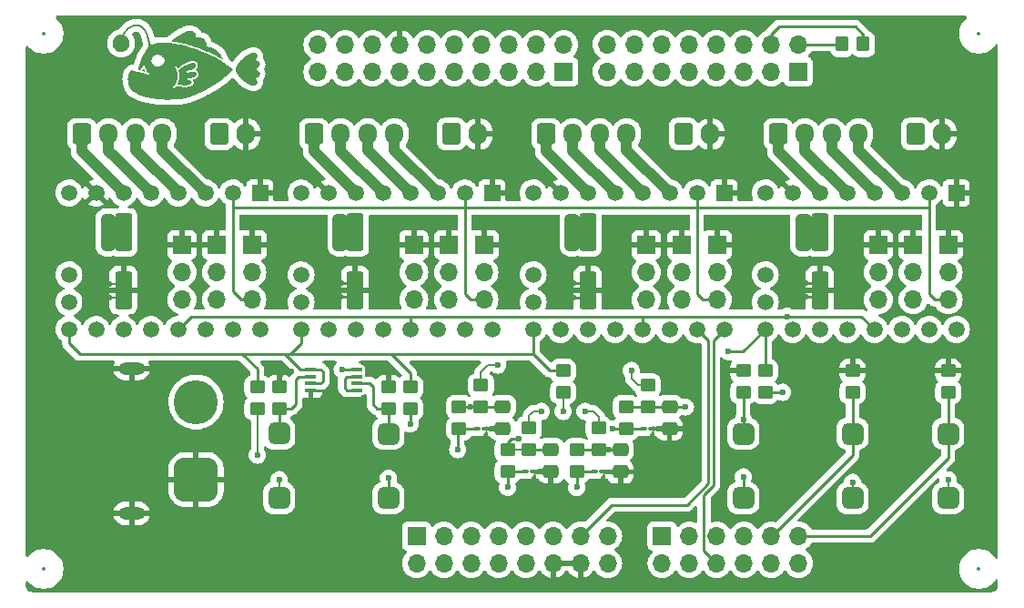
<source format=gtl>
%TF.GenerationSoftware,KiCad,Pcbnew,8.0.1*%
%TF.CreationDate,2024-04-25T12:31:51+02:00*%
%TF.ProjectId,Schrittmotortreiber_Traegerboard,53636872-6974-4746-9d6f-746f72747265,rev?*%
%TF.SameCoordinates,Original*%
%TF.FileFunction,Copper,L1,Top*%
%TF.FilePolarity,Positive*%
%FSLAX46Y46*%
G04 Gerber Fmt 4.6, Leading zero omitted, Abs format (unit mm)*
G04 Created by KiCad (PCBNEW 8.0.1) date 2024-04-25 12:31:51*
%MOMM*%
%LPD*%
G01*
G04 APERTURE LIST*
G04 Aperture macros list*
%AMRoundRect*
0 Rectangle with rounded corners*
0 $1 Rounding radius*
0 $2 $3 $4 $5 $6 $7 $8 $9 X,Y pos of 4 corners*
0 Add a 4 corners polygon primitive as box body*
4,1,4,$2,$3,$4,$5,$6,$7,$8,$9,$2,$3,0*
0 Add four circle primitives for the rounded corners*
1,1,$1+$1,$2,$3*
1,1,$1+$1,$4,$5*
1,1,$1+$1,$6,$7*
1,1,$1+$1,$8,$9*
0 Add four rect primitives between the rounded corners*
20,1,$1+$1,$2,$3,$4,$5,0*
20,1,$1+$1,$4,$5,$6,$7,0*
20,1,$1+$1,$6,$7,$8,$9,0*
20,1,$1+$1,$8,$9,$2,$3,0*%
G04 Aperture macros list end*
%TA.AperFunction,EtchedComponent*%
%ADD10C,0.000000*%
%TD*%
%TA.AperFunction,SMDPad,CuDef*%
%ADD11RoundRect,0.250000X-0.475000X0.337500X-0.475000X-0.337500X0.475000X-0.337500X0.475000X0.337500X0*%
%TD*%
%TA.AperFunction,ComponentPad*%
%ADD12R,1.700000X1.700000*%
%TD*%
%TA.AperFunction,ComponentPad*%
%ADD13O,1.700000X1.700000*%
%TD*%
%TA.AperFunction,SMDPad,CuDef*%
%ADD14RoundRect,0.250000X-0.450000X0.350000X-0.450000X-0.350000X0.450000X-0.350000X0.450000X0.350000X0*%
%TD*%
%TA.AperFunction,SMDPad,CuDef*%
%ADD15R,1.100000X0.400000*%
%TD*%
%TA.AperFunction,SMDPad,CuDef*%
%ADD16RoundRect,0.250000X0.350000X0.450000X-0.350000X0.450000X-0.350000X-0.450000X0.350000X-0.450000X0*%
%TD*%
%TA.AperFunction,ComponentPad*%
%ADD17R,1.508000X1.508000*%
%TD*%
%TA.AperFunction,ComponentPad*%
%ADD18C,1.508000*%
%TD*%
%TA.AperFunction,ComponentPad*%
%ADD19RoundRect,0.250000X-0.600000X-0.750000X0.600000X-0.750000X0.600000X0.750000X-0.600000X0.750000X0*%
%TD*%
%TA.AperFunction,ComponentPad*%
%ADD20O,1.700000X2.000000*%
%TD*%
%TA.AperFunction,SMDPad,CuDef*%
%ADD21RoundRect,0.500000X-0.500000X0.500000X-0.500000X-0.500000X0.500000X-0.500000X0.500000X0.500000X0*%
%TD*%
%TA.AperFunction,ComponentPad*%
%ADD22O,2.400000X1.200000*%
%TD*%
%TA.AperFunction,ComponentPad*%
%ADD23RoundRect,1.025000X1.025000X-1.025000X1.025000X1.025000X-1.025000X1.025000X-1.025000X-1.025000X0*%
%TD*%
%TA.AperFunction,ComponentPad*%
%ADD24C,4.100000*%
%TD*%
%TA.AperFunction,SMDPad,CuDef*%
%ADD25RoundRect,0.250000X0.450000X-0.350000X0.450000X0.350000X-0.450000X0.350000X-0.450000X-0.350000X0*%
%TD*%
%TA.AperFunction,SMDPad,CuDef*%
%ADD26RoundRect,0.100000X0.217500X0.100000X-0.217500X0.100000X-0.217500X-0.100000X0.217500X-0.100000X0*%
%TD*%
%TA.AperFunction,SMDPad,CuDef*%
%ADD27RoundRect,0.250000X-0.550000X1.500000X-0.550000X-1.500000X0.550000X-1.500000X0.550000X1.500000X0*%
%TD*%
%TA.AperFunction,ComponentPad*%
%ADD28RoundRect,0.250000X-0.600000X-0.725000X0.600000X-0.725000X0.600000X0.725000X-0.600000X0.725000X0*%
%TD*%
%TA.AperFunction,ComponentPad*%
%ADD29O,1.700000X1.950000*%
%TD*%
%TA.AperFunction,ViaPad*%
%ADD30C,0.600000*%
%TD*%
%TA.AperFunction,Conductor*%
%ADD31C,0.254000*%
%TD*%
%TA.AperFunction,Conductor*%
%ADD32C,0.200000*%
%TD*%
%TA.AperFunction,Conductor*%
%ADD33C,1.016000*%
%TD*%
%ADD34C,0.300000*%
%ADD35C,0.350000*%
%ADD36O,1.700000X0.600000*%
G04 APERTURE END LIST*
D10*
%TA.AperFunction,EtchedComponent*%
%TO.C,Blub1*%
G36*
X96642611Y-73467663D02*
G01*
X96643330Y-73469784D01*
X96644913Y-73476011D01*
X96649631Y-73489965D01*
X96657440Y-73511526D01*
X96668293Y-73540573D01*
X96682145Y-73576984D01*
X96698952Y-73620640D01*
X96718667Y-73671419D01*
X96728232Y-73695938D01*
X96739537Y-73724942D01*
X96749885Y-73751616D01*
X96758858Y-73774870D01*
X96766037Y-73793614D01*
X96771002Y-73806757D01*
X96773335Y-73813209D01*
X96773403Y-73813432D01*
X96774114Y-73817401D01*
X96772601Y-73819539D01*
X96767653Y-73819722D01*
X96758056Y-73817828D01*
X96742599Y-73813733D01*
X96723777Y-73808381D01*
X96708466Y-73804163D01*
X96686561Y-73798382D01*
X96659701Y-73791459D01*
X96629525Y-73783813D01*
X96597673Y-73775862D01*
X96572487Y-73769664D01*
X96543203Y-73762402D01*
X96516806Y-73755660D01*
X96494359Y-73749724D01*
X96476926Y-73744882D01*
X96465568Y-73741421D01*
X96461349Y-73739629D01*
X96461344Y-73739601D01*
X96463542Y-73735228D01*
X96469645Y-73725143D01*
X96478827Y-73710660D01*
X96490264Y-73693091D01*
X96495907Y-73684559D01*
X96509879Y-73663320D01*
X96525391Y-73639380D01*
X96541815Y-73613747D01*
X96558520Y-73587430D01*
X96574877Y-73561435D01*
X96590257Y-73536772D01*
X96604031Y-73514448D01*
X96615568Y-73495471D01*
X96624240Y-73480850D01*
X96629417Y-73471592D01*
X96630628Y-73468789D01*
X96634067Y-73465587D01*
X96636979Y-73465183D01*
X96642611Y-73467663D01*
G37*
%TD.AperFunction*%
%TA.AperFunction,EtchedComponent*%
G36*
X106895751Y-72033090D02*
G01*
X106907077Y-72034593D01*
X106919087Y-72037472D01*
X106932903Y-72042111D01*
X106949649Y-72048896D01*
X106970451Y-72058211D01*
X106996430Y-72070439D01*
X107028712Y-72085966D01*
X107034235Y-72088636D01*
X107066424Y-72104691D01*
X107091959Y-72118748D01*
X107112115Y-72131791D01*
X107128165Y-72144803D01*
X107141383Y-72158766D01*
X107153041Y-72174663D01*
X107159835Y-72185569D01*
X107173729Y-72210430D01*
X107183409Y-72231827D01*
X107190079Y-72252809D01*
X107194356Y-72273020D01*
X107198080Y-72305530D01*
X107197676Y-72338940D01*
X107192916Y-72374179D01*
X107183573Y-72412175D01*
X107169420Y-72453858D01*
X107150230Y-72500156D01*
X107126451Y-72550630D01*
X107115559Y-72572915D01*
X107105841Y-72593201D01*
X107097993Y-72610004D01*
X107092712Y-72621835D01*
X107090852Y-72626560D01*
X107086939Y-72636463D01*
X107080736Y-72649656D01*
X107077588Y-72655770D01*
X107068403Y-72680581D01*
X107067437Y-72704400D01*
X107074457Y-72726759D01*
X107089231Y-72747188D01*
X107111525Y-72765218D01*
X107138979Y-72779495D01*
X107189849Y-72801792D01*
X107233339Y-72822902D01*
X107270318Y-72843542D01*
X107301657Y-72864431D01*
X107328227Y-72886287D01*
X107350897Y-72909826D01*
X107370538Y-72935767D01*
X107388021Y-72964826D01*
X107404215Y-72997723D01*
X107404556Y-72998480D01*
X107413915Y-73021387D01*
X107422999Y-73047234D01*
X107430308Y-73071635D01*
X107432356Y-73079817D01*
X107436527Y-73098431D01*
X107438889Y-73112140D01*
X107439518Y-73123960D01*
X107438489Y-73136908D01*
X107435880Y-73154001D01*
X107434450Y-73162449D01*
X107429507Y-73186161D01*
X107423172Y-73209039D01*
X107416431Y-73227596D01*
X107415257Y-73230193D01*
X107399149Y-73258188D01*
X107376158Y-73289012D01*
X107347068Y-73321899D01*
X107312666Y-73356082D01*
X107273735Y-73390797D01*
X107231059Y-73425276D01*
X107185423Y-73458753D01*
X107171268Y-73468489D01*
X107141995Y-73489548D01*
X107120246Y-73508040D01*
X107105612Y-73524347D01*
X107098797Y-73535967D01*
X107094070Y-73554636D01*
X107093387Y-73576298D01*
X107096756Y-73596501D01*
X107098665Y-73601866D01*
X107104779Y-73611928D01*
X107114624Y-73623741D01*
X107126233Y-73635409D01*
X107137643Y-73645032D01*
X107146887Y-73650712D01*
X107150018Y-73651480D01*
X107155630Y-73653814D01*
X107166884Y-73660262D01*
X107182549Y-73669996D01*
X107201391Y-73682186D01*
X107222179Y-73696004D01*
X107243681Y-73710620D01*
X107264663Y-73725206D01*
X107283893Y-73738932D01*
X107300139Y-73750970D01*
X107312168Y-73760490D01*
X107312521Y-73760787D01*
X107331777Y-73777995D01*
X107352000Y-73797660D01*
X107371413Y-73817914D01*
X107388240Y-73836891D01*
X107400705Y-73852723D01*
X107402621Y-73855502D01*
X107418421Y-73884765D01*
X107429875Y-73919069D01*
X107436246Y-73951025D01*
X107438402Y-73966432D01*
X107439303Y-73978781D01*
X107438762Y-73990602D01*
X107436589Y-74004424D01*
X107432597Y-74022778D01*
X107430143Y-74033250D01*
X107419229Y-74070689D01*
X107404188Y-74109851D01*
X107386297Y-74147919D01*
X107366831Y-74182073D01*
X107354706Y-74199813D01*
X107330860Y-74227757D01*
X107300964Y-74255304D01*
X107264466Y-74282862D01*
X107220814Y-74310843D01*
X107169456Y-74339654D01*
X107158566Y-74345368D01*
X107130856Y-74360395D01*
X107109912Y-74373419D01*
X107094569Y-74385410D01*
X107083665Y-74397339D01*
X107076036Y-74410176D01*
X107073392Y-74416428D01*
X107068651Y-74437411D01*
X107069038Y-74459488D01*
X107074288Y-74479421D01*
X107079282Y-74488479D01*
X107086422Y-74500858D01*
X107091227Y-74513268D01*
X107091251Y-74513366D01*
X107094595Y-74522421D01*
X107101026Y-74536535D01*
X107109458Y-74553396D01*
X107114715Y-74563299D01*
X107143445Y-74619192D01*
X107166038Y-74670053D01*
X107182601Y-74716569D01*
X107193243Y-74759427D01*
X107198072Y-74799315D01*
X107197197Y-74836917D01*
X107190726Y-74872922D01*
X107178766Y-74908015D01*
X107171566Y-74923809D01*
X107161148Y-74944290D01*
X107151008Y-74962033D01*
X107140318Y-74977717D01*
X107128250Y-74992018D01*
X107113977Y-75005612D01*
X107096671Y-75019176D01*
X107075505Y-75033388D01*
X107049651Y-75048923D01*
X107018282Y-75066460D01*
X106980570Y-75086674D01*
X106957672Y-75098733D01*
X106937453Y-75109068D01*
X106922314Y-75115912D01*
X106910011Y-75120022D01*
X106898299Y-75122157D01*
X106885694Y-75123045D01*
X106868991Y-75123341D01*
X106853852Y-75122987D01*
X106845247Y-75122262D01*
X106740060Y-75102566D01*
X106634369Y-75074626D01*
X106528088Y-75038411D01*
X106421126Y-74993885D01*
X106313397Y-74941015D01*
X106204812Y-74879767D01*
X106195322Y-74874042D01*
X106140879Y-74839718D01*
X106087843Y-74803508D01*
X106035309Y-74764664D01*
X105982368Y-74722442D01*
X105928114Y-74676098D01*
X105871640Y-74624884D01*
X105812038Y-74568057D01*
X105759195Y-74515743D01*
X105716705Y-74472679D01*
X105679363Y-74433939D01*
X105645998Y-74398207D01*
X105615439Y-74364167D01*
X105586517Y-74330505D01*
X105558061Y-74295907D01*
X105528900Y-74259056D01*
X105516770Y-74243382D01*
X105469124Y-74178776D01*
X105422016Y-74109707D01*
X105376174Y-74037485D01*
X105332326Y-73963421D01*
X105291201Y-73888827D01*
X105253527Y-73815015D01*
X105220032Y-73743294D01*
X105191446Y-73674977D01*
X105172764Y-73624134D01*
X105157442Y-73579294D01*
X105164438Y-73555052D01*
X105174939Y-73522808D01*
X105189394Y-73484646D01*
X105207224Y-73441802D01*
X105227852Y-73395512D01*
X105250699Y-73347011D01*
X105275187Y-73297534D01*
X105300737Y-73248318D01*
X105326772Y-73200597D01*
X105346180Y-73166683D01*
X105391484Y-73091770D01*
X105437304Y-73021269D01*
X105484652Y-72953888D01*
X105534540Y-72888333D01*
X105587978Y-72823312D01*
X105645979Y-72757534D01*
X105709554Y-72689705D01*
X105759195Y-72639027D01*
X105821863Y-72577140D01*
X105880706Y-72521393D01*
X105936759Y-72470991D01*
X105991051Y-72425136D01*
X106044617Y-72383032D01*
X106098488Y-72343882D01*
X106153697Y-72306890D01*
X106211276Y-72271259D01*
X106272257Y-72236192D01*
X106303290Y-72219192D01*
X106363855Y-72188057D01*
X106426490Y-72158796D01*
X106490169Y-72131746D01*
X106553867Y-72107243D01*
X106616556Y-72085625D01*
X106677212Y-72067230D01*
X106734807Y-72052395D01*
X106788315Y-72041458D01*
X106836711Y-72034755D01*
X106870652Y-72032675D01*
X106883984Y-72032579D01*
X106895751Y-72033090D01*
G37*
%TD.AperFunction*%
%TA.AperFunction,EtchedComponent*%
G36*
X100940880Y-69998752D02*
G01*
X101023597Y-70005604D01*
X101102279Y-70019885D01*
X101177014Y-70041626D01*
X101247890Y-70070859D01*
X101314995Y-70107617D01*
X101378416Y-70151930D01*
X101391455Y-70162346D01*
X101422847Y-70190417D01*
X101447392Y-70218405D01*
X101466396Y-70248388D01*
X101481167Y-70282445D01*
X101493011Y-70322653D01*
X101493493Y-70324630D01*
X101501527Y-70368716D01*
X101503449Y-70408882D01*
X101499330Y-70444589D01*
X101489237Y-70475301D01*
X101473239Y-70500479D01*
X101470599Y-70503459D01*
X101457074Y-70519682D01*
X101449128Y-70534084D01*
X101445460Y-70549782D01*
X101444731Y-70565352D01*
X101446517Y-70584501D01*
X101452728Y-70600642D01*
X101464643Y-70616475D01*
X101472961Y-70624949D01*
X101488965Y-70637860D01*
X101506037Y-70645950D01*
X101525781Y-70649490D01*
X101549801Y-70648754D01*
X101579702Y-70644011D01*
X101582337Y-70643479D01*
X101596814Y-70641095D01*
X101617538Y-70638448D01*
X101642302Y-70635783D01*
X101668900Y-70633345D01*
X101684965Y-70632083D01*
X101712818Y-70630220D01*
X101736445Y-70629148D01*
X101758290Y-70628895D01*
X101780796Y-70629486D01*
X101806406Y-70630948D01*
X101837564Y-70633308D01*
X101843742Y-70633813D01*
X101925554Y-70642412D01*
X101999569Y-70654102D01*
X102065885Y-70668912D01*
X102124601Y-70686871D01*
X102175813Y-70708005D01*
X102219620Y-70732343D01*
X102242018Y-70748206D01*
X102269834Y-70773107D01*
X102297872Y-70804166D01*
X102324529Y-70839270D01*
X102348205Y-70876308D01*
X102367298Y-70913166D01*
X102367568Y-70913766D01*
X102379831Y-70943785D01*
X102393055Y-70981011D01*
X102406928Y-71024280D01*
X102421138Y-71072426D01*
X102435372Y-71124286D01*
X102449318Y-71178694D01*
X102462663Y-71234485D01*
X102475095Y-71290496D01*
X102486302Y-71345562D01*
X102492903Y-71380974D01*
X102497397Y-71405616D01*
X102501107Y-71423571D01*
X102504691Y-71436496D01*
X102508806Y-71446050D01*
X102514111Y-71453889D01*
X102521262Y-71461672D01*
X102527251Y-71467523D01*
X102540387Y-71478839D01*
X102553181Y-71486098D01*
X102568066Y-71490088D01*
X102587473Y-71491593D01*
X102601886Y-71491635D01*
X102615018Y-71491809D01*
X102628441Y-71492839D01*
X102643595Y-71494984D01*
X102661918Y-71498503D01*
X102684851Y-71503657D01*
X102713833Y-71510705D01*
X102729762Y-71514698D01*
X102818663Y-71538149D01*
X102900186Y-71561878D01*
X102975418Y-71586283D01*
X103045446Y-71611764D01*
X103111359Y-71638719D01*
X103174245Y-71667546D01*
X103235192Y-71698643D01*
X103242080Y-71702358D01*
X103324856Y-71749905D01*
X103400461Y-71799134D01*
X103470175Y-71851117D01*
X103535272Y-71906928D01*
X103597030Y-71967639D01*
X103656726Y-72034323D01*
X103698579Y-72085908D01*
X103731976Y-72130832D01*
X103765233Y-72180085D01*
X103798793Y-72234420D01*
X103833099Y-72294585D01*
X103868592Y-72361333D01*
X103905715Y-72435415D01*
X103911301Y-72446896D01*
X103922527Y-72470463D01*
X103934854Y-72497055D01*
X103947842Y-72525648D01*
X103961050Y-72555221D01*
X103974036Y-72584749D01*
X103986359Y-72613211D01*
X103997579Y-72639583D01*
X104007254Y-72662842D01*
X104014942Y-72681966D01*
X104020203Y-72695930D01*
X104022596Y-72703713D01*
X104022592Y-72704957D01*
X104018022Y-72704695D01*
X104014792Y-72703583D01*
X104009103Y-72700386D01*
X103997824Y-72693416D01*
X103982413Y-72683596D01*
X103964329Y-72671845D01*
X103957633Y-72667444D01*
X103857364Y-72602069D01*
X103762464Y-72541727D01*
X103671957Y-72485845D01*
X103584867Y-72433849D01*
X103500219Y-72385165D01*
X103417036Y-72339220D01*
X103334342Y-72295438D01*
X103265367Y-72260326D01*
X103204035Y-72230067D01*
X103141111Y-72199871D01*
X103076004Y-72169486D01*
X103008121Y-72138657D01*
X102936870Y-72107133D01*
X102861659Y-72074659D01*
X102781897Y-72040984D01*
X102696990Y-72005853D01*
X102606348Y-71969014D01*
X102509378Y-71930214D01*
X102405488Y-71889200D01*
X102308475Y-71851310D01*
X102259716Y-71832350D01*
X102217903Y-71816089D01*
X102182086Y-71802156D01*
X102151318Y-71790182D01*
X102124650Y-71779796D01*
X102101135Y-71770628D01*
X102079824Y-71762309D01*
X102059769Y-71754468D01*
X102040023Y-71746736D01*
X102019638Y-71738742D01*
X101997665Y-71730117D01*
X101973156Y-71720491D01*
X101959166Y-71714995D01*
X101844839Y-71670482D01*
X101730553Y-71626776D01*
X101616963Y-71584106D01*
X101504722Y-71542698D01*
X101394483Y-71502782D01*
X101286901Y-71464584D01*
X101182629Y-71428333D01*
X101082321Y-71394256D01*
X100986630Y-71362582D01*
X100896210Y-71333538D01*
X100811715Y-71307352D01*
X100733799Y-71284252D01*
X100680487Y-71269204D01*
X100562672Y-71238216D01*
X100436534Y-71207820D01*
X100302200Y-71178038D01*
X100159794Y-71148898D01*
X100009443Y-71120423D01*
X99851273Y-71092639D01*
X99685410Y-71065572D01*
X99566934Y-71047384D01*
X99532377Y-71041463D01*
X99505684Y-71035191D01*
X99486254Y-71028426D01*
X99484371Y-71027568D01*
X99468925Y-71021643D01*
X99448928Y-71016477D01*
X99422905Y-71011733D01*
X99401807Y-71008681D01*
X99376758Y-71005510D01*
X99347586Y-71002124D01*
X99315754Y-70998663D01*
X99282725Y-70995269D01*
X99249964Y-70992080D01*
X99218934Y-70989237D01*
X99191099Y-70986881D01*
X99167923Y-70985151D01*
X99150869Y-70984188D01*
X99144510Y-70984036D01*
X99132895Y-70983300D01*
X99126047Y-70981418D01*
X99125183Y-70979967D01*
X99128853Y-70976509D01*
X99138743Y-70968497D01*
X99154241Y-70956388D01*
X99174739Y-70940634D01*
X99199625Y-70921692D01*
X99228291Y-70900014D01*
X99260125Y-70876056D01*
X99294519Y-70850272D01*
X99330861Y-70823116D01*
X99368543Y-70795044D01*
X99406953Y-70766509D01*
X99445483Y-70737966D01*
X99483521Y-70709870D01*
X99520458Y-70682674D01*
X99555685Y-70656834D01*
X99588590Y-70632804D01*
X99618564Y-70611038D01*
X99644997Y-70591991D01*
X99666498Y-70576669D01*
X99722523Y-70537943D01*
X99783832Y-70497178D01*
X99849286Y-70455045D01*
X99917750Y-70412213D01*
X99988086Y-70369354D01*
X100059156Y-70327137D01*
X100129824Y-70286232D01*
X100198953Y-70247310D01*
X100265405Y-70211042D01*
X100328043Y-70178096D01*
X100385731Y-70149144D01*
X100417976Y-70133743D01*
X100493081Y-70099957D01*
X100562622Y-70071438D01*
X100627479Y-70047957D01*
X100688534Y-70029287D01*
X100746668Y-70015201D01*
X100802760Y-70005471D01*
X100857692Y-69999870D01*
X100912345Y-69998171D01*
X100940880Y-69998752D01*
G37*
%TD.AperFunction*%
%TA.AperFunction,EtchedComponent*%
G36*
X101173752Y-73005937D02*
G01*
X101216922Y-73006370D01*
X101252899Y-73007621D01*
X101282934Y-73009864D01*
X101308279Y-73013273D01*
X101330183Y-73018019D01*
X101349898Y-73024275D01*
X101368675Y-73032216D01*
X101370657Y-73033161D01*
X101390773Y-73044131D01*
X101409302Y-73056502D01*
X101422530Y-73067644D01*
X101435269Y-73083207D01*
X101449060Y-73104496D01*
X101462601Y-73129104D01*
X101474589Y-73154623D01*
X101483722Y-73178645D01*
X101485257Y-73183619D01*
X101492360Y-73222666D01*
X101491454Y-73262821D01*
X101482810Y-73303420D01*
X101466700Y-73343801D01*
X101443395Y-73383302D01*
X101413167Y-73421258D01*
X101376288Y-73457008D01*
X101371610Y-73460967D01*
X101344919Y-73482516D01*
X101318562Y-73502459D01*
X101293805Y-73519929D01*
X101271914Y-73534055D01*
X101254154Y-73543971D01*
X101244912Y-73547923D01*
X101230871Y-73553548D01*
X101218750Y-73559887D01*
X101215274Y-73562261D01*
X101202953Y-73570336D01*
X101185276Y-73579893D01*
X101164027Y-73590176D01*
X101140987Y-73600428D01*
X101117940Y-73609892D01*
X101096668Y-73617813D01*
X101078955Y-73623433D01*
X101066581Y-73625997D01*
X101064894Y-73626076D01*
X101046057Y-73627638D01*
X101020931Y-73632060D01*
X100990708Y-73638946D01*
X100956582Y-73647899D01*
X100919747Y-73658524D01*
X100881394Y-73670423D01*
X100842717Y-73683202D01*
X100804910Y-73696462D01*
X100769165Y-73709809D01*
X100736675Y-73722846D01*
X100708633Y-73735177D01*
X100686232Y-73746405D01*
X100670666Y-73756134D01*
X100668725Y-73757659D01*
X100654728Y-73772783D01*
X100643626Y-73791486D01*
X100637083Y-73810589D01*
X100636029Y-73820198D01*
X100640012Y-73843279D01*
X100650954Y-73864731D01*
X100667349Y-73883060D01*
X100687689Y-73896775D01*
X100710468Y-73904383D01*
X100722117Y-73905430D01*
X100734179Y-73903530D01*
X100753007Y-73897889D01*
X100777891Y-73888740D01*
X100798329Y-73880458D01*
X100860677Y-73855447D01*
X100917279Y-73835075D01*
X100969307Y-73819092D01*
X101017928Y-73807248D01*
X101064313Y-73799295D01*
X101109632Y-73794981D01*
X101155054Y-73794058D01*
X101195014Y-73795779D01*
X101253235Y-73801465D01*
X101307323Y-73810032D01*
X101356557Y-73821261D01*
X101400216Y-73834933D01*
X101437579Y-73850830D01*
X101467925Y-73868732D01*
X101486637Y-73884321D01*
X101501819Y-73902299D01*
X101516849Y-73924819D01*
X101529688Y-73948497D01*
X101538302Y-73969954D01*
X101538402Y-73970284D01*
X101543258Y-73992779D01*
X101546357Y-74020091D01*
X101547449Y-74048704D01*
X101546282Y-74075102D01*
X101546025Y-74077545D01*
X101538276Y-74112906D01*
X101523542Y-74148577D01*
X101502971Y-74182525D01*
X101477713Y-74212713D01*
X101461001Y-74228001D01*
X101440520Y-74243043D01*
X101413442Y-74260280D01*
X101381115Y-74278980D01*
X101344889Y-74298414D01*
X101306112Y-74317849D01*
X101266133Y-74336555D01*
X101237263Y-74349205D01*
X101220970Y-74355404D01*
X101200866Y-74361966D01*
X101178565Y-74368491D01*
X101155678Y-74374576D01*
X101133820Y-74379823D01*
X101114604Y-74383829D01*
X101099641Y-74386193D01*
X101090546Y-74386515D01*
X101089016Y-74386052D01*
X101083604Y-74385661D01*
X101071589Y-74386275D01*
X101054761Y-74387762D01*
X101035351Y-74389941D01*
X101014734Y-74392162D01*
X100988078Y-74394570D01*
X100957802Y-74396971D01*
X100926326Y-74399174D01*
X100898540Y-74400850D01*
X100854830Y-74403269D01*
X100818760Y-74405339D01*
X100789511Y-74407148D01*
X100766264Y-74408782D01*
X100748203Y-74410330D01*
X100734508Y-74411879D01*
X100724363Y-74413516D01*
X100716949Y-74415330D01*
X100711448Y-74417407D01*
X100707043Y-74419836D01*
X100704396Y-74421632D01*
X100684714Y-74439146D01*
X100672515Y-74458984D01*
X100666839Y-74482817D01*
X100666436Y-74487664D01*
X100666728Y-74509177D01*
X100671341Y-74527517D01*
X100681296Y-74545447D01*
X100693505Y-74561020D01*
X100705333Y-74572531D01*
X100719440Y-74581224D01*
X100737495Y-74587754D01*
X100761165Y-74592775D01*
X100782104Y-74595758D01*
X100822566Y-74602011D01*
X100864095Y-74610649D01*
X100904653Y-74621112D01*
X100942205Y-74632839D01*
X100974716Y-74645268D01*
X100992936Y-74653852D01*
X101021183Y-74672696D01*
X101045212Y-74696773D01*
X101064596Y-74724804D01*
X101078907Y-74755508D01*
X101087716Y-74787606D01*
X101090596Y-74819819D01*
X101087118Y-74850866D01*
X101076855Y-74879466D01*
X101071517Y-74888761D01*
X101051451Y-74913390D01*
X101023688Y-74937185D01*
X100988987Y-74959727D01*
X100948109Y-74980597D01*
X100901815Y-74999375D01*
X100850864Y-75015641D01*
X100832912Y-75020449D01*
X100776832Y-75034039D01*
X100719515Y-75046565D01*
X100662878Y-75057667D01*
X100608843Y-75066988D01*
X100559328Y-75074170D01*
X100523827Y-75078174D01*
X100503465Y-75080124D01*
X100485023Y-75081942D01*
X100470876Y-75083389D01*
X100464551Y-75084084D01*
X100455819Y-75084256D01*
X100440575Y-75083689D01*
X100420732Y-75082485D01*
X100398204Y-75080750D01*
X100390455Y-75080073D01*
X100362936Y-75077427D01*
X100333121Y-75074282D01*
X100304562Y-75071027D01*
X100280813Y-75068052D01*
X100280370Y-75067993D01*
X100261600Y-75065594D01*
X100236418Y-75062561D01*
X100206832Y-75059128D01*
X100174855Y-75055525D01*
X100142495Y-75051985D01*
X100130062Y-75050656D01*
X100097302Y-75047146D01*
X100069151Y-75044018D01*
X100044083Y-75041055D01*
X100020570Y-75038039D01*
X99997085Y-75034750D01*
X99972103Y-75030972D01*
X99944096Y-75026486D01*
X99911537Y-75021074D01*
X99872899Y-75014518D01*
X99851687Y-75010890D01*
X99822674Y-75006025D01*
X99795676Y-75001693D01*
X99772064Y-74998098D01*
X99753210Y-74995445D01*
X99740484Y-74993939D01*
X99736310Y-74993671D01*
X99726503Y-74993185D01*
X99721604Y-74991992D01*
X99721477Y-74991739D01*
X99723267Y-74987566D01*
X99728302Y-74976847D01*
X99736077Y-74960630D01*
X99746087Y-74939962D01*
X99757829Y-74915890D01*
X99767869Y-74895415D01*
X99814874Y-74795196D01*
X99855186Y-74699227D01*
X99888991Y-74606817D01*
X99916474Y-74517277D01*
X99937819Y-74429915D01*
X99953213Y-74344043D01*
X99962840Y-74258969D01*
X99966886Y-74174004D01*
X99967048Y-74153188D01*
X99963567Y-74066346D01*
X99953366Y-73978220D01*
X99936823Y-73890825D01*
X99914314Y-73806175D01*
X99887999Y-73730770D01*
X99873347Y-73693623D01*
X99885901Y-73677844D01*
X99900062Y-73661586D01*
X99919996Y-73640923D01*
X99944793Y-73616649D01*
X99973545Y-73589558D01*
X100005340Y-73560447D01*
X100039270Y-73530110D01*
X100074424Y-73499342D01*
X100109892Y-73468937D01*
X100144766Y-73439691D01*
X100178135Y-73412399D01*
X100209090Y-73387855D01*
X100236720Y-73366854D01*
X100260117Y-73350192D01*
X100263434Y-73347964D01*
X100302414Y-73322499D01*
X100339568Y-73299286D01*
X100376002Y-73277770D01*
X100412824Y-73257397D01*
X100451141Y-73237612D01*
X100492062Y-73217861D01*
X100536693Y-73197589D01*
X100586142Y-73176241D01*
X100641517Y-73153264D01*
X100697423Y-73130699D01*
X100750733Y-73109595D01*
X100797592Y-73091520D01*
X100839281Y-73076045D01*
X100877081Y-73062744D01*
X100912272Y-73051190D01*
X100946135Y-73040954D01*
X100979950Y-73031611D01*
X101014997Y-73022733D01*
X101036146Y-73017686D01*
X101054211Y-73013590D01*
X101069640Y-73010559D01*
X101084260Y-73008439D01*
X101099899Y-73007072D01*
X101118385Y-73006303D01*
X101141545Y-73005975D01*
X101171207Y-73005933D01*
X101173752Y-73005937D01*
G37*
%TD.AperFunction*%
%TA.AperFunction,EtchedComponent*%
G36*
X95950970Y-69406312D02*
G01*
X95967428Y-69407744D01*
X95989283Y-69409606D01*
X96013491Y-69411639D01*
X96033629Y-69413309D01*
X96125699Y-69424088D01*
X96212281Y-69440789D01*
X96293211Y-69463358D01*
X96368327Y-69491743D01*
X96437465Y-69525890D01*
X96499311Y-69564928D01*
X96553389Y-69606992D01*
X96608054Y-69656624D01*
X96662613Y-69713022D01*
X96716372Y-69775383D01*
X96768637Y-69842906D01*
X96818713Y-69914788D01*
X96862952Y-69985249D01*
X96877654Y-70011301D01*
X96894513Y-70043498D01*
X96912687Y-70080066D01*
X96931334Y-70119230D01*
X96949610Y-70159217D01*
X96966674Y-70198253D01*
X96981683Y-70234563D01*
X96983382Y-70238845D01*
X96998835Y-70279460D01*
X97015830Y-70326690D01*
X97033854Y-70378935D01*
X97052398Y-70434595D01*
X97070950Y-70492068D01*
X97088999Y-70549755D01*
X97106034Y-70606054D01*
X97121544Y-70659366D01*
X97135017Y-70708090D01*
X97142926Y-70738461D01*
X97154424Y-70785594D01*
X97165831Y-70835217D01*
X97176890Y-70886006D01*
X97187342Y-70936638D01*
X97196930Y-70985789D01*
X97205396Y-71032135D01*
X97212483Y-71074354D01*
X97217933Y-71111121D01*
X97221487Y-71141113D01*
X97221648Y-71142812D01*
X97225915Y-71166786D01*
X97234606Y-71188142D01*
X97248774Y-71208699D01*
X97269467Y-71230274D01*
X97275252Y-71235564D01*
X97302523Y-71256122D01*
X97331548Y-71269744D01*
X97364499Y-71277331D01*
X97379900Y-71278925D01*
X97394140Y-71279776D01*
X97405330Y-71279560D01*
X97415828Y-71277762D01*
X97427993Y-71273865D01*
X97444183Y-71267353D01*
X97456266Y-71262209D01*
X97534782Y-71231148D01*
X97619437Y-71202384D01*
X97708273Y-71176385D01*
X97799330Y-71153622D01*
X97890649Y-71134565D01*
X97980271Y-71119684D01*
X98066237Y-71109448D01*
X98106158Y-71106289D01*
X98151883Y-71104248D01*
X98204981Y-71103498D01*
X98264460Y-71104003D01*
X98329327Y-71105728D01*
X98398592Y-71108636D01*
X98471262Y-71112692D01*
X98546347Y-71117859D01*
X98622856Y-71124101D01*
X98640154Y-71125650D01*
X98678145Y-71128891D01*
X98720424Y-71132135D01*
X98764115Y-71135186D01*
X98806340Y-71137846D01*
X98844222Y-71139919D01*
X98858094Y-71140565D01*
X98917574Y-71143182D01*
X98969551Y-71145543D01*
X99014984Y-71147705D01*
X99054832Y-71149721D01*
X99090054Y-71151647D01*
X99121609Y-71153539D01*
X99150457Y-71155451D01*
X99177556Y-71157437D01*
X99203866Y-71159555D01*
X99230345Y-71161857D01*
X99232445Y-71162046D01*
X99266205Y-71165120D01*
X99292654Y-71167652D01*
X99312916Y-71169830D01*
X99328118Y-71171840D01*
X99339385Y-71173869D01*
X99347842Y-71176103D01*
X99354614Y-71178731D01*
X99360827Y-71181939D01*
X99364290Y-71183944D01*
X99371704Y-71187146D01*
X99383790Y-71190559D01*
X99401304Y-71194334D01*
X99425003Y-71198617D01*
X99455642Y-71203558D01*
X99491846Y-71208993D01*
X99648801Y-71232679D01*
X99797856Y-71256644D01*
X99939581Y-71281010D01*
X100074544Y-71305897D01*
X100203312Y-71331430D01*
X100326454Y-71357728D01*
X100444537Y-71384915D01*
X100558131Y-71413112D01*
X100667803Y-71442442D01*
X100774120Y-71473025D01*
X100877652Y-71504985D01*
X100892189Y-71509651D01*
X101019202Y-71551387D01*
X101152093Y-71596521D01*
X101289262Y-71644481D01*
X101429109Y-71694691D01*
X101570033Y-71746576D01*
X101710435Y-71799562D01*
X101848714Y-71853074D01*
X101851198Y-71854048D01*
X101890697Y-71869522D01*
X101936123Y-71887287D01*
X101985507Y-71906574D01*
X102036880Y-71926616D01*
X102088273Y-71946645D01*
X102137717Y-71965891D01*
X102183242Y-71983589D01*
X102187805Y-71985360D01*
X102311496Y-72033635D01*
X102427702Y-72079526D01*
X102536977Y-72123309D01*
X102639873Y-72165258D01*
X102736947Y-72205647D01*
X102828753Y-72244750D01*
X102915844Y-72282842D01*
X102998776Y-72320196D01*
X103078102Y-72357088D01*
X103154377Y-72393791D01*
X103228156Y-72430580D01*
X103299993Y-72467728D01*
X103370441Y-72505510D01*
X103440057Y-72544201D01*
X103509393Y-72584075D01*
X103579005Y-72625405D01*
X103649446Y-72668466D01*
X103721272Y-72713533D01*
X103795036Y-72760879D01*
X103871293Y-72810779D01*
X103915292Y-72839941D01*
X103938182Y-72855205D01*
X103959506Y-72869506D01*
X103979968Y-72883338D01*
X104000268Y-72897194D01*
X104021109Y-72911567D01*
X104043191Y-72926950D01*
X104067217Y-72943836D01*
X104093887Y-72962719D01*
X104123904Y-72984091D01*
X104157969Y-73008446D01*
X104196783Y-73036276D01*
X104241049Y-73068076D01*
X104291466Y-73104337D01*
X104292122Y-73104808D01*
X104332622Y-73133836D01*
X104376520Y-73165101D01*
X104422235Y-73197491D01*
X104468187Y-73229892D01*
X104512795Y-73261191D01*
X104554480Y-73290275D01*
X104591660Y-73316032D01*
X104607558Y-73326965D01*
X104664423Y-73366185D01*
X104717027Y-73402927D01*
X104765074Y-73436968D01*
X104808269Y-73468087D01*
X104846317Y-73496063D01*
X104878922Y-73520675D01*
X104905790Y-73541700D01*
X104926625Y-73558917D01*
X104941132Y-73572105D01*
X104949017Y-73581042D01*
X104950450Y-73584371D01*
X104947585Y-73590513D01*
X104939337Y-73601653D01*
X104926470Y-73616960D01*
X104909744Y-73635603D01*
X104889922Y-73656752D01*
X104867765Y-73679577D01*
X104844034Y-73703247D01*
X104820922Y-73725576D01*
X104794904Y-73750345D01*
X104766294Y-73777654D01*
X104737174Y-73805513D01*
X104709623Y-73831931D01*
X104685722Y-73854917D01*
X104681542Y-73858948D01*
X104666474Y-73873278D01*
X104645888Y-73892545D01*
X104620571Y-73916034D01*
X104591308Y-73943029D01*
X104558885Y-73972814D01*
X104524089Y-74004673D01*
X104487706Y-74037890D01*
X104450522Y-74071750D01*
X104413324Y-74105536D01*
X104376897Y-74138532D01*
X104342029Y-74170024D01*
X104309504Y-74199293D01*
X104280110Y-74225626D01*
X104254632Y-74248306D01*
X104233857Y-74266617D01*
X104233155Y-74267230D01*
X104211722Y-74285587D01*
X104184348Y-74308425D01*
X104151835Y-74335107D01*
X104114988Y-74364995D01*
X104074611Y-74397452D01*
X104031509Y-74431842D01*
X103986486Y-74467527D01*
X103940346Y-74503871D01*
X103893893Y-74540236D01*
X103847932Y-74575984D01*
X103803267Y-74610480D01*
X103760701Y-74643085D01*
X103721039Y-74673164D01*
X103714737Y-74677910D01*
X103686203Y-74699131D01*
X103652642Y-74723689D01*
X103615467Y-74750581D01*
X103576089Y-74778807D01*
X103535917Y-74807364D01*
X103496364Y-74835252D01*
X103458840Y-74861468D01*
X103424756Y-74885012D01*
X103395523Y-74904881D01*
X103386038Y-74911221D01*
X103340309Y-74940932D01*
X103287389Y-74974099D01*
X103227707Y-75010476D01*
X103161686Y-75049819D01*
X103089755Y-75091883D01*
X103012339Y-75136421D01*
X102929864Y-75183189D01*
X102842757Y-75231941D01*
X102751444Y-75282432D01*
X102656351Y-75334417D01*
X102560400Y-75386308D01*
X102460101Y-75440242D01*
X102367049Y-75490221D01*
X102281055Y-75536347D01*
X102201933Y-75578718D01*
X102129493Y-75617434D01*
X102063548Y-75652595D01*
X102003910Y-75684300D01*
X101950391Y-75712650D01*
X101902804Y-75737743D01*
X101860959Y-75759680D01*
X101824669Y-75778561D01*
X101793747Y-75794485D01*
X101768003Y-75807552D01*
X101747251Y-75817861D01*
X101744210Y-75819344D01*
X101712580Y-75834256D01*
X101674406Y-75851454D01*
X101630455Y-75870640D01*
X101581493Y-75891514D01*
X101528286Y-75913777D01*
X101471600Y-75937129D01*
X101412200Y-75961270D01*
X101350853Y-75985901D01*
X101288324Y-76010722D01*
X101225380Y-76035434D01*
X101162786Y-76059737D01*
X101101309Y-76083332D01*
X101041714Y-76105920D01*
X100984768Y-76127200D01*
X100931235Y-76146873D01*
X100881883Y-76164640D01*
X100837478Y-76180201D01*
X100798784Y-76193256D01*
X100766568Y-76203506D01*
X100747958Y-76208942D01*
X100717881Y-76217073D01*
X100682127Y-76226438D01*
X100642284Y-76236647D01*
X100599943Y-76247308D01*
X100556693Y-76258028D01*
X100514124Y-76268416D01*
X100473824Y-76278080D01*
X100437385Y-76286628D01*
X100406394Y-76293668D01*
X100388361Y-76297581D01*
X100324641Y-76310545D01*
X100264061Y-76321853D01*
X100204529Y-76331826D01*
X100143950Y-76340781D01*
X100080231Y-76349037D01*
X100011277Y-76356913D01*
X99970817Y-76361152D01*
X99893250Y-76368897D01*
X99820934Y-76375751D01*
X99752051Y-76381849D01*
X99684786Y-76387330D01*
X99617323Y-76392332D01*
X99547844Y-76396992D01*
X99474534Y-76401448D01*
X99395577Y-76405837D01*
X99348881Y-76408283D01*
X99332658Y-76408920D01*
X99309269Y-76409556D01*
X99279549Y-76410185D01*
X99244333Y-76410799D01*
X99204455Y-76411394D01*
X99160751Y-76411963D01*
X99114055Y-76412499D01*
X99065202Y-76412996D01*
X99015027Y-76413448D01*
X98964364Y-76413849D01*
X98914049Y-76414192D01*
X98864916Y-76414471D01*
X98817800Y-76414680D01*
X98773536Y-76414812D01*
X98732958Y-76414862D01*
X98696903Y-76414823D01*
X98666203Y-76414688D01*
X98641694Y-76414452D01*
X98624212Y-76414109D01*
X98616393Y-76413788D01*
X98605420Y-76413172D01*
X98587549Y-76412252D01*
X98564341Y-76411103D01*
X98537356Y-76409802D01*
X98508156Y-76408426D01*
X98493605Y-76407752D01*
X98443129Y-76405108D01*
X98386451Y-76401576D01*
X98324766Y-76397264D01*
X98259270Y-76392281D01*
X98191158Y-76386739D01*
X98121627Y-76380744D01*
X98051872Y-76374408D01*
X97983087Y-76367839D01*
X97916470Y-76361146D01*
X97853215Y-76354439D01*
X97794519Y-76347828D01*
X97741576Y-76341421D01*
X97695583Y-76335327D01*
X97684904Y-76333807D01*
X97651755Y-76328792D01*
X97611409Y-76322330D01*
X97564975Y-76314622D01*
X97513564Y-76305867D01*
X97458285Y-76296267D01*
X97400247Y-76286021D01*
X97340560Y-76275328D01*
X97280334Y-76264391D01*
X97220678Y-76253408D01*
X97162702Y-76242579D01*
X97107515Y-76232106D01*
X97056226Y-76222187D01*
X97009947Y-76213024D01*
X96969785Y-76204816D01*
X96969351Y-76204726D01*
X96890422Y-76187456D01*
X96811294Y-76168620D01*
X96733398Y-76148615D01*
X96658165Y-76127836D01*
X96587028Y-76106679D01*
X96521417Y-76085539D01*
X96462764Y-76064813D01*
X96461267Y-76064254D01*
X96391801Y-76037935D01*
X96328725Y-76013246D01*
X96270303Y-75989435D01*
X96214799Y-75965747D01*
X96160477Y-75941432D01*
X96105602Y-75915735D01*
X96048437Y-75887905D01*
X96008029Y-75867709D01*
X95914090Y-75819006D01*
X95827320Y-75771171D01*
X95746567Y-75723501D01*
X95670679Y-75675295D01*
X95598504Y-75625853D01*
X95538645Y-75581899D01*
X95516682Y-75565263D01*
X95496141Y-75549710D01*
X95478308Y-75536212D01*
X95464463Y-75525740D01*
X95455891Y-75519264D01*
X95455132Y-75518692D01*
X95446371Y-75511588D01*
X95441394Y-75506577D01*
X95440972Y-75505715D01*
X95439041Y-75501316D01*
X95433811Y-75490873D01*
X95426007Y-75475795D01*
X95416351Y-75457490D01*
X95412717Y-75450673D01*
X95393319Y-75413315D01*
X95372208Y-75370793D01*
X95350382Y-75325255D01*
X95340428Y-75303811D01*
X99302307Y-75303811D01*
X99306007Y-75325223D01*
X99316000Y-75346670D01*
X99330622Y-75365716D01*
X99348209Y-75379929D01*
X99357349Y-75384370D01*
X99369797Y-75386677D01*
X99386509Y-75386909D01*
X99403584Y-75385246D01*
X99417124Y-75381869D01*
X99417821Y-75381580D01*
X99426551Y-75375868D01*
X99439796Y-75364658D01*
X99456586Y-75348909D01*
X99475957Y-75329577D01*
X99496939Y-75307621D01*
X99518567Y-75283997D01*
X99533760Y-75266766D01*
X99545421Y-75252860D01*
X99559066Y-75235868D01*
X99573665Y-75217161D01*
X99588187Y-75198107D01*
X99601600Y-75180078D01*
X99612874Y-75164442D01*
X99620978Y-75152570D01*
X99624880Y-75145830D01*
X99624971Y-75145582D01*
X99627838Y-75142969D01*
X99634887Y-75143321D01*
X99647844Y-75146761D01*
X99649773Y-75147355D01*
X99661268Y-75150268D01*
X99679364Y-75154063D01*
X99702282Y-75158403D01*
X99728245Y-75162951D01*
X99755349Y-75167351D01*
X99785920Y-75172190D01*
X99818397Y-75177467D01*
X99850039Y-75182727D01*
X99878099Y-75187517D01*
X99895072Y-75190513D01*
X99933490Y-75196984D01*
X99977790Y-75203675D01*
X100025403Y-75210234D01*
X100073763Y-75216310D01*
X100120301Y-75221553D01*
X100127945Y-75222347D01*
X100145050Y-75224183D01*
X100168715Y-75226846D01*
X100197097Y-75230122D01*
X100228352Y-75233797D01*
X100260637Y-75237657D01*
X100278253Y-75239792D01*
X100312958Y-75243934D01*
X100341272Y-75247038D01*
X100365196Y-75249214D01*
X100386728Y-75250575D01*
X100407868Y-75251233D01*
X100430616Y-75251299D01*
X100456971Y-75250886D01*
X100470902Y-75250564D01*
X100500690Y-75249687D01*
X100527040Y-75248492D01*
X100551469Y-75246788D01*
X100575495Y-75244381D01*
X100600635Y-75241078D01*
X100628408Y-75236687D01*
X100660332Y-75231014D01*
X100697923Y-75223866D01*
X100729178Y-75217733D01*
X100791154Y-75204937D01*
X100845705Y-75192442D01*
X100893846Y-75179895D01*
X100936595Y-75166944D01*
X100974970Y-75153237D01*
X101009987Y-75138423D01*
X101042664Y-75122149D01*
X101074017Y-75104063D01*
X101093305Y-75091740D01*
X101136207Y-75059843D01*
X101173983Y-75024568D01*
X101205811Y-74986895D01*
X101230867Y-74947801D01*
X101248326Y-74908268D01*
X101248795Y-74906873D01*
X101253544Y-74891604D01*
X101256757Y-74878039D01*
X101258728Y-74863811D01*
X101259754Y-74846553D01*
X101260129Y-74823896D01*
X101260159Y-74815841D01*
X101260074Y-74791993D01*
X101259482Y-74774195D01*
X101258042Y-74760029D01*
X101255413Y-74747077D01*
X101251255Y-74732924D01*
X101246478Y-74718760D01*
X101225886Y-74670603D01*
X101198340Y-74624014D01*
X101165307Y-74581471D01*
X101164756Y-74580852D01*
X101152596Y-74567060D01*
X101145525Y-74558287D01*
X101142909Y-74553316D01*
X101144112Y-74550927D01*
X101148499Y-74549901D01*
X101148614Y-74549886D01*
X101195578Y-74540980D01*
X101247371Y-74525697D01*
X101304230Y-74503965D01*
X101322308Y-74496178D01*
X101386674Y-74466427D01*
X101443366Y-74437209D01*
X101493112Y-74407991D01*
X101536642Y-74378242D01*
X101574681Y-74347432D01*
X101607959Y-74315030D01*
X101637203Y-74280503D01*
X101658072Y-74251165D01*
X101685270Y-74202375D01*
X101704571Y-74150734D01*
X101715888Y-74096665D01*
X101719135Y-74040590D01*
X101714224Y-73982930D01*
X101713807Y-73980292D01*
X101701124Y-73927239D01*
X101680847Y-73876235D01*
X101653694Y-73828315D01*
X101620385Y-73784517D01*
X101581638Y-73745876D01*
X101538172Y-73713428D01*
X101521920Y-73703694D01*
X101506886Y-73696046D01*
X101488034Y-73687621D01*
X101467334Y-73679167D01*
X101446761Y-73671431D01*
X101428286Y-73665159D01*
X101413882Y-73661101D01*
X101406452Y-73659948D01*
X101399532Y-73658309D01*
X101399755Y-73653288D01*
X101407231Y-73644732D01*
X101422068Y-73632489D01*
X101430272Y-73626390D01*
X101457926Y-73604697D01*
X101487545Y-73578754D01*
X101517041Y-73550585D01*
X101544325Y-73522214D01*
X101567309Y-73495665D01*
X101574051Y-73487045D01*
X101604179Y-73441830D01*
X101628958Y-73393540D01*
X101647685Y-73343909D01*
X101659656Y-73294672D01*
X101663227Y-73266973D01*
X101663340Y-73223022D01*
X101657049Y-73176036D01*
X101644880Y-73127852D01*
X101627355Y-73080309D01*
X101604998Y-73035243D01*
X101590562Y-73011775D01*
X101573298Y-72988650D01*
X101551694Y-72963962D01*
X101527974Y-72939972D01*
X101504361Y-72918942D01*
X101484919Y-72904335D01*
X101459300Y-72889081D01*
X101429858Y-72874319D01*
X101400209Y-72861739D01*
X101376986Y-72853865D01*
X101347122Y-72847101D01*
X101310133Y-72841649D01*
X101267280Y-72837627D01*
X101219821Y-72835154D01*
X101170360Y-72834348D01*
X101139995Y-72834473D01*
X101115948Y-72834942D01*
X101096074Y-72835939D01*
X101078224Y-72837651D01*
X101060251Y-72840262D01*
X101040007Y-72843957D01*
X101025561Y-72846836D01*
X100987569Y-72855031D01*
X100949776Y-72864249D01*
X100911199Y-72874814D01*
X100870856Y-72887050D01*
X100827765Y-72901282D01*
X100780943Y-72917835D01*
X100729407Y-72937033D01*
X100672176Y-72959199D01*
X100608508Y-72984563D01*
X100549264Y-73008705D01*
X100496833Y-73030756D01*
X100450005Y-73051325D01*
X100407568Y-73071026D01*
X100368313Y-73090468D01*
X100331027Y-73110265D01*
X100294499Y-73131027D01*
X100257519Y-73153367D01*
X100218876Y-73177895D01*
X100195689Y-73193059D01*
X100149269Y-73225300D01*
X100098334Y-73263674D01*
X100043560Y-73307625D01*
X99985625Y-73356593D01*
X99925205Y-73410024D01*
X99864755Y-73465686D01*
X99847037Y-73482102D01*
X99831310Y-73496274D01*
X99818656Y-73507259D01*
X99810156Y-73514114D01*
X99807048Y-73515991D01*
X99803680Y-73512367D01*
X99797988Y-73502628D01*
X99790910Y-73488473D01*
X99786557Y-73478943D01*
X99768601Y-73439335D01*
X99751309Y-73403084D01*
X99735119Y-73371012D01*
X99720467Y-73343943D01*
X99707790Y-73322699D01*
X99697526Y-73308103D01*
X99693359Y-73303483D01*
X99671214Y-73287208D01*
X99647965Y-73279163D01*
X99624399Y-73279326D01*
X99601304Y-73287672D01*
X99579466Y-73304178D01*
X99576713Y-73306972D01*
X99565453Y-73319728D01*
X99557577Y-73331687D01*
X99553186Y-73343995D01*
X99552380Y-73357797D01*
X99555260Y-73374238D01*
X99561925Y-73394463D01*
X99572475Y-73419617D01*
X99587010Y-73450845D01*
X99589799Y-73456661D01*
X99609906Y-73499428D01*
X99630551Y-73545074D01*
X99651235Y-73592378D01*
X99671463Y-73640116D01*
X99690738Y-73687067D01*
X99708562Y-73732008D01*
X99724438Y-73773718D01*
X99737869Y-73810973D01*
X99748358Y-73842551D01*
X99752880Y-73857719D01*
X99770331Y-73926218D01*
X99782852Y-73990922D01*
X99790824Y-74054633D01*
X99794626Y-74120150D01*
X99795015Y-74168033D01*
X99791585Y-74248113D01*
X99782712Y-74328131D01*
X99768191Y-74408818D01*
X99747819Y-74490907D01*
X99721394Y-74575130D01*
X99688711Y-74662219D01*
X99649567Y-74752906D01*
X99608967Y-74837563D01*
X99568408Y-74915423D01*
X99528186Y-74985956D01*
X99487580Y-75050235D01*
X99445870Y-75109335D01*
X99402335Y-75164330D01*
X99356255Y-75216295D01*
X99351594Y-75221244D01*
X99333129Y-75241104D01*
X99319895Y-75256492D01*
X99311045Y-75268826D01*
X99305731Y-75279527D01*
X99303105Y-75290017D01*
X99302319Y-75301716D01*
X99302307Y-75303811D01*
X95340428Y-75303811D01*
X95328841Y-75278847D01*
X95308584Y-75233716D01*
X95290609Y-75192010D01*
X95277895Y-75160915D01*
X95248427Y-75081267D01*
X95223327Y-75001964D01*
X95202225Y-74921389D01*
X95184749Y-74837923D01*
X95170529Y-74749947D01*
X95159193Y-74655844D01*
X95156992Y-74633554D01*
X95150578Y-74546917D01*
X95148535Y-74465517D01*
X95151007Y-74387256D01*
X95158138Y-74310031D01*
X95170074Y-74231744D01*
X95186956Y-74150294D01*
X95191478Y-74131210D01*
X95207591Y-74070152D01*
X95224933Y-74016055D01*
X95244213Y-73967430D01*
X95266141Y-73922787D01*
X95291426Y-73880636D01*
X95320778Y-73839486D01*
X95344310Y-73810257D01*
X95357328Y-73795409D01*
X95373895Y-73777482D01*
X95392854Y-73757633D01*
X95413045Y-73737017D01*
X95433312Y-73716790D01*
X95452494Y-73698106D01*
X95469434Y-73682123D01*
X95482974Y-73669995D01*
X95491956Y-73662879D01*
X95492179Y-73662731D01*
X95496050Y-73660601D01*
X95500579Y-73659521D01*
X95506931Y-73659727D01*
X95516273Y-73661453D01*
X95529771Y-73664938D01*
X95548589Y-73670416D01*
X95573894Y-73678124D01*
X95584883Y-73681511D01*
X95624274Y-73693441D01*
X95670504Y-73707051D01*
X95722429Y-73722029D01*
X95778903Y-73738064D01*
X95838783Y-73754844D01*
X95900925Y-73772058D01*
X95964184Y-73789393D01*
X96027417Y-73806537D01*
X96089479Y-73823180D01*
X96149227Y-73839009D01*
X96205516Y-73853712D01*
X96257201Y-73866979D01*
X96303140Y-73878496D01*
X96342187Y-73887953D01*
X96344831Y-73888576D01*
X96377216Y-73896319D01*
X96416326Y-73905873D01*
X96460699Y-73916869D01*
X96508878Y-73928937D01*
X96559404Y-73941708D01*
X96610817Y-73954812D01*
X96661659Y-73967879D01*
X96710471Y-73980540D01*
X96755793Y-73992424D01*
X96778820Y-73998527D01*
X96826048Y-74010974D01*
X96872035Y-74022855D01*
X96915990Y-74033979D01*
X96957121Y-74044159D01*
X96994638Y-74053207D01*
X97027751Y-74060933D01*
X97055668Y-74067150D01*
X97077599Y-74071668D01*
X97092753Y-74074300D01*
X97099273Y-74074922D01*
X97113316Y-74073391D01*
X97124677Y-74070398D01*
X97138126Y-74062647D01*
X97152822Y-74050161D01*
X97165984Y-74035655D01*
X97174835Y-74021846D01*
X97175195Y-74021036D01*
X97180650Y-73998294D01*
X97178660Y-73974956D01*
X97169962Y-73952611D01*
X97155291Y-73932849D01*
X97135386Y-73917258D01*
X97124618Y-73911902D01*
X97114540Y-73908430D01*
X97098597Y-73903776D01*
X97078626Y-73898390D01*
X97056466Y-73892726D01*
X97033953Y-73887235D01*
X97012924Y-73882369D01*
X96995216Y-73878580D01*
X96982667Y-73876320D01*
X96978222Y-73875884D01*
X96971128Y-73874103D01*
X96969351Y-73871447D01*
X96967811Y-73866269D01*
X96963532Y-73854608D01*
X96957030Y-73837800D01*
X96948823Y-73817181D01*
X96940331Y-73796293D01*
X96929549Y-73769756D01*
X96916785Y-73737912D01*
X96903073Y-73703371D01*
X96889447Y-73668738D01*
X96876941Y-73636620D01*
X96876139Y-73634544D01*
X96862212Y-73598554D01*
X96847575Y-73560841D01*
X96831827Y-73520380D01*
X96814569Y-73476145D01*
X96795400Y-73427112D01*
X96773920Y-73372254D01*
X96749729Y-73310547D01*
X96749705Y-73310485D01*
X96740028Y-73286558D01*
X96732079Y-73268969D01*
X96724927Y-73256019D01*
X96717642Y-73246007D01*
X96710039Y-73237943D01*
X96698529Y-73227562D01*
X96687990Y-73219220D01*
X96682774Y-73215869D01*
X96670739Y-73212561D01*
X96654051Y-73211311D01*
X96636252Y-73212057D01*
X96620887Y-73214732D01*
X96614540Y-73217113D01*
X96609559Y-73219781D01*
X96605006Y-73222618D01*
X96600462Y-73226231D01*
X96595514Y-73231229D01*
X96589743Y-73238218D01*
X96582733Y-73247807D01*
X96574068Y-73260604D01*
X96563331Y-73277216D01*
X96550106Y-73298251D01*
X96533976Y-73324317D01*
X96514525Y-73356021D01*
X96491337Y-73393972D01*
X96475010Y-73420725D01*
X96459170Y-73446442D01*
X96440029Y-73477136D01*
X96418917Y-73510694D01*
X96397167Y-73545005D01*
X96376109Y-73577957D01*
X96364686Y-73595695D01*
X96347968Y-73621645D01*
X96332773Y-73645387D01*
X96319706Y-73665958D01*
X96309375Y-73682400D01*
X96302385Y-73693751D01*
X96299345Y-73699053D01*
X96299284Y-73699207D01*
X96295712Y-73701793D01*
X96287080Y-73699762D01*
X96285275Y-73699072D01*
X96277506Y-73696576D01*
X96262957Y-73692417D01*
X96243064Y-73686985D01*
X96219262Y-73680672D01*
X96192987Y-73673867D01*
X96186054Y-73672098D01*
X96160254Y-73665504D01*
X96137374Y-73659600D01*
X96118635Y-73654706D01*
X96105258Y-73651141D01*
X96098463Y-73649226D01*
X96097871Y-73649009D01*
X96097884Y-73644366D01*
X96099676Y-73632446D01*
X96103037Y-73614203D01*
X96107755Y-73590591D01*
X96113619Y-73562564D01*
X96120419Y-73531077D01*
X96127944Y-73497083D01*
X96135981Y-73461536D01*
X96144322Y-73425390D01*
X96152753Y-73389599D01*
X96161066Y-73355118D01*
X96169047Y-73322900D01*
X96175984Y-73295821D01*
X96222323Y-73128597D01*
X96273059Y-72965150D01*
X96328711Y-72804105D01*
X96339809Y-72775034D01*
X97344156Y-72775034D01*
X97344903Y-72812048D01*
X97347634Y-72843948D01*
X97352882Y-72873962D01*
X97361184Y-72905319D01*
X97370476Y-72933811D01*
X97387770Y-72977808D01*
X97408274Y-73017920D01*
X97433158Y-73055948D01*
X97463595Y-73093694D01*
X97498524Y-73130739D01*
X97552752Y-73179142D01*
X97611174Y-73220192D01*
X97673737Y-73253864D01*
X97740391Y-73280132D01*
X97811086Y-73298972D01*
X97853878Y-73306479D01*
X97881300Y-73309215D01*
X97914524Y-73310645D01*
X97950995Y-73310819D01*
X97988155Y-73309790D01*
X98023448Y-73307609D01*
X98054319Y-73304327D01*
X98067896Y-73302180D01*
X98129487Y-73287339D01*
X98191426Y-73265714D01*
X98251128Y-73238363D01*
X98306011Y-73206344D01*
X98312310Y-73202130D01*
X98353098Y-73171100D01*
X98392886Y-73134589D01*
X98430136Y-73094340D01*
X98463310Y-73052096D01*
X98490869Y-73009602D01*
X98504115Y-72984619D01*
X98527659Y-72926275D01*
X98543261Y-72866166D01*
X98550994Y-72805082D01*
X98550932Y-72743815D01*
X98543145Y-72683156D01*
X98527708Y-72623896D01*
X98504693Y-72566828D01*
X98474173Y-72512742D01*
X98458729Y-72490556D01*
X98412366Y-72434838D01*
X98360528Y-72385459D01*
X98303632Y-72342676D01*
X98242093Y-72306744D01*
X98176329Y-72277921D01*
X98106755Y-72256464D01*
X98063851Y-72247319D01*
X98029228Y-72242728D01*
X97989180Y-72240055D01*
X97946347Y-72239278D01*
X97903365Y-72240377D01*
X97862874Y-72243331D01*
X97827512Y-72248119D01*
X97821546Y-72249243D01*
X97775188Y-72260313D01*
X97728158Y-72274905D01*
X97683812Y-72291892D01*
X97655398Y-72304990D01*
X97601289Y-72336048D01*
X97549895Y-72373087D01*
X97502365Y-72414991D01*
X97459847Y-72460642D01*
X97423489Y-72508924D01*
X97394440Y-72558719D01*
X97394413Y-72558774D01*
X97373118Y-72606684D01*
X97358104Y-72653234D01*
X97348780Y-72700970D01*
X97344553Y-72752439D01*
X97344156Y-72775034D01*
X96339809Y-72775034D01*
X96389797Y-72644085D01*
X96456838Y-72483714D01*
X96530352Y-72321616D01*
X96590540Y-72197088D01*
X96636987Y-72105906D01*
X96682409Y-72022071D01*
X96727452Y-71944628D01*
X96772759Y-71872622D01*
X96818975Y-71805097D01*
X96866745Y-71741099D01*
X96916714Y-71679673D01*
X96969525Y-71619862D01*
X97006858Y-71580178D01*
X97050716Y-71534656D01*
X97055138Y-71499628D01*
X97056778Y-71481291D01*
X97058077Y-71456019D01*
X97059036Y-71425336D01*
X97059657Y-71390768D01*
X97059941Y-71353841D01*
X97059891Y-71316079D01*
X97059510Y-71279008D01*
X97058798Y-71244153D01*
X97057757Y-71213040D01*
X97056391Y-71187194D01*
X97054709Y-71168216D01*
X97047602Y-71117145D01*
X97038054Y-71059741D01*
X97026416Y-70997668D01*
X97013042Y-70932586D01*
X96998285Y-70866158D01*
X96982496Y-70800046D01*
X96966029Y-70735912D01*
X96952748Y-70687653D01*
X96925448Y-70593962D01*
X96898972Y-70507961D01*
X96873030Y-70428944D01*
X96847331Y-70356208D01*
X96821584Y-70289048D01*
X96795498Y-70226759D01*
X96768782Y-70168636D01*
X96741145Y-70113975D01*
X96712295Y-70062072D01*
X96681942Y-70012221D01*
X96659834Y-69978451D01*
X96607594Y-69905335D01*
X96554957Y-69840591D01*
X96501834Y-69784129D01*
X96448137Y-69735861D01*
X96393777Y-69695695D01*
X96362271Y-69676284D01*
X96303267Y-69646962D01*
X96238522Y-69622911D01*
X96168963Y-69604180D01*
X96095515Y-69590819D01*
X96019104Y-69582876D01*
X95940657Y-69580400D01*
X95861099Y-69583442D01*
X95781356Y-69592050D01*
X95702354Y-69606273D01*
X95625020Y-69626161D01*
X95595332Y-69635523D01*
X95553530Y-69650631D01*
X95509078Y-69668829D01*
X95464051Y-69689128D01*
X95420522Y-69710543D01*
X95380567Y-69732086D01*
X95346259Y-69752770D01*
X95339246Y-69757395D01*
X95290648Y-69793065D01*
X95239927Y-69835867D01*
X95187830Y-69884968D01*
X95135102Y-69939534D01*
X95082490Y-69998729D01*
X95030738Y-70061720D01*
X94980592Y-70127671D01*
X94932799Y-70195749D01*
X94893884Y-70255781D01*
X94875959Y-70284758D01*
X94859126Y-70312364D01*
X94843926Y-70337675D01*
X94830904Y-70359767D01*
X94820601Y-70377716D01*
X94813562Y-70390597D01*
X94810330Y-70397487D01*
X94810181Y-70398214D01*
X94813863Y-70401383D01*
X94823677Y-70407118D01*
X94838023Y-70414537D01*
X94851295Y-70420909D01*
X94914729Y-70454695D01*
X94976500Y-70495921D01*
X95035378Y-70543569D01*
X95090132Y-70596620D01*
X95139530Y-70654056D01*
X95150279Y-70668148D01*
X95194856Y-70733539D01*
X95231759Y-70800056D01*
X95261544Y-70869009D01*
X95284765Y-70941706D01*
X95301977Y-71019455D01*
X95303904Y-71030610D01*
X95307602Y-71060162D01*
X95310082Y-71095748D01*
X95311345Y-71135021D01*
X95311392Y-71175635D01*
X95310223Y-71215243D01*
X95307839Y-71251500D01*
X95304241Y-71282060D01*
X95303824Y-71284653D01*
X95286508Y-71366760D01*
X95262434Y-71443948D01*
X95231355Y-71516711D01*
X95193024Y-71585545D01*
X95147194Y-71650946D01*
X95093616Y-71713408D01*
X95085578Y-71721848D01*
X95031517Y-71774188D01*
X94977176Y-71818998D01*
X94921202Y-71857147D01*
X94862243Y-71889507D01*
X94798947Y-71916945D01*
X94761360Y-71930400D01*
X94720031Y-71943343D01*
X94682209Y-71953099D01*
X94645505Y-71960035D01*
X94607529Y-71964520D01*
X94565892Y-71966923D01*
X94519960Y-71967612D01*
X94472519Y-71966871D01*
X94431046Y-71964403D01*
X94393153Y-71959840D01*
X94356451Y-71952814D01*
X94318549Y-71942956D01*
X94278560Y-71930400D01*
X94212266Y-71905322D01*
X94151062Y-71875808D01*
X94093594Y-71840987D01*
X94038512Y-71799989D01*
X93984462Y-71751945D01*
X93954342Y-71721848D01*
X93899699Y-71659788D01*
X93852833Y-71594868D01*
X93813493Y-71526584D01*
X93781430Y-71454436D01*
X93756391Y-71377922D01*
X93738128Y-71296540D01*
X93736085Y-71284653D01*
X93732525Y-71256142D01*
X93730071Y-71221742D01*
X93728723Y-71183675D01*
X93728483Y-71144167D01*
X93729350Y-71105442D01*
X93731325Y-71069725D01*
X93734408Y-71039240D01*
X93736040Y-71028493D01*
X93753905Y-70947298D01*
X93778764Y-70869566D01*
X93810330Y-70795972D01*
X93848320Y-70727192D01*
X93887193Y-70670717D01*
X93942371Y-70604667D01*
X94001833Y-70545780D01*
X94065410Y-70494161D01*
X94132932Y-70449917D01*
X94204228Y-70413152D01*
X94279127Y-70383974D01*
X94357460Y-70362487D01*
X94395056Y-70355136D01*
X94419330Y-70352001D01*
X94449794Y-70349634D01*
X94484201Y-70348089D01*
X94520303Y-70347420D01*
X94555852Y-70347682D01*
X94588601Y-70348929D01*
X94604641Y-70350058D01*
X94642747Y-70353304D01*
X94648257Y-70340843D01*
X94652905Y-70331791D01*
X94661345Y-70316788D01*
X94672845Y-70297040D01*
X94686673Y-70273754D01*
X94702098Y-70248137D01*
X94718387Y-70221397D01*
X94734808Y-70194740D01*
X94750631Y-70169373D01*
X94765122Y-70146504D01*
X94777551Y-70127338D01*
X94779412Y-70124526D01*
X94798982Y-70095923D01*
X94822626Y-70062742D01*
X94848938Y-70026860D01*
X94876514Y-69990155D01*
X94903946Y-69954506D01*
X94929831Y-69921789D01*
X94945778Y-69902239D01*
X94964321Y-69880816D01*
X94987550Y-69855468D01*
X95014223Y-69827430D01*
X95043098Y-69797932D01*
X95072932Y-69768209D01*
X95102483Y-69739494D01*
X95130509Y-69713018D01*
X95155769Y-69690016D01*
X95177019Y-69671720D01*
X95182587Y-69667205D01*
X95256900Y-69613251D01*
X95336954Y-69564741D01*
X95421633Y-69522150D01*
X95509823Y-69485951D01*
X95600407Y-69456619D01*
X95692270Y-69434629D01*
X95754182Y-69424209D01*
X95806180Y-69417250D01*
X95850267Y-69411960D01*
X95886829Y-69408302D01*
X95916249Y-69406243D01*
X95938914Y-69405747D01*
X95950970Y-69406312D01*
G37*
%TD.AperFunction*%
%TD*%
D11*
%TO.P,C5,1*%
%TO.N,Net-(J19-Pin_1)*%
X134500000Y-108946500D03*
%TO.P,C5,2*%
%TO.N,GND*%
X134500000Y-111021500D03*
%TD*%
D12*
%TO.P,J17,1,Pin_1*%
%TO.N,GND*%
X124998000Y-89931000D03*
D13*
%TO.P,J17,2,Pin_2*%
%TO.N,/TMC_2209_Beschaltung2/MS2*%
X124998000Y-92471000D03*
%TO.P,J17,3,Pin_3*%
%TO.N,Vcc_Logic*%
X124998000Y-95011000D03*
%TD*%
D14*
%TO.P,R7,1*%
%TO.N,/{slash}ENABLE*%
X154432000Y-101616000D03*
%TO.P,R7,2*%
%TO.N,Vcc_Logic*%
X154432000Y-103616000D03*
%TD*%
%TO.P,R12,1*%
%TO.N,Net-(J19-Pin_1)*%
X130468000Y-109000000D03*
%TO.P,R12,2*%
%TO.N,/P2-4{slash}GPIO*%
X130468000Y-111000000D03*
%TD*%
D15*
%TO.P,U5,1*%
%TO.N,/{slash}ENABLE*%
X112150000Y-101514000D03*
%TO.P,U5,2*%
%TO.N,Net-(R18-Pad1)*%
X112150000Y-102164000D03*
%TO.P,U5,3*%
%TO.N,/{slash}ENABLE*%
X112150000Y-102814000D03*
%TO.P,U5,4,GND*%
%TO.N,GND*%
X112150000Y-103464000D03*
%TO.P,U5,5*%
%TO.N,/EN_Logic/ENABLE*%
X116450000Y-103464000D03*
%TO.P,U5,6*%
%TO.N,Net-(R17-Pad1)*%
X116450000Y-102814000D03*
%TO.P,U5,7*%
%TO.N,/EN_Logic/ENABLE*%
X116450000Y-102164000D03*
%TO.P,U5,8,VCC*%
%TO.N,Vcc_Logic*%
X116450000Y-101514000D03*
%TD*%
D16*
%TO.P,R4,1*%
%TO.N,/P1-5{slash}UART2-TXD*%
X163560000Y-71247000D03*
%TO.P,R4,2*%
%TO.N,/P1-4{slash}UART2-RXD*%
X161560000Y-71247000D03*
%TD*%
D17*
%TO.P,U2,1,GND*%
%TO.N,GND*%
X150622000Y-85080000D03*
D18*
%TO.P,U2,2,VIO*%
%TO.N,Vcc_Logic*%
X148082000Y-85080000D03*
%TO.P,U2,3,M1B*%
%TO.N,/TMC_2209_Beschaltung1/B1*%
X145542000Y-85080000D03*
%TO.P,U2,4,M1A*%
%TO.N,/TMC_2209_Beschaltung1/A1*%
X143002000Y-85080000D03*
%TO.P,U2,5,M2A*%
%TO.N,/TMC_2209_Beschaltung1/A2*%
X140462000Y-85080000D03*
%TO.P,U2,6,M2B*%
%TO.N,/TMC_2209_Beschaltung1/B2*%
X137922000Y-85080000D03*
%TO.P,U2,7,GND*%
%TO.N,GND*%
X135382000Y-85080000D03*
%TO.P,U2,8,VM*%
%TO.N,Vcc_Motor*%
X132842000Y-85080000D03*
%TO.P,U2,9,DIR*%
%TO.N,/P1-13{slash}ADC0-A11*%
X150622000Y-97780000D03*
%TO.P,U2,10,STEP*%
%TO.N,/P3-7{slash}PWM0-B0*%
X148082000Y-97780000D03*
%TO.P,U2,11,PDN*%
%TO.N,unconnected-(U2-PDN-Pad11)*%
X145542000Y-97780000D03*
%TO.P,U2,12,UART*%
%TO.N,/P1-4{slash}UART2-RXD*%
X143002000Y-97780000D03*
%TO.P,U2,13,SPRD*%
%TO.N,/TMC_2209_Beschaltung1/SPRD*%
X140462000Y-97780000D03*
%TO.P,U2,14,MS2*%
%TO.N,/TMC_2209_Beschaltung1/MS2*%
X137922000Y-97780000D03*
%TO.P,U2,15,MS1*%
%TO.N,/TMC_2209_Beschaltung1/MS1*%
X135382000Y-97780000D03*
%TO.P,U2,16,~{EN}*%
%TO.N,/{slash}ENABLE*%
X132842000Y-97780000D03*
%TO.P,U2,17,INDEX*%
%TO.N,/TMC_2209_Beschaltung1/Motor_INDEX*%
X132842000Y-92700000D03*
%TO.P,U2,18,DIAG*%
%TO.N,/TMC_2209_Beschaltung1/Motor_DIAG*%
X132842000Y-95240000D03*
%TD*%
D19*
%TO.P,J14,1,Pin_1*%
%TO.N,Net-(J14-Pin_1)*%
X146832000Y-79602000D03*
D20*
%TO.P,J14,2,Pin_2*%
%TO.N,GND*%
X149332000Y-79602000D03*
%TD*%
D21*
%TO.P,SW3,1,1*%
%TO.N,/P3-29{slash}GPIO*%
X171450000Y-107490000D03*
%TO.P,SW3,2,2*%
%TO.N,Vcc_Logic*%
X171450000Y-113490000D03*
%TD*%
D12*
%TO.P,J8,1,Pin_1*%
%TO.N,GND*%
X164947600Y-89931000D03*
D13*
%TO.P,J8,2,Pin_2*%
%TO.N,/TMC_2209_Beschaltung/MS1*%
X164947600Y-92471000D03*
%TO.P,J8,3,Pin_3*%
%TO.N,Vcc_Logic*%
X164947600Y-95011000D03*
%TD*%
D12*
%TO.P,J6,1,Pin_1*%
%TO.N,GND*%
X171450000Y-89931000D03*
D13*
%TO.P,J6,2,Pin_2*%
%TO.N,/TMC_2209_Beschaltung/SPRD*%
X171450000Y-92471000D03*
%TO.P,J6,3,Pin_3*%
%TO.N,Vcc_Logic*%
X171450000Y-95011000D03*
%TD*%
D22*
%TO.P,J5,1,Pin_1*%
%TO.N,GND*%
X95498400Y-114896400D03*
D23*
X101498400Y-111746400D03*
D22*
X95498400Y-101396400D03*
D24*
%TO.P,J5,2,Pin_2*%
%TO.N,Vcc_Motor*%
X101498400Y-104546400D03*
%TD*%
D12*
%TO.P,J18,1,Pin_1*%
%TO.N,GND*%
X121746800Y-89931000D03*
D13*
%TO.P,J18,2,Pin_2*%
%TO.N,/TMC_2209_Beschaltung2/MS1*%
X121746800Y-92471000D03*
%TO.P,J18,3,Pin_3*%
%TO.N,Vcc_Logic*%
X121746800Y-95011000D03*
%TD*%
D25*
%TO.P,R5,1*%
%TO.N,Net-(J9-Pin_1)*%
X143500000Y-104968000D03*
%TO.P,R5,2*%
%TO.N,Vcc_Logic*%
X143500000Y-102968000D03*
%TD*%
%TO.P,R17,1*%
%TO.N,Net-(R17-Pad1)*%
X119380000Y-105140000D03*
%TO.P,R17,2*%
%TO.N,GND*%
X119380000Y-103140000D03*
%TD*%
D12*
%TO.P,J7,1,Pin_1*%
%TO.N,GND*%
X168198800Y-89931000D03*
D13*
%TO.P,J7,2,Pin_2*%
%TO.N,/TMC_2209_Beschaltung/MS2*%
X168198800Y-92471000D03*
%TO.P,J7,3,Pin_3*%
%TO.N,Vcc_Logic*%
X168198800Y-95011000D03*
%TD*%
D14*
%TO.P,R16,1*%
%TO.N,/{slash}ENABLE*%
X107188000Y-103140000D03*
%TO.P,R16,2*%
%TO.N,Vcc_Logic*%
X107188000Y-105140000D03*
%TD*%
D11*
%TO.P,C3,1*%
%TO.N,Net-(J14-Pin_1)*%
X140968000Y-108962500D03*
%TO.P,C3,2*%
%TO.N,GND*%
X140968000Y-111037500D03*
%TD*%
D12*
%TO.P,J11,1,Pin_1*%
%TO.N,GND*%
X149961600Y-89931000D03*
D13*
%TO.P,J11,2,Pin_2*%
%TO.N,/TMC_2209_Beschaltung1/SPRD*%
X149961600Y-92471000D03*
%TO.P,J11,3,Pin_3*%
%TO.N,Vcc_Logic*%
X149961600Y-95011000D03*
%TD*%
D26*
%TO.P,D4,1,A1*%
%TO.N,GND*%
X128407500Y-107016000D03*
%TO.P,D4,2,A2*%
%TO.N,/P3-15{slash}GPIO*%
X127592500Y-107016000D03*
%TD*%
D27*
%TO.P,C2,1*%
%TO.N,Vcc_Motor*%
X159512000Y-88740000D03*
%TO.P,C2,2*%
%TO.N,GND*%
X159512000Y-94140000D03*
%TD*%
D21*
%TO.P,SW1,1,1*%
%TO.N,/P1-7{slash}GPIO*%
X152400000Y-107490000D03*
%TO.P,SW1,2,2*%
%TO.N,Vcc_Logic*%
X152400000Y-113490000D03*
%TD*%
D25*
%TO.P,R1,1*%
%TO.N,/P1-7{slash}GPIO*%
X152400000Y-103616000D03*
%TO.P,R1,2*%
%TO.N,GND*%
X152400000Y-101616000D03*
%TD*%
%TO.P,R11,1*%
%TO.N,Net-(J19-Pin_1)*%
X132468000Y-108952000D03*
%TO.P,R11,2*%
%TO.N,Vcc_Logic*%
X132468000Y-106952000D03*
%TD*%
%TO.P,R8,1*%
%TO.N,Net-(J14-Pin_1)*%
X138936000Y-108968000D03*
%TO.P,R8,2*%
%TO.N,Vcc_Logic*%
X138936000Y-106968000D03*
%TD*%
D21*
%TO.P,SW5,1,1*%
%TO.N,Net-(R18-Pad1)*%
X109220000Y-107461800D03*
%TO.P,SW5,2,2*%
%TO.N,Vcc_Logic*%
X109220000Y-113461800D03*
%TD*%
D14*
%TO.P,R10,1*%
%TO.N,/{slash}ENABLE*%
X135636000Y-101616000D03*
%TO.P,R10,2*%
%TO.N,Vcc_Logic*%
X135636000Y-103616000D03*
%TD*%
D19*
%TO.P,J24,1,Pin_1*%
%TO.N,Net-(J24-Pin_1)*%
X103632000Y-79619000D03*
D20*
%TO.P,J24,2,Pin_2*%
%TO.N,GND*%
X106132000Y-79619000D03*
%TD*%
D28*
%TO.P,J20,1,Pin_1*%
%TO.N,/TMC_2209_Beschaltung2/B2*%
X112455000Y-79602000D03*
D29*
%TO.P,J20,2,Pin_2*%
%TO.N,/TMC_2209_Beschaltung2/A2*%
X114955000Y-79602000D03*
%TO.P,J20,3,Pin_3*%
%TO.N,/TMC_2209_Beschaltung2/A1*%
X117455000Y-79602000D03*
%TO.P,J20,4,Pin_4*%
%TO.N,/TMC_2209_Beschaltung2/B1*%
X119955000Y-79602000D03*
%TD*%
D12*
%TO.P,J16,1,Pin_1*%
%TO.N,GND*%
X128270000Y-89931000D03*
D13*
%TO.P,J16,2,Pin_2*%
%TO.N,/TMC_2209_Beschaltung2/SPRD*%
X128270000Y-92471000D03*
%TO.P,J16,3,Pin_3*%
%TO.N,Vcc_Logic*%
X128270000Y-95011000D03*
%TD*%
D12*
%TO.P,J21,1,Pin_1*%
%TO.N,GND*%
X106680000Y-89931000D03*
D13*
%TO.P,J21,2,Pin_2*%
%TO.N,/TMC_2209_Beschaltung3/SPRD*%
X106680000Y-92471000D03*
%TO.P,J21,3,Pin_3*%
%TO.N,Vcc_Logic*%
X106680000Y-95011000D03*
%TD*%
D12*
%TO.P,J23,1,Pin_1*%
%TO.N,GND*%
X100177600Y-89931000D03*
D13*
%TO.P,J23,2,Pin_2*%
%TO.N,/TMC_2209_Beschaltung3/MS1*%
X100177600Y-92471000D03*
%TO.P,J23,3,Pin_3*%
%TO.N,Vcc_Logic*%
X100177600Y-95011000D03*
%TD*%
D28*
%TO.P,J10,1,Pin_1*%
%TO.N,/TMC_2209_Beschaltung/B2*%
X155635000Y-79602000D03*
D29*
%TO.P,J10,2,Pin_2*%
%TO.N,/TMC_2209_Beschaltung/A2*%
X158135000Y-79602000D03*
%TO.P,J10,3,Pin_3*%
%TO.N,/TMC_2209_Beschaltung/A1*%
X160635000Y-79602000D03*
%TO.P,J10,4,Pin_4*%
%TO.N,/TMC_2209_Beschaltung/B1*%
X163135000Y-79602000D03*
%TD*%
D28*
%TO.P,J25,1,Pin_1*%
%TO.N,/TMC_2209_Beschaltung3/B2*%
X90865000Y-79602000D03*
D29*
%TO.P,J25,2,Pin_2*%
%TO.N,/TMC_2209_Beschaltung3/A2*%
X93365000Y-79602000D03*
%TO.P,J25,3,Pin_3*%
%TO.N,/TMC_2209_Beschaltung3/A1*%
X95865000Y-79602000D03*
%TO.P,J25,4,Pin_4*%
%TO.N,/TMC_2209_Beschaltung3/B1*%
X98365000Y-79602000D03*
%TD*%
D11*
%TO.P,C1,1*%
%TO.N,Net-(J9-Pin_1)*%
X145532000Y-104962500D03*
%TO.P,C1,2*%
%TO.N,GND*%
X145532000Y-107037500D03*
%TD*%
D17*
%TO.P,U1,1,GND*%
%TO.N,GND*%
X172212000Y-85080000D03*
D18*
%TO.P,U1,2,VIO*%
%TO.N,Vcc_Logic*%
X169672000Y-85080000D03*
%TO.P,U1,3,M1B*%
%TO.N,/TMC_2209_Beschaltung/B1*%
X167132000Y-85080000D03*
%TO.P,U1,4,M1A*%
%TO.N,/TMC_2209_Beschaltung/A1*%
X164592000Y-85080000D03*
%TO.P,U1,5,M2A*%
%TO.N,/TMC_2209_Beschaltung/A2*%
X162052000Y-85080000D03*
%TO.P,U1,6,M2B*%
%TO.N,/TMC_2209_Beschaltung/B2*%
X159512000Y-85080000D03*
%TO.P,U1,7,GND*%
%TO.N,GND*%
X156972000Y-85080000D03*
%TO.P,U1,8,VM*%
%TO.N,Vcc_Motor*%
X154432000Y-85080000D03*
%TO.P,U1,9,DIR*%
%TO.N,/P2-0{slash}ADC0-A0*%
X172212000Y-97780000D03*
%TO.P,U1,10,STEP*%
%TO.N,/P3-6{slash}PWM0-A0*%
X169672000Y-97780000D03*
%TO.P,U1,11,PDN*%
%TO.N,unconnected-(U1-PDN-Pad11)*%
X167132000Y-97780000D03*
%TO.P,U1,12,UART*%
%TO.N,/P1-4{slash}UART2-RXD*%
X164592000Y-97780000D03*
%TO.P,U1,13,SPRD*%
%TO.N,/TMC_2209_Beschaltung/SPRD*%
X162052000Y-97780000D03*
%TO.P,U1,14,MS2*%
%TO.N,/TMC_2209_Beschaltung/MS2*%
X159512000Y-97780000D03*
%TO.P,U1,15,MS1*%
%TO.N,/TMC_2209_Beschaltung/MS1*%
X156972000Y-97780000D03*
%TO.P,U1,16,~{EN}*%
%TO.N,/{slash}ENABLE*%
X154432000Y-97780000D03*
%TO.P,U1,17,INDEX*%
%TO.N,/TMC_2209_Beschaltung/Motor_INDEX*%
X154432000Y-92700000D03*
%TO.P,U1,18,DIAG*%
%TO.N,/TMC_2209_Beschaltung/Motor_DIAG*%
X154432000Y-95240000D03*
%TD*%
D25*
%TO.P,R14,1*%
%TO.N,Net-(J24-Pin_1)*%
X128000000Y-104968000D03*
%TO.P,R14,2*%
%TO.N,Vcc_Logic*%
X128000000Y-102968000D03*
%TD*%
D12*
%TO.P,J13,1,Pin_1*%
%TO.N,GND*%
X143357600Y-89931000D03*
D13*
%TO.P,J13,2,Pin_2*%
%TO.N,/TMC_2209_Beschaltung1/MS1*%
X143357600Y-92471000D03*
%TO.P,J13,3,Pin_3*%
%TO.N,Vcc_Logic*%
X143357600Y-95011000D03*
%TD*%
D26*
%TO.P,D2,1,A1*%
%TO.N,GND*%
X139343500Y-111016000D03*
%TO.P,D2,2,A2*%
%TO.N,/P2-5{slash}GPIO*%
X138528500Y-111016000D03*
%TD*%
D11*
%TO.P,C7,1*%
%TO.N,Net-(J24-Pin_1)*%
X130032000Y-104962500D03*
%TO.P,C7,2*%
%TO.N,GND*%
X130032000Y-107037500D03*
%TD*%
D28*
%TO.P,J15,1,Pin_1*%
%TO.N,/TMC_2209_Beschaltung1/B2*%
X134039600Y-79610400D03*
D29*
%TO.P,J15,2,Pin_2*%
%TO.N,/TMC_2209_Beschaltung1/A2*%
X136539600Y-79610400D03*
%TO.P,J15,3,Pin_3*%
%TO.N,/TMC_2209_Beschaltung1/A1*%
X139039600Y-79610400D03*
%TO.P,J15,4,Pin_4*%
%TO.N,/TMC_2209_Beschaltung1/B1*%
X141539600Y-79610400D03*
%TD*%
D21*
%TO.P,SW4,1,1*%
%TO.N,Net-(R17-Pad1)*%
X119380000Y-107490000D03*
%TO.P,SW4,2,2*%
%TO.N,Vcc_Logic*%
X119380000Y-113490000D03*
%TD*%
D14*
%TO.P,R13,1*%
%TO.N,/{slash}ENABLE*%
X121412000Y-103140000D03*
%TO.P,R13,2*%
%TO.N,Vcc_Logic*%
X121412000Y-105140000D03*
%TD*%
D21*
%TO.P,SW2,1,1*%
%TO.N,/P1-11{slash}GPIO*%
X162560000Y-107490000D03*
%TO.P,SW2,2,2*%
%TO.N,Vcc_Logic*%
X162560000Y-113490000D03*
%TD*%
D27*
%TO.P,C4,1*%
%TO.N,Vcc_Motor*%
X137922000Y-88740000D03*
%TO.P,C4,2*%
%TO.N,GND*%
X137922000Y-94140000D03*
%TD*%
D25*
%TO.P,R2,1*%
%TO.N,/P1-11{slash}GPIO*%
X162560000Y-103616000D03*
%TO.P,R2,2*%
%TO.N,GND*%
X162560000Y-101616000D03*
%TD*%
D14*
%TO.P,R9,1*%
%TO.N,Net-(J14-Pin_1)*%
X136904000Y-109000000D03*
%TO.P,R9,2*%
%TO.N,/P2-5{slash}GPIO*%
X136904000Y-111000000D03*
%TD*%
D17*
%TO.P,U4,1,GND*%
%TO.N,GND*%
X107442000Y-85085000D03*
D18*
%TO.P,U4,2,VIO*%
%TO.N,Vcc_Logic*%
X104902000Y-85085000D03*
%TO.P,U4,3,M1B*%
%TO.N,/TMC_2209_Beschaltung3/B1*%
X102362000Y-85085000D03*
%TO.P,U4,4,M1A*%
%TO.N,/TMC_2209_Beschaltung3/A1*%
X99822000Y-85085000D03*
%TO.P,U4,5,M2A*%
%TO.N,/TMC_2209_Beschaltung3/A2*%
X97282000Y-85085000D03*
%TO.P,U4,6,M2B*%
%TO.N,/TMC_2209_Beschaltung3/B2*%
X94742000Y-85085000D03*
%TO.P,U4,7,GND*%
%TO.N,GND*%
X92202000Y-85085000D03*
%TO.P,U4,8,VM*%
%TO.N,Vcc_Motor*%
X89662000Y-85085000D03*
%TO.P,U4,9,DIR*%
%TO.N,/P1-12{slash}ADC0-A10*%
X107442000Y-97785000D03*
%TO.P,U4,10,STEP*%
%TO.N,/P3-9{slash}PWM0-B1*%
X104902000Y-97785000D03*
%TO.P,U4,11,PDN*%
%TO.N,unconnected-(U4-PDN-Pad11)*%
X102362000Y-97785000D03*
%TO.P,U4,12,UART*%
%TO.N,/P1-4{slash}UART2-RXD*%
X99822000Y-97785000D03*
%TO.P,U4,13,SPRD*%
%TO.N,/TMC_2209_Beschaltung3/SPRD*%
X97282000Y-97785000D03*
%TO.P,U4,14,MS2*%
%TO.N,/TMC_2209_Beschaltung3/MS2*%
X94742000Y-97785000D03*
%TO.P,U4,15,MS1*%
%TO.N,/TMC_2209_Beschaltung3/MS1*%
X92202000Y-97785000D03*
%TO.P,U4,16,~{EN}*%
%TO.N,/{slash}ENABLE*%
X89662000Y-97785000D03*
%TO.P,U4,17,INDEX*%
%TO.N,/TMC_2209_Beschaltung3/Motor_INDEX*%
X89662000Y-92705000D03*
%TO.P,U4,18,DIAG*%
%TO.N,/TMC_2209_Beschaltung3/Motor_DIAG*%
X89662000Y-95245000D03*
%TD*%
D25*
%TO.P,R18,1*%
%TO.N,Net-(R18-Pad1)*%
X109220000Y-105140000D03*
%TO.P,R18,2*%
%TO.N,GND*%
X109220000Y-103140000D03*
%TD*%
D26*
%TO.P,D3,1,A1*%
%TO.N,GND*%
X132907500Y-111016000D03*
%TO.P,D3,2,A2*%
%TO.N,/P2-4{slash}GPIO*%
X132092500Y-111016000D03*
%TD*%
D14*
%TO.P,R15,1*%
%TO.N,Net-(J24-Pin_1)*%
X125968000Y-105000000D03*
%TO.P,R15,2*%
%TO.N,/P3-15{slash}GPIO*%
X125968000Y-107000000D03*
%TD*%
D19*
%TO.P,J9,1,Pin_1*%
%TO.N,Net-(J9-Pin_1)*%
X168422000Y-79602000D03*
D20*
%TO.P,J9,2,Pin_2*%
%TO.N,GND*%
X170922000Y-79602000D03*
%TD*%
D26*
%TO.P,D1,1,A1*%
%TO.N,GND*%
X143907500Y-107016000D03*
%TO.P,D1,2,A2*%
%TO.N,/P3-1{slash}GPIO*%
X143092500Y-107016000D03*
%TD*%
D19*
%TO.P,J19,1,Pin_1*%
%TO.N,Net-(J19-Pin_1)*%
X125242000Y-79602000D03*
D20*
%TO.P,J19,2,Pin_2*%
%TO.N,GND*%
X127742000Y-79602000D03*
%TD*%
D27*
%TO.P,C6,1*%
%TO.N,Vcc_Motor*%
X116281200Y-88740000D03*
%TO.P,C6,2*%
%TO.N,GND*%
X116281200Y-94140000D03*
%TD*%
%TO.P,C8,1*%
%TO.N,Vcc_Motor*%
X94742000Y-88740000D03*
%TO.P,C8,2*%
%TO.N,GND*%
X94742000Y-94140000D03*
%TD*%
D17*
%TO.P,U3,1,GND*%
%TO.N,GND*%
X129032000Y-85090000D03*
D18*
%TO.P,U3,2,VIO*%
%TO.N,Vcc_Logic*%
X126492000Y-85090000D03*
%TO.P,U3,3,M1B*%
%TO.N,/TMC_2209_Beschaltung2/B1*%
X123952000Y-85090000D03*
%TO.P,U3,4,M1A*%
%TO.N,/TMC_2209_Beschaltung2/A1*%
X121412000Y-85090000D03*
%TO.P,U3,5,M2A*%
%TO.N,/TMC_2209_Beschaltung2/A2*%
X118872000Y-85090000D03*
%TO.P,U3,6,M2B*%
%TO.N,/TMC_2209_Beschaltung2/B2*%
X116332000Y-85090000D03*
%TO.P,U3,7,GND*%
%TO.N,GND*%
X113792000Y-85090000D03*
%TO.P,U3,8,VM*%
%TO.N,Vcc_Motor*%
X111252000Y-85090000D03*
%TO.P,U3,9,DIR*%
%TO.N,/P1-10{slash}ADC0-A8*%
X129032000Y-97790000D03*
%TO.P,U3,10,STEP*%
%TO.N,/P3-8{slash}PWM0-A1*%
X126492000Y-97790000D03*
%TO.P,U3,11,PDN*%
%TO.N,unconnected-(U3-PDN-Pad11)*%
X123952000Y-97790000D03*
%TO.P,U3,12,UART*%
%TO.N,/P1-4{slash}UART2-RXD*%
X121412000Y-97790000D03*
%TO.P,U3,13,SPRD*%
%TO.N,/TMC_2209_Beschaltung2/SPRD*%
X118872000Y-97790000D03*
%TO.P,U3,14,MS2*%
%TO.N,/TMC_2209_Beschaltung2/MS2*%
X116332000Y-97790000D03*
%TO.P,U3,15,MS1*%
%TO.N,/TMC_2209_Beschaltung2/MS1*%
X113792000Y-97790000D03*
%TO.P,U3,16,~{EN}*%
%TO.N,/{slash}ENABLE*%
X111252000Y-97790000D03*
%TO.P,U3,17,INDEX*%
%TO.N,/TMC_2209_Beschaltung2/Motor_INDEX*%
X111252000Y-92710000D03*
%TO.P,U3,18,DIAG*%
%TO.N,/TMC_2209_Beschaltung2/Motor_DIAG*%
X111252000Y-95250000D03*
%TD*%
D12*
%TO.P,J12,1,Pin_1*%
%TO.N,GND*%
X146659600Y-89931000D03*
D13*
%TO.P,J12,2,Pin_2*%
%TO.N,/TMC_2209_Beschaltung1/MS2*%
X146659600Y-92471000D03*
%TO.P,J12,3,Pin_3*%
%TO.N,Vcc_Logic*%
X146659600Y-95011000D03*
%TD*%
D14*
%TO.P,R6,1*%
%TO.N,Net-(J9-Pin_1)*%
X141468000Y-105000000D03*
%TO.P,R6,2*%
%TO.N,/P3-1{slash}GPIO*%
X141468000Y-107000000D03*
%TD*%
D12*
%TO.P,J22,1,Pin_1*%
%TO.N,GND*%
X103428800Y-89931000D03*
D13*
%TO.P,J22,2,Pin_2*%
%TO.N,/TMC_2209_Beschaltung3/MS2*%
X103428800Y-92471000D03*
%TO.P,J22,3,Pin_3*%
%TO.N,Vcc_Logic*%
X103428800Y-95011000D03*
%TD*%
D25*
%TO.P,R3,1*%
%TO.N,/P3-29{slash}GPIO*%
X171450000Y-103616000D03*
%TO.P,R3,2*%
%TO.N,GND*%
X171450000Y-101616000D03*
%TD*%
D12*
%TO.P,J4,1,Pin_1*%
%TO.N,unconnected-(J4-Pin_1-Pad1)*%
X144843222Y-117005168D03*
D13*
%TO.P,J4,2,Pin_2*%
%TO.N,/P1-10{slash}ADC0-A8*%
X144843222Y-119545168D03*
%TO.P,J4,3,Pin_3*%
%TO.N,unconnected-(J4-Pin_3-Pad3)*%
X147383222Y-117005168D03*
%TO.P,J4,4,Pin_4*%
%TO.N,/P1-12{slash}ADC0-A10*%
X147383222Y-119545168D03*
%TO.P,J4,5,Pin_5*%
%TO.N,unconnected-(J4-Pin_5-Pad5)*%
X149923222Y-117005168D03*
%TO.P,J4,6,Pin_6*%
%TO.N,/P1-13{slash}ADC0-A11*%
X149923222Y-119545168D03*
%TO.P,J4,7,Pin_7*%
%TO.N,unconnected-(J4-Pin_7-Pad7)*%
X152463222Y-117005168D03*
%TO.P,J4,8,Pin_8*%
%TO.N,/P2-0{slash}ADC0-A0*%
X152463222Y-119545168D03*
%TO.P,J4,9,Pin_9*%
%TO.N,/P1-11{slash}GPIO*%
X155003222Y-117005168D03*
%TO.P,J4,10,Pin_10*%
%TO.N,/P3-31{slash}ADC0-A12*%
X155003222Y-119545168D03*
%TO.P,J4,11,Pin_11*%
%TO.N,/P3-29{slash}GPIO*%
X157543222Y-117005168D03*
%TO.P,J4,12,Pin_12*%
%TO.N,/P3-30{slash}ADC0-A13*%
X157543222Y-119545168D03*
%TD*%
D12*
%TO.P,J2,1,Pin_1*%
%TO.N,/P1-4{slash}ADC0-A20*%
X135693222Y-73835168D03*
D13*
%TO.P,J2,2,Pin_2*%
%TO.N,/P3-15{slash}GPIO*%
X135693222Y-71295168D03*
%TO.P,J2,3,Pin_3*%
%TO.N,/P1-5{slash}ADC0-A21*%
X133153222Y-73835168D03*
%TO.P,J2,4,Pin_4*%
%TO.N,/P3-14{slash}PWM0-X2*%
X133153222Y-71295168D03*
%TO.P,J2,5,Pin_5*%
%TO.N,/P2-3{slash}ADC0-A2*%
X130613222Y-73835168D03*
%TO.P,J2,6,Pin_6*%
%TO.N,/P2-6{slash}CSI1*%
X130613222Y-71295168D03*
%TO.P,J2,7,Pin_7*%
%TO.N,/P2-1{slash}ADC0-A1*%
X128073222Y-73835168D03*
%TO.P,J2,8,Pin_8*%
%TO.N,/P2-13{slash}SDO1*%
X128073222Y-71295168D03*
%TO.P,J2,9,Pin_9*%
%TO.N,/P2-2{slash}ADC0-A4*%
X125533222Y-73835168D03*
%TO.P,J2,10,Pin_10*%
%TO.N,/P2-16{slash}SDI1*%
X125533222Y-71295168D03*
%TO.P,J2,11,Pin_11*%
%TO.N,unconnected-(J2-Pin_11-Pad11)*%
X122993222Y-73835168D03*
%TO.P,J2,12,Pin_12*%
%TO.N,/P2-12{slash}SCK1*%
X122993222Y-71295168D03*
%TO.P,J2,13,Pin_13*%
%TO.N,unconnected-(J2-Pin_13-Pad13)*%
X120453222Y-73835168D03*
%TO.P,J2,14,Pin_14*%
%TO.N,GND*%
X120453222Y-71295168D03*
%TO.P,J2,15,Pin_15*%
%TO.N,unconnected-(J2-Pin_15-Pad15)*%
X117913222Y-73835168D03*
%TO.P,J2,16,Pin_16*%
%TO.N,VDDA_MCU*%
X117913222Y-71295168D03*
%TO.P,J2,17,Pin_17*%
%TO.N,unconnected-(J2-Pin_17-Pad17)*%
X115373222Y-73835168D03*
%TO.P,J2,18,Pin_18*%
%TO.N,/P1-8{slash}SDA0*%
X115373222Y-71295168D03*
%TO.P,J2,19,Pin_19*%
%TO.N,unconnected-(J2-Pin_19-Pad19)*%
X112833222Y-73835168D03*
%TO.P,J2,20,Pin_20*%
%TO.N,/P1-9{slash}SCL0*%
X112833222Y-71295168D03*
%TD*%
D12*
%TO.P,J1,1,Pin_1*%
%TO.N,/P1-7{slash}GPIO*%
X157517222Y-73810168D03*
D13*
%TO.P,J1,2,Pin_2*%
%TO.N,/P1-4{slash}UART2-RXD*%
X157517222Y-71270168D03*
%TO.P,J1,3,Pin_3*%
%TO.N,/P1-6{slash}TRIG2*%
X154977222Y-73810168D03*
%TO.P,J1,4,Pin_4*%
%TO.N,/P1-5{slash}UART2-TXD*%
X154977222Y-71270168D03*
%TO.P,J1,5,Pin_5*%
%TO.N,unconnected-(J1-Pin_5-Pad5)*%
X152437222Y-73810168D03*
%TO.P,J1,6,Pin_6*%
%TO.N,/P2-4{slash}GPIO*%
X152437222Y-71270168D03*
%TO.P,J1,7,Pin_7*%
%TO.N,unconnected-(J1-Pin_7-Pad7)*%
X149897222Y-73810168D03*
%TO.P,J1,8,Pin_8*%
%TO.N,/P3-0{slash}PWM0-A0*%
X149897222Y-71270168D03*
%TO.P,J1,9,Pin_9*%
%TO.N,unconnected-(J1-Pin_9-Pad9)*%
X147357222Y-73810168D03*
%TO.P,J1,10,Pin_10*%
%TO.N,/P2-5{slash}GPIO*%
X147357222Y-71270168D03*
%TO.P,J1,11,Pin_11*%
%TO.N,unconnected-(J1-Pin_11-Pad11)*%
X144817222Y-73810168D03*
%TO.P,J1,12,Pin_12*%
%TO.N,/P3-12{slash}PWM0-X2*%
X144817222Y-71270168D03*
%TO.P,J1,13,Pin_13*%
%TO.N,unconnected-(J1-Pin_13-Pad13)*%
X142277222Y-73810168D03*
%TO.P,J1,14,Pin_14*%
%TO.N,/P3-13{slash}PWM0-X1*%
X142277222Y-71270168D03*
%TO.P,J1,15,Pin_15*%
%TO.N,unconnected-(J1-Pin_15-Pad15)*%
X139737222Y-73810168D03*
%TO.P,J1,16,Pin_16*%
%TO.N,/P3-1{slash}GPIO*%
X139737222Y-71270168D03*
%TD*%
D12*
%TO.P,J3,1,Pin_1*%
%TO.N,/P2-7{slash}TRIG10*%
X121997222Y-117005168D03*
D13*
%TO.P,J3,2,Pin_2*%
%TO.N,unconnected-(J3-Pin_2-Pad2)*%
X121997222Y-119545168D03*
%TO.P,J3,3,Pin_3*%
%TO.N,/P3-31{slash}TRIG5*%
X124537222Y-117005168D03*
%TO.P,J3,4,Pin_4*%
%TO.N,VDD-BOARD*%
X124537222Y-119545168D03*
%TO.P,J3,5,Pin_5*%
%TO.N,/P3-11{slash}PWM0-B2*%
X127077222Y-117005168D03*
%TO.P,J3,6,Pin_6*%
%TO.N,/MCU-RESETn*%
X127077222Y-119545168D03*
%TO.P,J3,7,Pin_7*%
%TO.N,/P3-10{slash}PWM0-A2*%
X129617222Y-117005168D03*
%TO.P,J3,8,Pin_8*%
%TO.N,Vcc_Logic*%
X129617222Y-119545168D03*
%TO.P,J3,9,Pin_9*%
%TO.N,/P3-9{slash}PWM0-B1*%
X132157222Y-117005168D03*
%TO.P,J3,10,Pin_10*%
%TO.N,SYS-5V*%
X132157222Y-119545168D03*
%TO.P,J3,11,Pin_11*%
%TO.N,/P3-8{slash}PWM0-A1*%
X134697222Y-117005168D03*
%TO.P,J3,12,Pin_12*%
%TO.N,GND*%
X134697222Y-119545168D03*
%TO.P,J3,13,Pin_13*%
%TO.N,/P3-7{slash}PWM0-B0*%
X137237222Y-117005168D03*
%TO.P,J3,14,Pin_14*%
%TO.N,GND*%
X137237222Y-119545168D03*
%TO.P,J3,15,Pin_15*%
%TO.N,/P3-6{slash}PWM0-A0*%
X139777222Y-117005168D03*
%TO.P,J3,16,Pin_16*%
%TO.N,Vcc_Motor*%
X139777222Y-119545168D03*
%TD*%
D30*
%TO.N,GND*%
X115011200Y-93497400D03*
X140968001Y-112356200D03*
X136626600Y-94843600D03*
X158216600Y-94767400D03*
X164388800Y-101600000D03*
X110363000Y-101727000D03*
X136601200Y-93472000D03*
X129631400Y-107061000D03*
X114960400Y-94742000D03*
X173228000Y-101600000D03*
X118110000Y-101600000D03*
X151206200Y-101625400D03*
X93446600Y-94869000D03*
X145531999Y-108762800D03*
X158216600Y-93472000D03*
X114259000Y-103361400D03*
X93446602Y-93522800D03*
X134467600Y-112480000D03*
%TO.N,/P3-15{slash}GPIO*%
X125831600Y-108966000D03*
%TO.N,/P2-5{slash}GPIO*%
X136904002Y-112480000D03*
%TO.N,/P1-7{slash}GPIO*%
X152400000Y-106146600D03*
%TO.N,/P3-1{slash}GPIO*%
X140208000Y-107035596D03*
%TO.N,/P2-4{slash}GPIO*%
X130479804Y-112471200D03*
%TO.N,/P1-4{slash}UART2-RXD*%
X156464002Y-96570800D03*
%TO.N,Vcc_Logic*%
X137668000Y-105410000D03*
X141986000Y-101600000D03*
X156057600Y-103632000D03*
X109220000Y-111760000D03*
X171450000Y-111760000D03*
X162560000Y-112014000D03*
X129540000Y-101092000D03*
X135636000Y-105410000D03*
X133604000Y-105410000D03*
X121412000Y-106565000D03*
X119380000Y-111633000D03*
X152400000Y-111506000D03*
X107188000Y-109474000D03*
X115087400Y-101498400D03*
%TO.N,Vcc_Motor*%
X114706400Y-87528400D03*
X157759400Y-89154000D03*
X114706400Y-88341200D03*
X114706400Y-89154000D03*
X136296400Y-87528400D03*
X93141800Y-89154000D03*
X157759400Y-87528400D03*
X136296400Y-88341200D03*
X136296400Y-89154000D03*
X93141800Y-88341200D03*
X114706400Y-89966800D03*
X93141800Y-87528400D03*
X136296400Y-89966800D03*
X157759400Y-88341200D03*
X157759400Y-89966800D03*
X93141800Y-89966800D03*
%TO.N,Net-(J9-Pin_1)*%
X147015200Y-105003602D03*
%TO.N,/{slash}ENABLE*%
X151028400Y-99842800D03*
%TO.N,Net-(J14-Pin_1)*%
X139928602Y-108968000D03*
%TO.N,Net-(J19-Pin_1)*%
X131495800Y-107950000D03*
%TO.N,Net-(J24-Pin_1)*%
X127000000Y-105000000D03*
%TD*%
D31*
%TO.N,/P1-13{slash}ADC0-A11*%
X149602800Y-98799200D02*
X150622000Y-97780000D01*
X149602800Y-112303652D02*
X149602800Y-98799200D01*
X148739200Y-113167253D02*
X149602800Y-112303652D01*
X149923222Y-119545168D02*
X148739200Y-118361146D01*
X148739200Y-118361146D02*
X148739200Y-113167253D01*
%TO.N,GND*%
X132907500Y-111016000D02*
X134494500Y-111016000D01*
D32*
X119380000Y-103140000D02*
X119380000Y-102108000D01*
X164388800Y-101600000D02*
X162576000Y-101600000D01*
D31*
X158216600Y-94767400D02*
X158884600Y-94767400D01*
D32*
X109855000Y-101727000D02*
X110363000Y-101727000D01*
D31*
X136626600Y-94843600D02*
X137218400Y-94843600D01*
D32*
X151215600Y-101616000D02*
X151206200Y-101625400D01*
X94013000Y-94869000D02*
X93446600Y-94869000D01*
D31*
X115679200Y-94742000D02*
X114960400Y-94742000D01*
X112150000Y-103464000D02*
X114156400Y-103464000D01*
D32*
X118872000Y-101600000D02*
X118110000Y-101600000D01*
D31*
X145532000Y-107037500D02*
X143929000Y-107037500D01*
X145531999Y-108762800D02*
X145532000Y-107037500D01*
X158844000Y-93472000D02*
X159512000Y-94140000D01*
X134500000Y-111021500D02*
X134500000Y-112447600D01*
D32*
X152400000Y-101616000D02*
X151215600Y-101616000D01*
X171466000Y-101600000D02*
X171450000Y-101616000D01*
D31*
X116281200Y-94140000D02*
X115679200Y-94742000D01*
D32*
X94124800Y-93522800D02*
X93446602Y-93522800D01*
D31*
X140963000Y-111042500D02*
X140968000Y-111037500D01*
X130032000Y-107037500D02*
X128429000Y-107037500D01*
X158884600Y-94767400D02*
X159512000Y-94140000D01*
X128429000Y-107037500D02*
X128407500Y-107016000D01*
D32*
X94742000Y-94140000D02*
X94124800Y-93522800D01*
D31*
X158216600Y-93472000D02*
X158844000Y-93472000D01*
D32*
X109220000Y-102362000D02*
X109855000Y-101727000D01*
D31*
X137218400Y-94843600D02*
X137922000Y-94140000D01*
X139343500Y-111016000D02*
X140946500Y-111016000D01*
D32*
X162576000Y-101600000D02*
X162560000Y-101616000D01*
D31*
X116281200Y-94140000D02*
X115638600Y-93497400D01*
D32*
X173228000Y-101600000D02*
X171466000Y-101600000D01*
D31*
X115638600Y-93497400D02*
X115011200Y-93497400D01*
D32*
X119380000Y-102108000D02*
X118872000Y-101600000D01*
D31*
X140946500Y-111016000D02*
X140968000Y-111037500D01*
X143929000Y-107037500D02*
X143907500Y-107016000D01*
X136601200Y-93472000D02*
X137254000Y-93472000D01*
X137254000Y-93472000D02*
X137922000Y-94140000D01*
X134500000Y-112447600D02*
X134467600Y-112480000D01*
D32*
X94742000Y-94140000D02*
X94013000Y-94869000D01*
D31*
X134494500Y-111016000D02*
X134500000Y-111021500D01*
X140968000Y-111037500D02*
X140968001Y-112356200D01*
X114156400Y-103464000D02*
X114259000Y-103361400D01*
D32*
X109220000Y-103140000D02*
X109220000Y-102362000D01*
D31*
%TO.N,/P3-29{slash}GPIO*%
X157543222Y-117005168D02*
X164172832Y-117005168D01*
X171450000Y-109728000D02*
X171450000Y-107490000D01*
X171450000Y-107490000D02*
X171450000Y-103616000D01*
X164172832Y-117005168D02*
X171450000Y-109728000D01*
%TO.N,/P1-11{slash}GPIO*%
X155028832Y-117005168D02*
X162560000Y-109474000D01*
X162560000Y-109474000D02*
X162560000Y-107490000D01*
X162560000Y-103616000D02*
X162560000Y-107490000D01*
X155003222Y-117005168D02*
X155028832Y-117005168D01*
%TO.N,/P3-7{slash}PWM0-B0*%
X149148800Y-112115600D02*
X147167600Y-114096800D01*
X149148800Y-98846800D02*
X149148800Y-112115600D01*
X147167600Y-114096800D02*
X140145590Y-114096800D01*
X140145590Y-114096800D02*
X137237222Y-117005168D01*
X148082000Y-97780000D02*
X149148800Y-98846800D01*
%TO.N,/P3-15{slash}GPIO*%
X127592500Y-107016000D02*
X125952000Y-107016000D01*
X125831600Y-107136400D02*
X125831600Y-108966000D01*
X125952000Y-107016000D02*
X125831600Y-107136400D01*
%TO.N,/P1-5{slash}UART2-TXD*%
X154977222Y-70320778D02*
X155702000Y-69596000D01*
X154977222Y-71270168D02*
X154977222Y-70320778D01*
X162814000Y-69596000D02*
X163560000Y-70342000D01*
X163560000Y-70342000D02*
X163560000Y-71247000D01*
X155702000Y-69596000D02*
X162814000Y-69596000D01*
%TO.N,/P2-5{slash}GPIO*%
X136904000Y-111000000D02*
X136904000Y-112479998D01*
X138528500Y-111016000D02*
X136920000Y-111016000D01*
X136920000Y-111016000D02*
X136904000Y-111000000D01*
X136904000Y-112479998D02*
X136904002Y-112480000D01*
%TO.N,/P1-7{slash}GPIO*%
X152400000Y-103575000D02*
X152400000Y-107490000D01*
%TO.N,/P3-1{slash}GPIO*%
X140227596Y-107016000D02*
X140208000Y-107035596D01*
X143092500Y-107016000D02*
X140227596Y-107016000D01*
X140243596Y-107000000D02*
X140208000Y-107035596D01*
X141468000Y-107000000D02*
X140243596Y-107000000D01*
%TO.N,/P2-4{slash}GPIO*%
X130479804Y-112471200D02*
X130479804Y-111011804D01*
X132076500Y-111000000D02*
X132092500Y-111016000D01*
X130468000Y-111000000D02*
X132076500Y-111000000D01*
X130479804Y-111011804D02*
X130468000Y-111000000D01*
%TO.N,/P1-4{slash}UART2-RXD*%
X163382800Y-96570800D02*
X156464002Y-96570800D01*
X143002000Y-97780000D02*
X143002000Y-96570800D01*
X122631200Y-96570800D02*
X143713200Y-96570800D01*
X120192800Y-96570800D02*
X122631200Y-96570800D01*
X121412000Y-97790000D02*
X121412000Y-96570800D01*
X143002000Y-96570800D02*
X143713200Y-96570800D01*
X99822000Y-97785000D02*
X101036200Y-96570800D01*
X101036200Y-96570800D02*
X120192800Y-96570800D01*
X157517222Y-71270168D02*
X161536832Y-71270168D01*
X161536832Y-71270168D02*
X161560000Y-71247000D01*
X143713200Y-96570800D02*
X156464002Y-96570800D01*
X164592000Y-97780000D02*
X163382800Y-96570800D01*
D33*
%TO.N,/TMC_2209_Beschaltung/B2*%
X155635000Y-81203000D02*
X159512000Y-85080000D01*
X155635000Y-79602000D02*
X155635000Y-81203000D01*
%TO.N,/TMC_2209_Beschaltung/B1*%
X163135000Y-81083000D02*
X167132000Y-85080000D01*
X163135000Y-79602000D02*
X163135000Y-81083000D01*
%TO.N,/TMC_2209_Beschaltung/A1*%
X160635000Y-79602000D02*
X160635000Y-81123000D01*
X160635000Y-81123000D02*
X164592000Y-85080000D01*
%TO.N,/TMC_2209_Beschaltung/A2*%
X158135000Y-81163000D02*
X162052000Y-85080000D01*
X158135000Y-79602000D02*
X158135000Y-81163000D01*
D32*
%TO.N,Vcc_Logic*%
X171450000Y-113490000D02*
X171450000Y-111760000D01*
D31*
X104902000Y-94234000D02*
X105679000Y-95011000D01*
X126492000Y-85090000D02*
X126492000Y-87122000D01*
X148082000Y-87477600D02*
X148082000Y-94488000D01*
X119380000Y-113490000D02*
X119380000Y-111633000D01*
X169672000Y-86461600D02*
X148082000Y-86461600D01*
D32*
X132588000Y-105664000D02*
X132842000Y-105410000D01*
X107188000Y-105140000D02*
X107188000Y-109474000D01*
X132468000Y-105784000D02*
X132588000Y-105664000D01*
D31*
X104902000Y-85085000D02*
X104902000Y-94234000D01*
D32*
X142592000Y-102968000D02*
X141986000Y-102362000D01*
X135636000Y-103616000D02*
X135636000Y-105410000D01*
D31*
X126492000Y-87122000D02*
X126492000Y-94488000D01*
X169672000Y-85080000D02*
X169672000Y-87122000D01*
X126492000Y-94488000D02*
X127015000Y-95011000D01*
X119351800Y-113461800D02*
X119380000Y-113490000D01*
D32*
X128000000Y-101743000D02*
X128651000Y-101092000D01*
D31*
X169672000Y-87122000D02*
X169672000Y-94488000D01*
D32*
X162560000Y-113490000D02*
X162560000Y-112014000D01*
X138936000Y-105916000D02*
X138430000Y-105410000D01*
D31*
X170195000Y-95011000D02*
X171450000Y-95011000D01*
D32*
X138936000Y-106968000D02*
X138936000Y-105916000D01*
D31*
X169672000Y-87122000D02*
X169672000Y-86461600D01*
X127015000Y-95011000D02*
X128270000Y-95011000D01*
X152400000Y-113490000D02*
X152400000Y-111506000D01*
D32*
X132842000Y-105410000D02*
X133604000Y-105410000D01*
X128000000Y-102968000D02*
X128000000Y-101743000D01*
D31*
X156057600Y-103632000D02*
X154448000Y-103632000D01*
D32*
X143500000Y-102968000D02*
X142592000Y-102968000D01*
D31*
X148082000Y-94488000D02*
X148605000Y-95011000D01*
X115103000Y-101514000D02*
X115087400Y-101498400D01*
D32*
X109220000Y-113461800D02*
X109220000Y-111760000D01*
D31*
X126492000Y-86461600D02*
X104952800Y-86461600D01*
D32*
X141986000Y-102362000D02*
X141986000Y-101600000D01*
D31*
X154448000Y-103632000D02*
X154432000Y-103616000D01*
X148082000Y-85080000D02*
X148082000Y-87477600D01*
X148605000Y-95011000D02*
X149961600Y-95011000D01*
X121412000Y-105140000D02*
X121412000Y-106565000D01*
X148082000Y-86461600D02*
X126492000Y-86461600D01*
X169672000Y-94488000D02*
X170195000Y-95011000D01*
X148082000Y-87477600D02*
X148082000Y-86461600D01*
D32*
X138430000Y-105410000D02*
X138176000Y-105410000D01*
X138176000Y-105410000D02*
X137668000Y-105410000D01*
D31*
X116450000Y-101514000D02*
X115103000Y-101514000D01*
D32*
X132468000Y-106952000D02*
X132468000Y-105784000D01*
D31*
X105679000Y-95011000D02*
X106680000Y-95011000D01*
X126492000Y-86461600D02*
X126492000Y-87122000D01*
D32*
X128651000Y-101092000D02*
X129540000Y-101092000D01*
D33*
%TO.N,Vcc_Motor*%
X136695200Y-89966800D02*
X137922000Y-88740000D01*
X94328000Y-89154000D02*
X94742000Y-88740000D01*
X93141800Y-89154000D02*
X94328000Y-89154000D01*
X93141800Y-89966800D02*
X93515200Y-89966800D01*
X159098000Y-89154000D02*
X159512000Y-88740000D01*
X137116800Y-88740000D02*
X137922000Y-88740000D01*
X93141800Y-87528400D02*
X93530400Y-87528400D01*
X158300400Y-87528400D02*
X159512000Y-88740000D01*
X136296400Y-89966800D02*
X136695200Y-89966800D01*
X115867200Y-89154000D02*
X116281200Y-88740000D01*
X158285200Y-89966800D02*
X159512000Y-88740000D01*
X137523200Y-88341200D02*
X137922000Y-88740000D01*
X157759400Y-88341200D02*
X159113200Y-88341200D01*
X93141800Y-87528400D02*
X93141800Y-89966800D01*
X157759400Y-89966800D02*
X158285200Y-89966800D01*
X115069600Y-87528400D02*
X116281200Y-88740000D01*
X157759400Y-89154000D02*
X159098000Y-89154000D01*
X159113200Y-88341200D02*
X159512000Y-88740000D01*
X93530400Y-87528400D02*
X94742000Y-88740000D01*
X136296400Y-87528400D02*
X136710400Y-87528400D01*
X136296400Y-88341200D02*
X137523200Y-88341200D01*
X136710400Y-87528400D02*
X137922000Y-88740000D01*
X115882400Y-88341200D02*
X116281200Y-88740000D01*
X157759400Y-87528400D02*
X157759400Y-89966800D01*
X114706400Y-87528400D02*
X115069600Y-87528400D01*
X157759400Y-87528400D02*
X158300400Y-87528400D01*
X93141800Y-88341200D02*
X94343200Y-88341200D01*
X136296400Y-88976200D02*
X136880600Y-88976200D01*
X136296400Y-88976200D02*
X136296400Y-89966800D01*
X136880600Y-88976200D02*
X137116800Y-88740000D01*
X114706400Y-88341200D02*
X115882400Y-88341200D01*
X136296400Y-87528400D02*
X136296400Y-88976200D01*
X115054400Y-89966800D02*
X116281200Y-88740000D01*
X93515200Y-89966800D02*
X94742000Y-88740000D01*
X114706400Y-89966800D02*
X115054400Y-89966800D01*
X114706400Y-87528400D02*
X114706400Y-89966800D01*
X114706400Y-89154000D02*
X115867200Y-89154000D01*
X94343200Y-88341200D02*
X94742000Y-88740000D01*
D31*
%TO.N,Net-(J9-Pin_1)*%
X143500000Y-104968000D02*
X146979598Y-104968000D01*
X146979598Y-104968000D02*
X147015200Y-105003602D01*
X141468000Y-105000000D02*
X143468000Y-105000000D01*
X143468000Y-105000000D02*
X143500000Y-104968000D01*
D33*
%TO.N,/TMC_2209_Beschaltung1/A2*%
X136539600Y-81157600D02*
X140462000Y-85080000D01*
X136539600Y-79610400D02*
X136539600Y-81157600D01*
D31*
%TO.N,/{slash}ENABLE*%
X154432000Y-97780000D02*
X152369200Y-99842800D01*
X113284000Y-101727000D02*
X113071000Y-101514000D01*
X107188000Y-101473000D02*
X105791000Y-100076000D01*
X134382000Y-101616000D02*
X132842000Y-100076000D01*
X132842000Y-97780000D02*
X132842000Y-100076000D01*
X90678000Y-100076000D02*
X89662000Y-99060000D01*
X121412000Y-103140000D02*
X121412000Y-101854000D01*
X121412000Y-101854000D02*
X119634000Y-100076000D01*
X111229500Y-101514000D02*
X109791500Y-100076000D01*
X112150000Y-101514000D02*
X111229500Y-101514000D01*
X154432000Y-97780000D02*
X154432000Y-101616000D01*
X132689600Y-100076000D02*
X131826000Y-100076000D01*
X89662000Y-99060000D02*
X89662000Y-97785000D01*
X105791000Y-100076000D02*
X90678000Y-100076000D01*
X132842000Y-100076000D02*
X132689600Y-100076000D01*
X119634000Y-100076000D02*
X110490000Y-100076000D01*
X113071000Y-101514000D02*
X112150000Y-101514000D01*
X113086000Y-102814000D02*
X113284000Y-102616000D01*
X152369200Y-99842800D02*
X151028400Y-99842800D01*
X111252000Y-97790000D02*
X111252000Y-99060000D01*
X131826000Y-100076000D02*
X119634000Y-100076000D01*
X110490000Y-100076000D02*
X110236000Y-100076000D01*
X113284000Y-102616000D02*
X113284000Y-101727000D01*
X135636000Y-101616000D02*
X134382000Y-101616000D01*
X106680000Y-100076000D02*
X105791000Y-100076000D01*
X112150000Y-102814000D02*
X113086000Y-102814000D01*
X111252000Y-99060000D02*
X110236000Y-100076000D01*
X110236000Y-100076000D02*
X106680000Y-100076000D01*
X107188000Y-103140000D02*
X107188000Y-101473000D01*
%TO.N,/EN_Logic/ENABLE*%
X115514000Y-102164000D02*
X115316000Y-102362000D01*
X116450000Y-102164000D02*
X115514000Y-102164000D01*
X115316000Y-102362000D02*
X115316000Y-103251000D01*
X115316000Y-103251000D02*
X115529000Y-103464000D01*
X115529000Y-103464000D02*
X116450000Y-103464000D01*
%TO.N,Net-(J14-Pin_1)*%
X138936000Y-108968000D02*
X139928602Y-108968000D01*
X140968000Y-108962500D02*
X139934102Y-108962500D01*
X136904000Y-109000000D02*
X138904000Y-109000000D01*
X138904000Y-109000000D02*
X138936000Y-108968000D01*
X139934102Y-108962500D02*
X139928602Y-108968000D01*
%TO.N,Net-(J19-Pin_1)*%
X131495800Y-107950000D02*
X130835400Y-107950000D01*
X132468000Y-108952000D02*
X134494500Y-108952000D01*
D32*
X132420000Y-109000000D02*
X132468000Y-108952000D01*
D31*
X134494500Y-108952000D02*
X134500000Y-108946500D01*
X130835400Y-107950000D02*
X130468000Y-108317400D01*
D32*
X130468000Y-109000000D02*
X132420000Y-109000000D01*
D31*
X130468000Y-108317400D02*
X130468000Y-109000000D01*
%TO.N,Net-(J24-Pin_1)*%
X128005500Y-104962500D02*
X128000000Y-104968000D01*
X125968000Y-105000000D02*
X127968000Y-105000000D01*
X127968000Y-105000000D02*
X128000000Y-104968000D01*
X130032000Y-104962500D02*
X128005500Y-104962500D01*
D33*
%TO.N,/TMC_2209_Beschaltung1/A1*%
X139039600Y-79610400D02*
X139039600Y-81117600D01*
X139039600Y-81117600D02*
X143002000Y-85080000D01*
%TO.N,/TMC_2209_Beschaltung1/B2*%
X134039600Y-79610400D02*
X134039600Y-81197600D01*
X134039600Y-81197600D02*
X137922000Y-85080000D01*
%TO.N,/TMC_2209_Beschaltung1/B1*%
X141539600Y-81077600D02*
X145542000Y-85080000D01*
X141539600Y-79610400D02*
X141539600Y-81077600D01*
%TO.N,/TMC_2209_Beschaltung2/B2*%
X112455000Y-79602000D02*
X112455000Y-81213000D01*
X112455000Y-81213000D02*
X116332000Y-85090000D01*
%TO.N,/TMC_2209_Beschaltung2/A1*%
X117455000Y-79602000D02*
X117455000Y-81133000D01*
X117455000Y-81133000D02*
X121412000Y-85090000D01*
%TO.N,/TMC_2209_Beschaltung2/B1*%
X119955000Y-81093000D02*
X123952000Y-85090000D01*
X119955000Y-79602000D02*
X119955000Y-81093000D01*
%TO.N,/TMC_2209_Beschaltung2/A2*%
X114955000Y-79602000D02*
X114955000Y-81173000D01*
X114955000Y-81173000D02*
X118872000Y-85090000D01*
%TO.N,/TMC_2209_Beschaltung3/B2*%
X94742000Y-85085000D02*
X90865000Y-81208000D01*
X90865000Y-81208000D02*
X90865000Y-79602000D01*
%TO.N,/TMC_2209_Beschaltung3/A2*%
X93365000Y-81173000D02*
X93980000Y-81788000D01*
X93980000Y-81788000D02*
X93985000Y-81788000D01*
X93985000Y-81788000D02*
X97282000Y-85085000D01*
X93365000Y-79602000D02*
X93365000Y-81173000D01*
%TO.N,/TMC_2209_Beschaltung3/A1*%
X95865000Y-79602000D02*
X95865000Y-81069500D01*
X95865000Y-81069500D02*
X99822000Y-85026500D01*
X99822000Y-85026500D02*
X99822000Y-85085000D01*
%TO.N,/TMC_2209_Beschaltung3/B1*%
X98365000Y-79602000D02*
X98365000Y-81093000D01*
X102357000Y-85085000D02*
X102362000Y-85085000D01*
X98365000Y-81093000D02*
X102357000Y-85085000D01*
D31*
%TO.N,Net-(R17-Pad1)*%
X118348000Y-105140000D02*
X117983000Y-104775000D01*
X117983000Y-104775000D02*
X117983000Y-103124000D01*
X117673000Y-102814000D02*
X116450000Y-102814000D01*
X117983000Y-103124000D02*
X117673000Y-102814000D01*
X119380000Y-107490000D02*
X119380000Y-105140000D01*
X119380000Y-105140000D02*
X118348000Y-105140000D01*
%TO.N,Net-(R18-Pad1)*%
X110744000Y-104775000D02*
X110744000Y-102489000D01*
X109220000Y-105140000D02*
X110379000Y-105140000D01*
X109220000Y-107461800D02*
X109220000Y-105140000D01*
X110379000Y-105140000D02*
X110744000Y-104775000D01*
X111069000Y-102164000D02*
X112150000Y-102164000D01*
X110744000Y-102489000D02*
X111069000Y-102164000D01*
%TD*%
%TA.AperFunction,Conductor*%
%TO.N,GND*%
G36*
X136771297Y-119352175D02*
G01*
X136737222Y-119479342D01*
X136737222Y-119610994D01*
X136771297Y-119738161D01*
X136804210Y-119795168D01*
X135130234Y-119795168D01*
X135163147Y-119738161D01*
X135197222Y-119610994D01*
X135197222Y-119479342D01*
X135163147Y-119352175D01*
X135130234Y-119295168D01*
X136804210Y-119295168D01*
X136771297Y-119352175D01*
G37*
%TD.AperFunction*%
%TA.AperFunction,Conductor*%
G36*
X130225039Y-106807185D02*
G01*
X130270794Y-106859989D01*
X130282000Y-106911500D01*
X130282000Y-107163500D01*
X130262315Y-107230539D01*
X130209511Y-107276294D01*
X130158000Y-107287500D01*
X128886862Y-107287500D01*
X128819823Y-107267815D01*
X128799181Y-107251181D01*
X128764000Y-107216000D01*
X128595294Y-107216000D01*
X128560854Y-107234805D01*
X128491163Y-107229819D01*
X128435230Y-107187946D01*
X128410815Y-107122481D01*
X128410499Y-107113661D01*
X128410499Y-106918360D01*
X128430184Y-106851322D01*
X128482988Y-106805567D01*
X128552146Y-106795623D01*
X128596765Y-106816000D01*
X128770500Y-106816000D01*
X128817504Y-106790334D01*
X128843862Y-106787500D01*
X130158000Y-106787500D01*
X130225039Y-106807185D01*
G37*
%TD.AperFunction*%
%TA.AperFunction,Conductor*%
G36*
X109547258Y-100723185D02*
G01*
X109567900Y-100739819D01*
X110499150Y-101671069D01*
X110532635Y-101732392D01*
X110527651Y-101802084D01*
X110499150Y-101846431D01*
X110343992Y-102001589D01*
X110320294Y-102025287D01*
X110256588Y-102088992D01*
X110237078Y-102118191D01*
X110183465Y-102162995D01*
X110114140Y-102171701D01*
X110068881Y-102154837D01*
X109989128Y-102105645D01*
X109989119Y-102105641D01*
X109822697Y-102050494D01*
X109822690Y-102050493D01*
X109719986Y-102040000D01*
X109470000Y-102040000D01*
X109470000Y-103266000D01*
X109450315Y-103333039D01*
X109397511Y-103378794D01*
X109346000Y-103390000D01*
X109094000Y-103390000D01*
X109026961Y-103370315D01*
X108981206Y-103317511D01*
X108970000Y-103266000D01*
X108970000Y-102040000D01*
X108720029Y-102040000D01*
X108720012Y-102040001D01*
X108617302Y-102050494D01*
X108450880Y-102105641D01*
X108450875Y-102105643D01*
X108301653Y-102197684D01*
X108292031Y-102207307D01*
X108230707Y-102240790D01*
X108161015Y-102235803D01*
X108116672Y-102207304D01*
X108106657Y-102197289D01*
X108106656Y-102197288D01*
X107957334Y-102105186D01*
X107957332Y-102105185D01*
X107957330Y-102105184D01*
X107957329Y-102105183D01*
X107900495Y-102086350D01*
X107843050Y-102046577D01*
X107816228Y-101982061D01*
X107815500Y-101968645D01*
X107815500Y-101411194D01*
X107791386Y-101289970D01*
X107791385Y-101289969D01*
X107791385Y-101289965D01*
X107783633Y-101271249D01*
X107744086Y-101175773D01*
X107744079Y-101175760D01*
X107675412Y-101072993D01*
X107675411Y-101072992D01*
X107588008Y-100985589D01*
X107517600Y-100915181D01*
X107484115Y-100853858D01*
X107489099Y-100784166D01*
X107530971Y-100728233D01*
X107596435Y-100703816D01*
X107605281Y-100703500D01*
X109480219Y-100703500D01*
X109547258Y-100723185D01*
G37*
%TD.AperFunction*%
%TA.AperFunction,Conductor*%
G36*
X119389758Y-100723185D02*
G01*
X119410400Y-100739819D01*
X120614098Y-101943517D01*
X120647583Y-102004840D01*
X120642599Y-102074532D01*
X120600727Y-102130465D01*
X120591514Y-102136736D01*
X120493342Y-102197288D01*
X120493336Y-102197293D01*
X120483320Y-102207309D01*
X120421995Y-102240790D01*
X120352304Y-102235801D01*
X120307964Y-102207303D01*
X120298345Y-102197684D01*
X120149124Y-102105643D01*
X120149119Y-102105641D01*
X119982697Y-102050494D01*
X119982690Y-102050493D01*
X119879986Y-102040000D01*
X119630000Y-102040000D01*
X119630000Y-103266000D01*
X119610315Y-103333039D01*
X119557511Y-103378794D01*
X119506000Y-103390000D01*
X119254000Y-103390000D01*
X119186961Y-103370315D01*
X119141206Y-103317511D01*
X119130000Y-103266000D01*
X119130000Y-102040000D01*
X118880029Y-102040000D01*
X118880012Y-102040001D01*
X118777302Y-102050494D01*
X118610880Y-102105641D01*
X118610875Y-102105643D01*
X118461654Y-102197684D01*
X118337680Y-102321658D01*
X118317155Y-102354935D01*
X118265207Y-102401658D01*
X118196244Y-102412879D01*
X118132162Y-102385035D01*
X118123937Y-102377517D01*
X118073010Y-102326590D01*
X118042143Y-102305966D01*
X118042142Y-102305965D01*
X117970238Y-102257920D01*
X117970226Y-102257913D01*
X117935428Y-102243500D01*
X117856035Y-102210614D01*
X117856027Y-102210612D01*
X117734807Y-102186500D01*
X117734803Y-102186500D01*
X117324500Y-102186500D01*
X117257461Y-102166815D01*
X117211706Y-102114011D01*
X117200500Y-102062500D01*
X117200500Y-101944249D01*
X117200499Y-101944247D01*
X117186485Y-101873790D01*
X117187762Y-101873535D01*
X117181680Y-101816991D01*
X117188694Y-101793100D01*
X117195911Y-101756818D01*
X117200500Y-101733748D01*
X117200500Y-101294252D01*
X117200500Y-101294249D01*
X117200499Y-101294247D01*
X117188868Y-101235770D01*
X117188867Y-101235769D01*
X117144552Y-101169447D01*
X117078230Y-101125132D01*
X117078229Y-101125131D01*
X117019752Y-101113500D01*
X117019748Y-101113500D01*
X116988281Y-101113500D01*
X116921242Y-101093815D01*
X116900599Y-101077180D01*
X116850011Y-101026591D01*
X116850007Y-101026588D01*
X116747239Y-100957920D01*
X116747226Y-100957913D01*
X116708954Y-100942061D01*
X116654550Y-100898221D01*
X116632485Y-100831927D01*
X116649764Y-100764227D01*
X116700901Y-100716616D01*
X116756406Y-100703500D01*
X119322719Y-100703500D01*
X119389758Y-100723185D01*
G37*
%TD.AperFunction*%
%TA.AperFunction,Conductor*%
G36*
X113681469Y-87108785D02*
G01*
X113727224Y-87161589D01*
X113737168Y-87230747D01*
X113736047Y-87237291D01*
X113697900Y-87429067D01*
X113697900Y-90066133D01*
X113736654Y-90260961D01*
X113736656Y-90260969D01*
X113812677Y-90444501D01*
X113812682Y-90444510D01*
X113923046Y-90609680D01*
X113923049Y-90609684D01*
X114063515Y-90750150D01*
X114063519Y-90750153D01*
X114228689Y-90860517D01*
X114228695Y-90860520D01*
X114228696Y-90860521D01*
X114412231Y-90936544D01*
X114607066Y-90975299D01*
X114607070Y-90975300D01*
X114607071Y-90975300D01*
X115153730Y-90975300D01*
X115153731Y-90975299D01*
X115249866Y-90956177D01*
X115348560Y-90936546D01*
X115348560Y-90936545D01*
X115348569Y-90936544D01*
X115349779Y-90936042D01*
X115350464Y-90935968D01*
X115354396Y-90934776D01*
X115354622Y-90935521D01*
X115419244Y-90928565D01*
X115436232Y-90932888D01*
X115578403Y-90979999D01*
X115681191Y-90990500D01*
X116881208Y-90990499D01*
X116983997Y-90979999D01*
X117150534Y-90924814D01*
X117299856Y-90832712D01*
X117423912Y-90708656D01*
X117516014Y-90559334D01*
X117571199Y-90392797D01*
X117581700Y-90290009D01*
X117581699Y-87213099D01*
X117601384Y-87146061D01*
X117654188Y-87100306D01*
X117705699Y-87089100D01*
X125740500Y-87089100D01*
X125807539Y-87108785D01*
X125853294Y-87161589D01*
X125864500Y-87213100D01*
X125864500Y-88457000D01*
X125844815Y-88524039D01*
X125792011Y-88569794D01*
X125740500Y-88581000D01*
X125248000Y-88581000D01*
X125248000Y-89497988D01*
X125190993Y-89465075D01*
X125063826Y-89431000D01*
X124932174Y-89431000D01*
X124805007Y-89465075D01*
X124748000Y-89497988D01*
X124748000Y-88581000D01*
X124100155Y-88581000D01*
X124040627Y-88587401D01*
X124040620Y-88587403D01*
X123905913Y-88637645D01*
X123905906Y-88637649D01*
X123790812Y-88723809D01*
X123790809Y-88723812D01*
X123704649Y-88838906D01*
X123704645Y-88838913D01*
X123654403Y-88973620D01*
X123654401Y-88973627D01*
X123648000Y-89033155D01*
X123648000Y-89681000D01*
X124564988Y-89681000D01*
X124532075Y-89738007D01*
X124498000Y-89865174D01*
X124498000Y-89996826D01*
X124532075Y-90123993D01*
X124564988Y-90181000D01*
X123648000Y-90181000D01*
X123648000Y-90828844D01*
X123654401Y-90888372D01*
X123654403Y-90888379D01*
X123704645Y-91023086D01*
X123704649Y-91023093D01*
X123790809Y-91138187D01*
X123790812Y-91138190D01*
X123905906Y-91224350D01*
X123905913Y-91224354D01*
X124037470Y-91273421D01*
X124093403Y-91315292D01*
X124117821Y-91380756D01*
X124102970Y-91449029D01*
X124081819Y-91477284D01*
X123959503Y-91599600D01*
X123823965Y-91793169D01*
X123823964Y-91793171D01*
X123724098Y-92007335D01*
X123724094Y-92007344D01*
X123662938Y-92235586D01*
X123662936Y-92235596D01*
X123642341Y-92470999D01*
X123642341Y-92471000D01*
X123662936Y-92706403D01*
X123662938Y-92706413D01*
X123724094Y-92934655D01*
X123724096Y-92934659D01*
X123724097Y-92934663D01*
X123745900Y-92981419D01*
X123823965Y-93148830D01*
X123823967Y-93148834D01*
X123932281Y-93303521D01*
X123940573Y-93315364D01*
X123959501Y-93342395D01*
X123959506Y-93342402D01*
X124126597Y-93509493D01*
X124126603Y-93509498D01*
X124312158Y-93639425D01*
X124355783Y-93694002D01*
X124362977Y-93763500D01*
X124331454Y-93825855D01*
X124312158Y-93842575D01*
X124126597Y-93972505D01*
X123959505Y-94139597D01*
X123823965Y-94333169D01*
X123823964Y-94333171D01*
X123724098Y-94547335D01*
X123724094Y-94547344D01*
X123662938Y-94775586D01*
X123662936Y-94775596D01*
X123642341Y-95010999D01*
X123642341Y-95011000D01*
X123662936Y-95246403D01*
X123662938Y-95246413D01*
X123724094Y-95474655D01*
X123724096Y-95474659D01*
X123724097Y-95474663D01*
X123823965Y-95688830D01*
X123825748Y-95691376D01*
X123865520Y-95748176D01*
X123887847Y-95814383D01*
X123870837Y-95882150D01*
X123819889Y-95929963D01*
X123763945Y-95943300D01*
X122980855Y-95943300D01*
X122913816Y-95923615D01*
X122868061Y-95870811D01*
X122858117Y-95801653D01*
X122879280Y-95748176D01*
X122920835Y-95688830D01*
X123020703Y-95474663D01*
X123081863Y-95246408D01*
X123102459Y-95011000D01*
X123081863Y-94775592D01*
X123020703Y-94547337D01*
X122920835Y-94333171D01*
X122887335Y-94285327D01*
X122785294Y-94139597D01*
X122618202Y-93972506D01*
X122618196Y-93972501D01*
X122432642Y-93842575D01*
X122389017Y-93787998D01*
X122381823Y-93718500D01*
X122413346Y-93656145D01*
X122432642Y-93639425D01*
X122589262Y-93529758D01*
X122618201Y-93509495D01*
X122785295Y-93342401D01*
X122920835Y-93148830D01*
X123020703Y-92934663D01*
X123081863Y-92706408D01*
X123102459Y-92471000D01*
X123081863Y-92235592D01*
X123020703Y-92007337D01*
X122920835Y-91793171D01*
X122887334Y-91745327D01*
X122785296Y-91599600D01*
X122785295Y-91599599D01*
X122662979Y-91477283D01*
X122629496Y-91415963D01*
X122634480Y-91346271D01*
X122676351Y-91290337D01*
X122707329Y-91273422D01*
X122838886Y-91224354D01*
X122838893Y-91224350D01*
X122953987Y-91138190D01*
X122953990Y-91138187D01*
X123040150Y-91023093D01*
X123040154Y-91023086D01*
X123090396Y-90888379D01*
X123090398Y-90888372D01*
X123096799Y-90828844D01*
X123096800Y-90828827D01*
X123096800Y-90181000D01*
X122179812Y-90181000D01*
X122212725Y-90123993D01*
X122246800Y-89996826D01*
X122246800Y-89865174D01*
X122212725Y-89738007D01*
X122179812Y-89681000D01*
X123096800Y-89681000D01*
X123096800Y-89033172D01*
X123096799Y-89033155D01*
X123090398Y-88973627D01*
X123090396Y-88973620D01*
X123040154Y-88838913D01*
X123040150Y-88838906D01*
X122953990Y-88723812D01*
X122953987Y-88723809D01*
X122838893Y-88637649D01*
X122838886Y-88637645D01*
X122704179Y-88587403D01*
X122704172Y-88587401D01*
X122644644Y-88581000D01*
X121996800Y-88581000D01*
X121996800Y-89497988D01*
X121939793Y-89465075D01*
X121812626Y-89431000D01*
X121680974Y-89431000D01*
X121553807Y-89465075D01*
X121496800Y-89497988D01*
X121496800Y-88581000D01*
X120848955Y-88581000D01*
X120789427Y-88587401D01*
X120789420Y-88587403D01*
X120654713Y-88637645D01*
X120654706Y-88637649D01*
X120539612Y-88723809D01*
X120539609Y-88723812D01*
X120453449Y-88838906D01*
X120453445Y-88838913D01*
X120403203Y-88973620D01*
X120403201Y-88973627D01*
X120396800Y-89033155D01*
X120396800Y-89681000D01*
X121313788Y-89681000D01*
X121280875Y-89738007D01*
X121246800Y-89865174D01*
X121246800Y-89996826D01*
X121280875Y-90123993D01*
X121313788Y-90181000D01*
X120396800Y-90181000D01*
X120396800Y-90828844D01*
X120403201Y-90888372D01*
X120403203Y-90888379D01*
X120453445Y-91023086D01*
X120453449Y-91023093D01*
X120539609Y-91138187D01*
X120539612Y-91138190D01*
X120654706Y-91224350D01*
X120654713Y-91224354D01*
X120786270Y-91273421D01*
X120842203Y-91315292D01*
X120866621Y-91380756D01*
X120851770Y-91449029D01*
X120830619Y-91477284D01*
X120708303Y-91599600D01*
X120572765Y-91793169D01*
X120572764Y-91793171D01*
X120472898Y-92007335D01*
X120472894Y-92007344D01*
X120411738Y-92235586D01*
X120411736Y-92235596D01*
X120391141Y-92470999D01*
X120391141Y-92471000D01*
X120411736Y-92706403D01*
X120411738Y-92706413D01*
X120472894Y-92934655D01*
X120472896Y-92934659D01*
X120472897Y-92934663D01*
X120494700Y-92981419D01*
X120572765Y-93148830D01*
X120572767Y-93148834D01*
X120681081Y-93303521D01*
X120689373Y-93315364D01*
X120708301Y-93342395D01*
X120708306Y-93342402D01*
X120875397Y-93509493D01*
X120875403Y-93509498D01*
X121060958Y-93639425D01*
X121104583Y-93694002D01*
X121111777Y-93763500D01*
X121080254Y-93825855D01*
X121060958Y-93842575D01*
X120875397Y-93972505D01*
X120708305Y-94139597D01*
X120572765Y-94333169D01*
X120572764Y-94333171D01*
X120472898Y-94547335D01*
X120472894Y-94547344D01*
X120411738Y-94775586D01*
X120411736Y-94775596D01*
X120391141Y-95010999D01*
X120391141Y-95011000D01*
X120411736Y-95246403D01*
X120411738Y-95246413D01*
X120472894Y-95474655D01*
X120472896Y-95474659D01*
X120472897Y-95474663D01*
X120572765Y-95688830D01*
X120574548Y-95691376D01*
X120614320Y-95748176D01*
X120636647Y-95814383D01*
X120619637Y-95882150D01*
X120568689Y-95929963D01*
X120512745Y-95943300D01*
X117691820Y-95943300D01*
X117624781Y-95923615D01*
X117579026Y-95870811D01*
X117569082Y-95801653D01*
X117570569Y-95793334D01*
X117570706Y-95792691D01*
X117581199Y-95689986D01*
X117581200Y-95689973D01*
X117581200Y-94390000D01*
X114981201Y-94390000D01*
X114981201Y-95689986D01*
X114991694Y-95792703D01*
X114991834Y-95793354D01*
X114991803Y-95793765D01*
X114992382Y-95799431D01*
X114991370Y-95799534D01*
X114986613Y-95863028D01*
X114944552Y-95918819D01*
X114879005Y-95943013D01*
X114870579Y-95943300D01*
X112507537Y-95943300D01*
X112440498Y-95923615D01*
X112394743Y-95870811D01*
X112384799Y-95801653D01*
X112395155Y-95766895D01*
X112431557Y-95688830D01*
X112435347Y-95680703D01*
X112492161Y-95468674D01*
X112511292Y-95250000D01*
X112510977Y-95246403D01*
X112492161Y-95031331D01*
X112492161Y-95031326D01*
X112435347Y-94819297D01*
X112342579Y-94620354D01*
X112342577Y-94620351D01*
X112342576Y-94620349D01*
X112216677Y-94440547D01*
X112216672Y-94440541D01*
X112061458Y-94285327D01*
X112061452Y-94285322D01*
X111881650Y-94159423D01*
X111881642Y-94159419D01*
X111737879Y-94092382D01*
X111685439Y-94046210D01*
X111666287Y-93979017D01*
X111686502Y-93912136D01*
X111712049Y-93890000D01*
X114981200Y-93890000D01*
X116031200Y-93890000D01*
X116031200Y-91890000D01*
X116531200Y-91890000D01*
X116531200Y-93890000D01*
X117581199Y-93890000D01*
X117581199Y-92590028D01*
X117581198Y-92590013D01*
X117570705Y-92487302D01*
X117515558Y-92320880D01*
X117515556Y-92320875D01*
X117423515Y-92171654D01*
X117299545Y-92047684D01*
X117150324Y-91955643D01*
X117150319Y-91955641D01*
X116983897Y-91900494D01*
X116983890Y-91900493D01*
X116881186Y-91890000D01*
X116531200Y-91890000D01*
X116031200Y-91890000D01*
X115681228Y-91890000D01*
X115681212Y-91890001D01*
X115578502Y-91900494D01*
X115412080Y-91955641D01*
X115412075Y-91955643D01*
X115262854Y-92047684D01*
X115138884Y-92171654D01*
X115046843Y-92320875D01*
X115046841Y-92320880D01*
X114991694Y-92487302D01*
X114991693Y-92487309D01*
X114981200Y-92590013D01*
X114981200Y-93890000D01*
X111712049Y-93890000D01*
X111737879Y-93867618D01*
X111748602Y-93862618D01*
X111881646Y-93800579D01*
X112061457Y-93674674D01*
X112216674Y-93519457D01*
X112342579Y-93339646D01*
X112435347Y-93140703D01*
X112492161Y-92928674D01*
X112511292Y-92710000D01*
X112510977Y-92706403D01*
X112492161Y-92491331D01*
X112492161Y-92491326D01*
X112435347Y-92279297D01*
X112342579Y-92080354D01*
X112342577Y-92080351D01*
X112342576Y-92080349D01*
X112216677Y-91900547D01*
X112216672Y-91900541D01*
X112061458Y-91745327D01*
X112061452Y-91745322D01*
X111881650Y-91619423D01*
X111881642Y-91619419D01*
X111682708Y-91526655D01*
X111682706Y-91526654D01*
X111682703Y-91526653D01*
X111531885Y-91486240D01*
X111470675Y-91469839D01*
X111470668Y-91469838D01*
X111252002Y-91450708D01*
X111251998Y-91450708D01*
X111033331Y-91469838D01*
X111033324Y-91469839D01*
X110910902Y-91502642D01*
X110821297Y-91526653D01*
X110821295Y-91526653D01*
X110821291Y-91526655D01*
X110622357Y-91619419D01*
X110622349Y-91619423D01*
X110442547Y-91745322D01*
X110442541Y-91745327D01*
X110287327Y-91900541D01*
X110287322Y-91900547D01*
X110161423Y-92080349D01*
X110161419Y-92080357D01*
X110068655Y-92279291D01*
X110011839Y-92491324D01*
X110011838Y-92491331D01*
X109992708Y-92709997D01*
X109992708Y-92710002D01*
X110011838Y-92928668D01*
X110011839Y-92928675D01*
X110013444Y-92934663D01*
X110068653Y-93140703D01*
X110068654Y-93140706D01*
X110068655Y-93140708D01*
X110161419Y-93339642D01*
X110161423Y-93339650D01*
X110287322Y-93519452D01*
X110287327Y-93519458D01*
X110442541Y-93674672D01*
X110442547Y-93674677D01*
X110622349Y-93800576D01*
X110622351Y-93800577D01*
X110622354Y-93800579D01*
X110676559Y-93825855D01*
X110766120Y-93867618D01*
X110818560Y-93913790D01*
X110837712Y-93980983D01*
X110817496Y-94047865D01*
X110766120Y-94092382D01*
X110622357Y-94159419D01*
X110622349Y-94159423D01*
X110442547Y-94285322D01*
X110442541Y-94285327D01*
X110287327Y-94440541D01*
X110287322Y-94440547D01*
X110161423Y-94620349D01*
X110161419Y-94620357D01*
X110068655Y-94819291D01*
X110011839Y-95031324D01*
X110011838Y-95031331D01*
X109992708Y-95249997D01*
X109992708Y-95250002D01*
X110011838Y-95468668D01*
X110011839Y-95468675D01*
X110019808Y-95498414D01*
X110065973Y-95670703D01*
X110068654Y-95680706D01*
X110108845Y-95766895D01*
X110119337Y-95835973D01*
X110090817Y-95899757D01*
X110032340Y-95937996D01*
X109996463Y-95943300D01*
X107914055Y-95943300D01*
X107847016Y-95923615D01*
X107801261Y-95870811D01*
X107791317Y-95801653D01*
X107812480Y-95748176D01*
X107854035Y-95688830D01*
X107953903Y-95474663D01*
X108015063Y-95246408D01*
X108035659Y-95011000D01*
X108015063Y-94775592D01*
X107953903Y-94547337D01*
X107854035Y-94333171D01*
X107820535Y-94285327D01*
X107718494Y-94139597D01*
X107551402Y-93972506D01*
X107551396Y-93972501D01*
X107365842Y-93842575D01*
X107322217Y-93787998D01*
X107315023Y-93718500D01*
X107346546Y-93656145D01*
X107365842Y-93639425D01*
X107522462Y-93529758D01*
X107551401Y-93509495D01*
X107718495Y-93342401D01*
X107854035Y-93148830D01*
X107953903Y-92934663D01*
X108015063Y-92706408D01*
X108035659Y-92471000D01*
X108015063Y-92235592D01*
X107953903Y-92007337D01*
X107854035Y-91793171D01*
X107820534Y-91745327D01*
X107718496Y-91599600D01*
X107718495Y-91599599D01*
X107596179Y-91477283D01*
X107562696Y-91415963D01*
X107567680Y-91346271D01*
X107609551Y-91290337D01*
X107640529Y-91273422D01*
X107772086Y-91224354D01*
X107772093Y-91224350D01*
X107887187Y-91138190D01*
X107887190Y-91138187D01*
X107973350Y-91023093D01*
X107973354Y-91023086D01*
X108023596Y-90888379D01*
X108023598Y-90888372D01*
X108029999Y-90828844D01*
X108030000Y-90828827D01*
X108030000Y-90181000D01*
X107113012Y-90181000D01*
X107145925Y-90123993D01*
X107180000Y-89996826D01*
X107180000Y-89865174D01*
X107145925Y-89738007D01*
X107113012Y-89681000D01*
X108030000Y-89681000D01*
X108030000Y-89033172D01*
X108029999Y-89033155D01*
X108023598Y-88973627D01*
X108023596Y-88973620D01*
X107973354Y-88838913D01*
X107973350Y-88838906D01*
X107887190Y-88723812D01*
X107887187Y-88723809D01*
X107772093Y-88637649D01*
X107772086Y-88637645D01*
X107637379Y-88587403D01*
X107637372Y-88587401D01*
X107577844Y-88581000D01*
X106930000Y-88581000D01*
X106930000Y-89497988D01*
X106872993Y-89465075D01*
X106745826Y-89431000D01*
X106614174Y-89431000D01*
X106487007Y-89465075D01*
X106430000Y-89497988D01*
X106430000Y-88581000D01*
X105782155Y-88581000D01*
X105722627Y-88587401D01*
X105722617Y-88587403D01*
X105696832Y-88597021D01*
X105627141Y-88602005D01*
X105565818Y-88568519D01*
X105532334Y-88507196D01*
X105529500Y-88480839D01*
X105529500Y-87213100D01*
X105549185Y-87146061D01*
X105601989Y-87100306D01*
X105653500Y-87089100D01*
X113614430Y-87089100D01*
X113681469Y-87108785D01*
G37*
%TD.AperFunction*%
%TA.AperFunction,Conductor*%
G36*
X135271469Y-87108785D02*
G01*
X135317224Y-87161589D01*
X135327168Y-87230747D01*
X135326047Y-87237291D01*
X135287900Y-87429067D01*
X135287900Y-90066133D01*
X135326654Y-90260961D01*
X135326656Y-90260969D01*
X135402677Y-90444501D01*
X135402682Y-90444510D01*
X135513046Y-90609680D01*
X135513049Y-90609684D01*
X135653515Y-90750150D01*
X135653519Y-90750153D01*
X135818689Y-90860517D01*
X135818695Y-90860520D01*
X135818696Y-90860521D01*
X136002231Y-90936544D01*
X136197066Y-90975299D01*
X136197070Y-90975300D01*
X136197071Y-90975300D01*
X136794530Y-90975300D01*
X136794531Y-90975299D01*
X136890666Y-90956177D01*
X136989360Y-90936546D01*
X136989360Y-90936545D01*
X136989369Y-90936544D01*
X136990579Y-90936042D01*
X136991264Y-90935968D01*
X136995196Y-90934776D01*
X136995422Y-90935521D01*
X137060044Y-90928565D01*
X137077032Y-90932888D01*
X137219203Y-90979999D01*
X137321991Y-90990500D01*
X138522008Y-90990499D01*
X138624797Y-90979999D01*
X138791334Y-90924814D01*
X138940656Y-90832712D01*
X139064712Y-90708656D01*
X139156814Y-90559334D01*
X139211999Y-90392797D01*
X139222500Y-90290009D01*
X139222499Y-87213099D01*
X139242184Y-87146061D01*
X139294988Y-87100306D01*
X139346499Y-87089100D01*
X147330500Y-87089100D01*
X147397539Y-87108785D01*
X147443294Y-87161589D01*
X147454500Y-87213100D01*
X147454500Y-88457000D01*
X147434815Y-88524039D01*
X147382011Y-88569794D01*
X147330500Y-88581000D01*
X146909600Y-88581000D01*
X146909600Y-89497988D01*
X146852593Y-89465075D01*
X146725426Y-89431000D01*
X146593774Y-89431000D01*
X146466607Y-89465075D01*
X146409600Y-89497988D01*
X146409600Y-88581000D01*
X145761755Y-88581000D01*
X145702227Y-88587401D01*
X145702220Y-88587403D01*
X145567513Y-88637645D01*
X145567506Y-88637649D01*
X145452412Y-88723809D01*
X145452409Y-88723812D01*
X145366249Y-88838906D01*
X145366245Y-88838913D01*
X145316003Y-88973620D01*
X145316001Y-88973627D01*
X145309600Y-89033155D01*
X145309600Y-89681000D01*
X146226588Y-89681000D01*
X146193675Y-89738007D01*
X146159600Y-89865174D01*
X146159600Y-89996826D01*
X146193675Y-90123993D01*
X146226588Y-90181000D01*
X145309600Y-90181000D01*
X145309600Y-90828844D01*
X145316001Y-90888372D01*
X145316003Y-90888379D01*
X145366245Y-91023086D01*
X145366249Y-91023093D01*
X145452409Y-91138187D01*
X145452412Y-91138190D01*
X145567506Y-91224350D01*
X145567513Y-91224354D01*
X145699070Y-91273421D01*
X145755003Y-91315292D01*
X145779421Y-91380756D01*
X145764570Y-91449029D01*
X145743419Y-91477284D01*
X145621103Y-91599600D01*
X145485565Y-91793169D01*
X145485564Y-91793171D01*
X145385698Y-92007335D01*
X145385694Y-92007344D01*
X145324538Y-92235586D01*
X145324536Y-92235596D01*
X145303941Y-92470999D01*
X145303941Y-92471000D01*
X145324536Y-92706403D01*
X145324538Y-92706413D01*
X145385694Y-92934655D01*
X145385696Y-92934659D01*
X145385697Y-92934663D01*
X145407500Y-92981419D01*
X145485565Y-93148830D01*
X145485567Y-93148834D01*
X145593881Y-93303521D01*
X145602173Y-93315364D01*
X145621101Y-93342395D01*
X145621106Y-93342402D01*
X145788197Y-93509493D01*
X145788203Y-93509498D01*
X145973758Y-93639425D01*
X146017383Y-93694002D01*
X146024577Y-93763500D01*
X145993054Y-93825855D01*
X145973758Y-93842575D01*
X145788197Y-93972505D01*
X145621105Y-94139597D01*
X145485565Y-94333169D01*
X145485564Y-94333171D01*
X145385698Y-94547335D01*
X145385694Y-94547344D01*
X145324538Y-94775586D01*
X145324536Y-94775596D01*
X145303941Y-95010999D01*
X145303941Y-95011000D01*
X145324536Y-95246403D01*
X145324538Y-95246413D01*
X145385694Y-95474655D01*
X145385696Y-95474659D01*
X145385697Y-95474663D01*
X145485565Y-95688830D01*
X145487348Y-95691376D01*
X145527120Y-95748176D01*
X145549447Y-95814383D01*
X145532437Y-95882150D01*
X145481489Y-95929963D01*
X145425545Y-95943300D01*
X144591655Y-95943300D01*
X144524616Y-95923615D01*
X144478861Y-95870811D01*
X144468917Y-95801653D01*
X144490080Y-95748176D01*
X144531635Y-95688830D01*
X144631503Y-95474663D01*
X144692663Y-95246408D01*
X144713259Y-95011000D01*
X144692663Y-94775592D01*
X144631503Y-94547337D01*
X144531635Y-94333171D01*
X144498135Y-94285327D01*
X144396094Y-94139597D01*
X144229002Y-93972506D01*
X144228996Y-93972501D01*
X144043442Y-93842575D01*
X143999817Y-93787998D01*
X143992623Y-93718500D01*
X144024146Y-93656145D01*
X144043442Y-93639425D01*
X144200062Y-93529758D01*
X144229001Y-93509495D01*
X144396095Y-93342401D01*
X144531635Y-93148830D01*
X144631503Y-92934663D01*
X144692663Y-92706408D01*
X144713259Y-92471000D01*
X144692663Y-92235592D01*
X144631503Y-92007337D01*
X144531635Y-91793171D01*
X144498134Y-91745327D01*
X144396096Y-91599600D01*
X144396095Y-91599599D01*
X144273779Y-91477283D01*
X144240296Y-91415963D01*
X144245280Y-91346271D01*
X144287151Y-91290337D01*
X144318129Y-91273422D01*
X144449686Y-91224354D01*
X144449693Y-91224350D01*
X144564787Y-91138190D01*
X144564790Y-91138187D01*
X144650950Y-91023093D01*
X144650954Y-91023086D01*
X144701196Y-90888379D01*
X144701198Y-90888372D01*
X144707599Y-90828844D01*
X144707600Y-90828827D01*
X144707600Y-90181000D01*
X143790612Y-90181000D01*
X143823525Y-90123993D01*
X143857600Y-89996826D01*
X143857600Y-89865174D01*
X143823525Y-89738007D01*
X143790612Y-89681000D01*
X144707600Y-89681000D01*
X144707600Y-89033172D01*
X144707599Y-89033155D01*
X144701198Y-88973627D01*
X144701196Y-88973620D01*
X144650954Y-88838913D01*
X144650950Y-88838906D01*
X144564790Y-88723812D01*
X144564787Y-88723809D01*
X144449693Y-88637649D01*
X144449686Y-88637645D01*
X144314979Y-88587403D01*
X144314972Y-88587401D01*
X144255444Y-88581000D01*
X143607600Y-88581000D01*
X143607600Y-89497988D01*
X143550593Y-89465075D01*
X143423426Y-89431000D01*
X143291774Y-89431000D01*
X143164607Y-89465075D01*
X143107600Y-89497988D01*
X143107600Y-88581000D01*
X142459755Y-88581000D01*
X142400227Y-88587401D01*
X142400220Y-88587403D01*
X142265513Y-88637645D01*
X142265506Y-88637649D01*
X142150412Y-88723809D01*
X142150409Y-88723812D01*
X142064249Y-88838906D01*
X142064245Y-88838913D01*
X142014003Y-88973620D01*
X142014001Y-88973627D01*
X142007600Y-89033155D01*
X142007600Y-89681000D01*
X142924588Y-89681000D01*
X142891675Y-89738007D01*
X142857600Y-89865174D01*
X142857600Y-89996826D01*
X142891675Y-90123993D01*
X142924588Y-90181000D01*
X142007600Y-90181000D01*
X142007600Y-90828844D01*
X142014001Y-90888372D01*
X142014003Y-90888379D01*
X142064245Y-91023086D01*
X142064249Y-91023093D01*
X142150409Y-91138187D01*
X142150412Y-91138190D01*
X142265506Y-91224350D01*
X142265513Y-91224354D01*
X142397070Y-91273421D01*
X142453003Y-91315292D01*
X142477421Y-91380756D01*
X142462570Y-91449029D01*
X142441419Y-91477284D01*
X142319103Y-91599600D01*
X142183565Y-91793169D01*
X142183564Y-91793171D01*
X142083698Y-92007335D01*
X142083694Y-92007344D01*
X142022538Y-92235586D01*
X142022536Y-92235596D01*
X142001941Y-92470999D01*
X142001941Y-92471000D01*
X142022536Y-92706403D01*
X142022538Y-92706413D01*
X142083694Y-92934655D01*
X142083696Y-92934659D01*
X142083697Y-92934663D01*
X142105500Y-92981419D01*
X142183565Y-93148830D01*
X142183567Y-93148834D01*
X142291881Y-93303521D01*
X142300173Y-93315364D01*
X142319101Y-93342395D01*
X142319106Y-93342402D01*
X142486197Y-93509493D01*
X142486203Y-93509498D01*
X142671758Y-93639425D01*
X142715383Y-93694002D01*
X142722577Y-93763500D01*
X142691054Y-93825855D01*
X142671758Y-93842575D01*
X142486197Y-93972505D01*
X142319105Y-94139597D01*
X142183565Y-94333169D01*
X142183564Y-94333171D01*
X142083698Y-94547335D01*
X142083694Y-94547344D01*
X142022538Y-94775586D01*
X142022536Y-94775596D01*
X142001941Y-95010999D01*
X142001941Y-95011000D01*
X142022536Y-95246403D01*
X142022538Y-95246413D01*
X142083694Y-95474655D01*
X142083696Y-95474659D01*
X142083697Y-95474663D01*
X142183565Y-95688830D01*
X142185348Y-95691376D01*
X142225120Y-95748176D01*
X142247447Y-95814383D01*
X142230437Y-95882150D01*
X142179489Y-95929963D01*
X142123545Y-95943300D01*
X139332620Y-95943300D01*
X139265581Y-95923615D01*
X139219826Y-95870811D01*
X139209882Y-95801653D01*
X139211369Y-95793334D01*
X139211506Y-95792691D01*
X139221999Y-95689986D01*
X139222000Y-95689973D01*
X139222000Y-94390000D01*
X136622001Y-94390000D01*
X136622001Y-95689986D01*
X136632494Y-95792703D01*
X136632634Y-95793354D01*
X136632603Y-95793765D01*
X136633182Y-95799431D01*
X136632170Y-95799534D01*
X136627413Y-95863028D01*
X136585352Y-95918819D01*
X136519805Y-95943013D01*
X136511379Y-95943300D01*
X134092874Y-95943300D01*
X134025835Y-95923615D01*
X133980080Y-95870811D01*
X133970136Y-95801653D01*
X133980492Y-95766896D01*
X134016894Y-95688830D01*
X134025347Y-95670703D01*
X134082161Y-95458674D01*
X134100417Y-95250000D01*
X134101292Y-95240002D01*
X134101292Y-95239997D01*
X134083036Y-95031331D01*
X134082161Y-95021326D01*
X134025347Y-94809297D01*
X133932579Y-94610354D01*
X133932577Y-94610351D01*
X133932576Y-94610349D01*
X133806677Y-94430547D01*
X133806672Y-94430541D01*
X133651458Y-94275327D01*
X133651452Y-94275322D01*
X133471650Y-94149423D01*
X133471642Y-94149419D01*
X133411497Y-94121373D01*
X133327878Y-94082381D01*
X133275439Y-94036210D01*
X133256287Y-93969017D01*
X133276502Y-93902136D01*
X133290508Y-93890000D01*
X136622000Y-93890000D01*
X137672000Y-93890000D01*
X137672000Y-91890000D01*
X138172000Y-91890000D01*
X138172000Y-93890000D01*
X139221999Y-93890000D01*
X139221999Y-92590028D01*
X139221998Y-92590013D01*
X139211505Y-92487302D01*
X139156358Y-92320880D01*
X139156356Y-92320875D01*
X139064315Y-92171654D01*
X138940345Y-92047684D01*
X138791124Y-91955643D01*
X138791119Y-91955641D01*
X138624697Y-91900494D01*
X138624690Y-91900493D01*
X138521986Y-91890000D01*
X138172000Y-91890000D01*
X137672000Y-91890000D01*
X137322028Y-91890000D01*
X137322012Y-91890001D01*
X137219302Y-91900494D01*
X137052880Y-91955641D01*
X137052875Y-91955643D01*
X136903654Y-92047684D01*
X136779684Y-92171654D01*
X136687643Y-92320875D01*
X136687641Y-92320880D01*
X136632494Y-92487302D01*
X136632493Y-92487309D01*
X136622000Y-92590013D01*
X136622000Y-93890000D01*
X133290508Y-93890000D01*
X133327879Y-93857618D01*
X133360139Y-93842575D01*
X133471646Y-93790579D01*
X133651457Y-93664674D01*
X133806674Y-93509457D01*
X133932579Y-93329646D01*
X134025347Y-93130703D01*
X134082161Y-92918674D01*
X134100417Y-92710000D01*
X134101292Y-92700002D01*
X134101292Y-92699997D01*
X134083036Y-92491331D01*
X134082161Y-92481326D01*
X134025347Y-92269297D01*
X133932579Y-92070354D01*
X133932577Y-92070351D01*
X133932576Y-92070349D01*
X133806677Y-91890547D01*
X133806672Y-91890541D01*
X133651458Y-91735327D01*
X133651452Y-91735322D01*
X133471650Y-91609423D01*
X133471642Y-91609419D01*
X133272708Y-91516655D01*
X133272706Y-91516654D01*
X133272703Y-91516653D01*
X133097994Y-91469839D01*
X133060675Y-91459839D01*
X133060668Y-91459838D01*
X132842002Y-91440708D01*
X132841998Y-91440708D01*
X132623331Y-91459838D01*
X132623324Y-91459839D01*
X132500902Y-91492642D01*
X132411297Y-91516653D01*
X132411295Y-91516653D01*
X132411291Y-91516655D01*
X132212357Y-91609419D01*
X132212349Y-91609423D01*
X132032547Y-91735322D01*
X132032541Y-91735327D01*
X131877327Y-91890541D01*
X131877322Y-91890547D01*
X131751423Y-92070349D01*
X131751419Y-92070357D01*
X131658655Y-92269291D01*
X131658653Y-92269295D01*
X131658653Y-92269297D01*
X131644831Y-92320880D01*
X131601839Y-92481324D01*
X131601838Y-92481331D01*
X131582708Y-92699997D01*
X131582708Y-92700002D01*
X131601838Y-92918668D01*
X131601839Y-92918675D01*
X131618240Y-92979885D01*
X131658653Y-93130703D01*
X131658654Y-93130706D01*
X131658655Y-93130708D01*
X131751419Y-93329642D01*
X131751423Y-93329650D01*
X131877322Y-93509452D01*
X131877327Y-93509458D01*
X132032541Y-93664672D01*
X132032547Y-93664677D01*
X132212349Y-93790576D01*
X132212351Y-93790577D01*
X132212354Y-93790579D01*
X132288004Y-93825855D01*
X132356120Y-93857618D01*
X132408560Y-93903790D01*
X132427712Y-93970983D01*
X132407496Y-94037865D01*
X132356120Y-94082382D01*
X132212357Y-94149419D01*
X132212349Y-94149423D01*
X132032547Y-94275322D01*
X132032541Y-94275327D01*
X131877327Y-94430541D01*
X131877322Y-94430547D01*
X131751423Y-94610349D01*
X131751419Y-94610357D01*
X131658655Y-94809291D01*
X131658653Y-94809295D01*
X131658653Y-94809297D01*
X131634642Y-94898902D01*
X131601839Y-95021324D01*
X131601838Y-95021331D01*
X131582708Y-95239997D01*
X131582708Y-95240002D01*
X131601838Y-95458668D01*
X131601839Y-95458675D01*
X131612487Y-95498411D01*
X131658653Y-95670703D01*
X131658654Y-95670706D01*
X131658655Y-95670708D01*
X131703508Y-95766896D01*
X131714000Y-95835973D01*
X131685480Y-95899757D01*
X131627003Y-95937996D01*
X131591126Y-95943300D01*
X129504055Y-95943300D01*
X129437016Y-95923615D01*
X129391261Y-95870811D01*
X129381317Y-95801653D01*
X129402480Y-95748176D01*
X129444035Y-95688830D01*
X129543903Y-95474663D01*
X129605063Y-95246408D01*
X129625659Y-95011000D01*
X129605063Y-94775592D01*
X129543903Y-94547337D01*
X129444035Y-94333171D01*
X129410535Y-94285327D01*
X129308494Y-94139597D01*
X129141402Y-93972506D01*
X129141396Y-93972501D01*
X128955842Y-93842575D01*
X128912217Y-93787998D01*
X128905023Y-93718500D01*
X128936546Y-93656145D01*
X128955842Y-93639425D01*
X129112462Y-93529758D01*
X129141401Y-93509495D01*
X129308495Y-93342401D01*
X129444035Y-93148830D01*
X129543903Y-92934663D01*
X129605063Y-92706408D01*
X129625659Y-92471000D01*
X129605063Y-92235592D01*
X129543903Y-92007337D01*
X129444035Y-91793171D01*
X129410534Y-91745327D01*
X129308496Y-91599600D01*
X129308495Y-91599599D01*
X129186179Y-91477283D01*
X129152696Y-91415963D01*
X129157680Y-91346271D01*
X129199551Y-91290337D01*
X129230529Y-91273422D01*
X129362086Y-91224354D01*
X129362093Y-91224350D01*
X129477187Y-91138190D01*
X129477190Y-91138187D01*
X129563350Y-91023093D01*
X129563354Y-91023086D01*
X129613596Y-90888379D01*
X129613598Y-90888372D01*
X129619999Y-90828844D01*
X129620000Y-90828827D01*
X129620000Y-90181000D01*
X128703012Y-90181000D01*
X128735925Y-90123993D01*
X128770000Y-89996826D01*
X128770000Y-89865174D01*
X128735925Y-89738007D01*
X128703012Y-89681000D01*
X129620000Y-89681000D01*
X129620000Y-89033172D01*
X129619999Y-89033155D01*
X129613598Y-88973627D01*
X129613596Y-88973620D01*
X129563354Y-88838913D01*
X129563350Y-88838906D01*
X129477190Y-88723812D01*
X129477187Y-88723809D01*
X129362093Y-88637649D01*
X129362086Y-88637645D01*
X129227379Y-88587403D01*
X129227372Y-88587401D01*
X129167844Y-88581000D01*
X128520000Y-88581000D01*
X128520000Y-89497988D01*
X128462993Y-89465075D01*
X128335826Y-89431000D01*
X128204174Y-89431000D01*
X128077007Y-89465075D01*
X128020000Y-89497988D01*
X128020000Y-88581000D01*
X127372155Y-88581000D01*
X127312627Y-88587401D01*
X127312617Y-88587403D01*
X127286832Y-88597021D01*
X127217141Y-88602005D01*
X127155818Y-88568519D01*
X127122334Y-88507196D01*
X127119500Y-88480839D01*
X127119500Y-87213100D01*
X127139185Y-87146061D01*
X127191989Y-87100306D01*
X127243500Y-87089100D01*
X135204430Y-87089100D01*
X135271469Y-87108785D01*
G37*
%TD.AperFunction*%
%TA.AperFunction,Conductor*%
G36*
X173129588Y-68635353D02*
G01*
X173175343Y-68688157D01*
X173185287Y-68757315D01*
X173156262Y-68820871D01*
X173138035Y-68838044D01*
X173083485Y-68879901D01*
X173083478Y-68879907D01*
X172911961Y-69051424D01*
X172911955Y-69051431D01*
X172764289Y-69243874D01*
X172764286Y-69243878D01*
X172764286Y-69243879D01*
X172756080Y-69258093D01*
X172642999Y-69453953D01*
X172642995Y-69453962D01*
X172550169Y-69678063D01*
X172487383Y-69912382D01*
X172455722Y-70152879D01*
X172455722Y-70395456D01*
X172487374Y-70635888D01*
X172487384Y-70635957D01*
X172508721Y-70715588D01*
X172550169Y-70870272D01*
X172642995Y-71094373D01*
X172642999Y-71094382D01*
X172647498Y-71102175D01*
X172764286Y-71304457D01*
X172764288Y-71304460D01*
X172764289Y-71304461D01*
X172911955Y-71496904D01*
X172911961Y-71496911D01*
X173083478Y-71668428D01*
X173083485Y-71668434D01*
X173174776Y-71738484D01*
X173275933Y-71816104D01*
X173486010Y-71937392D01*
X173710122Y-72030222D01*
X173944433Y-72093006D01*
X174124808Y-72116752D01*
X174184933Y-72124668D01*
X174184934Y-72124668D01*
X174427511Y-72124668D01*
X174475610Y-72118335D01*
X174668011Y-72093006D01*
X174902322Y-72030222D01*
X175126434Y-71937392D01*
X175336511Y-71816104D01*
X175528960Y-71668433D01*
X175700487Y-71496906D01*
X175848158Y-71304457D01*
X175860337Y-71283361D01*
X175910900Y-71235149D01*
X175979507Y-71221925D01*
X176044372Y-71247892D01*
X176084902Y-71304806D01*
X176091722Y-71345364D01*
X176091722Y-118986971D01*
X176072037Y-119054010D01*
X176019233Y-119099765D01*
X175950075Y-119109709D01*
X175886519Y-119080684D01*
X175860335Y-119048971D01*
X175848158Y-119027879D01*
X175777150Y-118935339D01*
X175700488Y-118835431D01*
X175700482Y-118835424D01*
X175528965Y-118663907D01*
X175528958Y-118663901D01*
X175336515Y-118516235D01*
X175336514Y-118516234D01*
X175336511Y-118516232D01*
X175126434Y-118394944D01*
X175114134Y-118389849D01*
X174902326Y-118302115D01*
X174718923Y-118252972D01*
X174668011Y-118239330D01*
X174668010Y-118239329D01*
X174668007Y-118239329D01*
X174427511Y-118207668D01*
X174427510Y-118207668D01*
X174184934Y-118207668D01*
X174184933Y-118207668D01*
X173944436Y-118239329D01*
X173710117Y-118302115D01*
X173486016Y-118394941D01*
X173486007Y-118394945D01*
X173275928Y-118516235D01*
X173083485Y-118663901D01*
X173083478Y-118663907D01*
X172911961Y-118835424D01*
X172911955Y-118835431D01*
X172764289Y-119027874D01*
X172642999Y-119237953D01*
X172642995Y-119237962D01*
X172550169Y-119462063D01*
X172487383Y-119696382D01*
X172455722Y-119936879D01*
X172455722Y-120179456D01*
X172487383Y-120419953D01*
X172550169Y-120654272D01*
X172642995Y-120878373D01*
X172642999Y-120878382D01*
X172644067Y-120880231D01*
X172764286Y-121088457D01*
X172764288Y-121088460D01*
X172764289Y-121088461D01*
X172911955Y-121280904D01*
X172911961Y-121280911D01*
X173083478Y-121452428D01*
X173083485Y-121452434D01*
X173166694Y-121516282D01*
X173275933Y-121600104D01*
X173486010Y-121721392D01*
X173710122Y-121814222D01*
X173944433Y-121877006D01*
X174124808Y-121900752D01*
X174184933Y-121908668D01*
X174184934Y-121908668D01*
X174427511Y-121908668D01*
X174475610Y-121902335D01*
X174668011Y-121877006D01*
X174902322Y-121814222D01*
X175126434Y-121721392D01*
X175336511Y-121600104D01*
X175528960Y-121452433D01*
X175700487Y-121280906D01*
X175848158Y-121088457D01*
X175860337Y-121067361D01*
X175910900Y-121019149D01*
X175979507Y-121005925D01*
X176044372Y-121031892D01*
X176084902Y-121088806D01*
X176091722Y-121129364D01*
X176091722Y-121508672D01*
X176091720Y-121508706D01*
X176091721Y-121575216D01*
X176090942Y-121589099D01*
X176077179Y-121711274D01*
X176071001Y-121738344D01*
X176032712Y-121847777D01*
X176020665Y-121872795D01*
X175958987Y-121970962D01*
X175941674Y-121992672D01*
X175859696Y-122074654D01*
X175837987Y-122091967D01*
X175739822Y-122153651D01*
X175714805Y-122165700D01*
X175605371Y-122203995D01*
X175578301Y-122210174D01*
X175476262Y-122221673D01*
X175456611Y-122223888D01*
X175442727Y-122224668D01*
X86368714Y-122224668D01*
X86368698Y-122224667D01*
X86302177Y-122224667D01*
X86288296Y-122223888D01*
X86166129Y-122210126D01*
X86139056Y-122203947D01*
X86029634Y-122165659D01*
X86004616Y-122153611D01*
X85906457Y-122091934D01*
X85884747Y-122074621D01*
X85802772Y-121992645D01*
X85785460Y-121970935D01*
X85723785Y-121872778D01*
X85711737Y-121847759D01*
X85673452Y-121738339D01*
X85667273Y-121711268D01*
X85665970Y-121699701D01*
X85653500Y-121589004D01*
X85652722Y-121575128D01*
X85652724Y-121516290D01*
X85652722Y-121516285D01*
X85652723Y-121508706D01*
X85652722Y-121508672D01*
X85652722Y-121301840D01*
X85672407Y-121234801D01*
X85725211Y-121189046D01*
X85794369Y-121179102D01*
X85857925Y-121208127D01*
X85875097Y-121226353D01*
X85884431Y-121238518D01*
X85916955Y-121280904D01*
X85916961Y-121280911D01*
X86088478Y-121452428D01*
X86088485Y-121452434D01*
X86171694Y-121516282D01*
X86280933Y-121600104D01*
X86491010Y-121721392D01*
X86715122Y-121814222D01*
X86949433Y-121877006D01*
X87129808Y-121900752D01*
X87189933Y-121908668D01*
X87189934Y-121908668D01*
X87432511Y-121908668D01*
X87480610Y-121902335D01*
X87673011Y-121877006D01*
X87907322Y-121814222D01*
X88131434Y-121721392D01*
X88341511Y-121600104D01*
X88533960Y-121452433D01*
X88705487Y-121280906D01*
X88853158Y-121088457D01*
X88974446Y-120878380D01*
X89067276Y-120654268D01*
X89130060Y-120419957D01*
X89161722Y-120179456D01*
X89161722Y-119936880D01*
X89130060Y-119696379D01*
X89067276Y-119462068D01*
X88974446Y-119237956D01*
X88853158Y-119027879D01*
X88782150Y-118935339D01*
X88705488Y-118835431D01*
X88705482Y-118835424D01*
X88533965Y-118663907D01*
X88533958Y-118663901D01*
X88341515Y-118516235D01*
X88341514Y-118516234D01*
X88341511Y-118516232D01*
X88131434Y-118394944D01*
X88119134Y-118389849D01*
X87907326Y-118302115D01*
X87723923Y-118252972D01*
X87673011Y-118239330D01*
X87673010Y-118239329D01*
X87673007Y-118239329D01*
X87432511Y-118207668D01*
X87432510Y-118207668D01*
X87189934Y-118207668D01*
X87189933Y-118207668D01*
X86949436Y-118239329D01*
X86715117Y-118302115D01*
X86491016Y-118394941D01*
X86491007Y-118394945D01*
X86280928Y-118516235D01*
X86088485Y-118663901D01*
X86088478Y-118663907D01*
X85916961Y-118835424D01*
X85916955Y-118835431D01*
X85875098Y-118889981D01*
X85818670Y-118931184D01*
X85748924Y-118935339D01*
X85688004Y-118901127D01*
X85655251Y-118839409D01*
X85652722Y-118814495D01*
X85652722Y-114646399D01*
X93824284Y-114646399D01*
X93824285Y-114646400D01*
X94781412Y-114646400D01*
X94764195Y-114656340D01*
X94708340Y-114712195D01*
X94668844Y-114780604D01*
X94648400Y-114856904D01*
X94648400Y-114935896D01*
X94668844Y-115012196D01*
X94708340Y-115080605D01*
X94764195Y-115136460D01*
X94781412Y-115146400D01*
X93824285Y-115146400D01*
X93825485Y-115153984D01*
X93878991Y-115318655D01*
X93957595Y-115472924D01*
X94059367Y-115613002D01*
X94181797Y-115735432D01*
X94321875Y-115837204D01*
X94476142Y-115915808D01*
X94640815Y-115969314D01*
X94811829Y-115996400D01*
X95248400Y-115996400D01*
X95248400Y-115196400D01*
X95748400Y-115196400D01*
X95748400Y-115996400D01*
X96184971Y-115996400D01*
X96355984Y-115969314D01*
X96520657Y-115915808D01*
X96674924Y-115837204D01*
X96815002Y-115735432D01*
X96937432Y-115613002D01*
X97039204Y-115472924D01*
X97117808Y-115318655D01*
X97171314Y-115153984D01*
X97172515Y-115146400D01*
X96215388Y-115146400D01*
X96232605Y-115136460D01*
X96288460Y-115080605D01*
X96327956Y-115012196D01*
X96348400Y-114935896D01*
X96348400Y-114856904D01*
X96327956Y-114780604D01*
X96288460Y-114712195D01*
X96232605Y-114656340D01*
X96215388Y-114646400D01*
X97172515Y-114646400D01*
X97172515Y-114646399D01*
X97171314Y-114638815D01*
X97117808Y-114474144D01*
X97039204Y-114319875D01*
X96937432Y-114179797D01*
X96815002Y-114057367D01*
X96674924Y-113955595D01*
X96520657Y-113876991D01*
X96355984Y-113823485D01*
X96184971Y-113796400D01*
X95748400Y-113796400D01*
X95748400Y-114596400D01*
X95248400Y-114596400D01*
X95248400Y-113796400D01*
X94811829Y-113796400D01*
X94640815Y-113823485D01*
X94476142Y-113876991D01*
X94321875Y-113955595D01*
X94181797Y-114057367D01*
X94059367Y-114179797D01*
X93957595Y-114319875D01*
X93878991Y-114474144D01*
X93825485Y-114638815D01*
X93824284Y-114646399D01*
X85652722Y-114646399D01*
X85652722Y-112841668D01*
X98948400Y-112841668D01*
X98958615Y-112986358D01*
X98958617Y-112986368D01*
X99012713Y-113226565D01*
X99012715Y-113226572D01*
X99104644Y-113454985D01*
X99232020Y-113665689D01*
X99232027Y-113665699D01*
X99391553Y-113853246D01*
X99579100Y-114012772D01*
X99579110Y-114012779D01*
X99789814Y-114140155D01*
X100018227Y-114232084D01*
X100018234Y-114232086D01*
X100258431Y-114286182D01*
X100258441Y-114286184D01*
X100403131Y-114296399D01*
X100403134Y-114296400D01*
X101248400Y-114296400D01*
X101248400Y-113073631D01*
X101392153Y-113096400D01*
X101604647Y-113096400D01*
X101748400Y-113073631D01*
X101748400Y-114296400D01*
X102593666Y-114296400D01*
X102593668Y-114296399D01*
X102738358Y-114286184D01*
X102738368Y-114286182D01*
X102978565Y-114232086D01*
X102978572Y-114232084D01*
X103206985Y-114140155D01*
X103406029Y-114019828D01*
X107719500Y-114019828D01*
X107719501Y-114019834D01*
X107730113Y-114139215D01*
X107786089Y-114334845D01*
X107786090Y-114334848D01*
X107786091Y-114334849D01*
X107880302Y-114515207D01*
X107880304Y-114515209D01*
X108008890Y-114672909D01*
X108102803Y-114749484D01*
X108166593Y-114801498D01*
X108346951Y-114895709D01*
X108542582Y-114951686D01*
X108661963Y-114962300D01*
X109778036Y-114962299D01*
X109897418Y-114951686D01*
X110093049Y-114895709D01*
X110273407Y-114801498D01*
X110431109Y-114672909D01*
X110559698Y-114515207D01*
X110653909Y-114334849D01*
X110709886Y-114139218D01*
X110717994Y-114048028D01*
X117879500Y-114048028D01*
X117879501Y-114048034D01*
X117890113Y-114167415D01*
X117946089Y-114363045D01*
X117946090Y-114363048D01*
X117946091Y-114363049D01*
X118040302Y-114543407D01*
X118040304Y-114543409D01*
X118168890Y-114701109D01*
X118241874Y-114760619D01*
X118326593Y-114829698D01*
X118506951Y-114923909D01*
X118702582Y-114979886D01*
X118821963Y-114990500D01*
X119938036Y-114990499D01*
X120057418Y-114979886D01*
X120253049Y-114923909D01*
X120433407Y-114829698D01*
X120591109Y-114701109D01*
X120719698Y-114543407D01*
X120813909Y-114363049D01*
X120869886Y-114167418D01*
X120880500Y-114048037D01*
X120880499Y-112931964D01*
X120869886Y-112812582D01*
X120813909Y-112616951D01*
X120719698Y-112436593D01*
X120661696Y-112365459D01*
X120591109Y-112278890D01*
X120455140Y-112168023D01*
X120433407Y-112150302D01*
X120253049Y-112056091D01*
X120253046Y-112056090D01*
X120253044Y-112056089D01*
X120222116Y-112047239D01*
X120163079Y-112009871D01*
X120133617Y-111946517D01*
X120139189Y-111887070D01*
X120165368Y-111812255D01*
X120166262Y-111804319D01*
X120185565Y-111633003D01*
X120185565Y-111632996D01*
X120165369Y-111453750D01*
X120165368Y-111453745D01*
X120150228Y-111410478D01*
X120105789Y-111283478D01*
X120104471Y-111281381D01*
X120045762Y-111187946D01*
X120009816Y-111130738D01*
X119882262Y-111003184D01*
X119836822Y-110974632D01*
X119729523Y-110907211D01*
X119559254Y-110847631D01*
X119559249Y-110847630D01*
X119380004Y-110827435D01*
X119379996Y-110827435D01*
X119200750Y-110847630D01*
X119200745Y-110847631D01*
X119030476Y-110907211D01*
X118877737Y-111003184D01*
X118750184Y-111130737D01*
X118654211Y-111283476D01*
X118594631Y-111453745D01*
X118594630Y-111453750D01*
X118574435Y-111632996D01*
X118574435Y-111633003D01*
X118594630Y-111812249D01*
X118594632Y-111812257D01*
X118620810Y-111887070D01*
X118624371Y-111956849D01*
X118589642Y-112017476D01*
X118537883Y-112047239D01*
X118506954Y-112056089D01*
X118416772Y-112103196D01*
X118326593Y-112150302D01*
X118326591Y-112150303D01*
X118326590Y-112150304D01*
X118168890Y-112278890D01*
X118040304Y-112436590D01*
X118040302Y-112436593D01*
X118017630Y-112479996D01*
X117946089Y-112616954D01*
X117901332Y-112773376D01*
X117898183Y-112784384D01*
X117890114Y-112812583D01*
X117890113Y-112812586D01*
X117879500Y-112931966D01*
X117879500Y-114048028D01*
X110717994Y-114048028D01*
X110720500Y-114019837D01*
X110720499Y-112903764D01*
X110709886Y-112784382D01*
X110653909Y-112588751D01*
X110559698Y-112408393D01*
X110471919Y-112300740D01*
X110431109Y-112250690D01*
X110307994Y-112150304D01*
X110273407Y-112122102D01*
X110093049Y-112027891D01*
X110093046Y-112027890D01*
X110093040Y-112027887D01*
X110087393Y-112025631D01*
X110032440Y-111982481D01*
X110009540Y-111916470D01*
X110010175Y-111896597D01*
X110025565Y-111760003D01*
X110025565Y-111759996D01*
X110005369Y-111580750D01*
X110005368Y-111580745D01*
X109945789Y-111410478D01*
X109929267Y-111384184D01*
X109868963Y-111288211D01*
X109849816Y-111257738D01*
X109722262Y-111130184D01*
X109695929Y-111113638D01*
X109569523Y-111034211D01*
X109399254Y-110974631D01*
X109399249Y-110974630D01*
X109220004Y-110954435D01*
X109219996Y-110954435D01*
X109040750Y-110974630D01*
X109040745Y-110974631D01*
X108870476Y-111034211D01*
X108717737Y-111130184D01*
X108590184Y-111257737D01*
X108494211Y-111410476D01*
X108434631Y-111580745D01*
X108434630Y-111580750D01*
X108414435Y-111759996D01*
X108414435Y-111760003D01*
X108429825Y-111896598D01*
X108417770Y-111965420D01*
X108370421Y-112016799D01*
X108352599Y-112025636D01*
X108346952Y-112027890D01*
X108346951Y-112027891D01*
X108166593Y-112122102D01*
X108166591Y-112122103D01*
X108166590Y-112122104D01*
X108008890Y-112250690D01*
X107880304Y-112408390D01*
X107880302Y-112408393D01*
X107847493Y-112471203D01*
X107786089Y-112588754D01*
X107741332Y-112745176D01*
X107732478Y-112776122D01*
X107730114Y-112784383D01*
X107730113Y-112784386D01*
X107719500Y-112903766D01*
X107719500Y-114019828D01*
X103406029Y-114019828D01*
X103417689Y-114012779D01*
X103417699Y-114012772D01*
X103605246Y-113853246D01*
X103764772Y-113665699D01*
X103764779Y-113665689D01*
X103892155Y-113454985D01*
X103984084Y-113226572D01*
X103984086Y-113226565D01*
X104038182Y-112986368D01*
X104038184Y-112986358D01*
X104048399Y-112841668D01*
X104048400Y-112841666D01*
X104048400Y-111996400D01*
X102825631Y-111996400D01*
X102848400Y-111852647D01*
X102848400Y-111640153D01*
X102825631Y-111496400D01*
X104048400Y-111496400D01*
X104048400Y-110651134D01*
X104048399Y-110651131D01*
X104038184Y-110506441D01*
X104038182Y-110506431D01*
X103984086Y-110266234D01*
X103984084Y-110266227D01*
X103892155Y-110037814D01*
X103764779Y-109827110D01*
X103764772Y-109827100D01*
X103605246Y-109639553D01*
X103417699Y-109480027D01*
X103417689Y-109480020D01*
X103206985Y-109352644D01*
X102978572Y-109260715D01*
X102978565Y-109260713D01*
X102738368Y-109206617D01*
X102738358Y-109206615D01*
X102593668Y-109196400D01*
X101748400Y-109196400D01*
X101748400Y-110419168D01*
X101604647Y-110396400D01*
X101392153Y-110396400D01*
X101248400Y-110419168D01*
X101248400Y-109196400D01*
X100403131Y-109196400D01*
X100258441Y-109206615D01*
X100258431Y-109206617D01*
X100018234Y-109260713D01*
X100018227Y-109260715D01*
X99789814Y-109352644D01*
X99579110Y-109480020D01*
X99579100Y-109480027D01*
X99391553Y-109639553D01*
X99232027Y-109827100D01*
X99232020Y-109827110D01*
X99104644Y-110037814D01*
X99012715Y-110266227D01*
X99012713Y-110266234D01*
X98958617Y-110506431D01*
X98958615Y-110506441D01*
X98948400Y-110651131D01*
X98948400Y-111496400D01*
X100171169Y-111496400D01*
X100148400Y-111640153D01*
X100148400Y-111852647D01*
X100171169Y-111996400D01*
X98948400Y-111996400D01*
X98948400Y-112841668D01*
X85652722Y-112841668D01*
X85652722Y-104546405D01*
X98942857Y-104546405D01*
X98963006Y-104866683D01*
X98963007Y-104866690D01*
X98974984Y-104929475D01*
X99008357Y-105104424D01*
X99023145Y-105181942D01*
X99122316Y-105487159D01*
X99122318Y-105487164D01*
X99258958Y-105777538D01*
X99258962Y-105777544D01*
X99430920Y-106048508D01*
X99430922Y-106048511D01*
X99635487Y-106295788D01*
X99635489Y-106295790D01*
X99830767Y-106479167D01*
X99869434Y-106515478D01*
X99869444Y-106515486D01*
X100129060Y-106704108D01*
X100129066Y-106704111D01*
X100129072Y-106704116D01*
X100410303Y-106858724D01*
X100708694Y-106976866D01*
X100708693Y-106976866D01*
X101019535Y-107056676D01*
X101019539Y-107056677D01*
X101086335Y-107065115D01*
X101337924Y-107096899D01*
X101337933Y-107096899D01*
X101337936Y-107096900D01*
X101337938Y-107096900D01*
X101658862Y-107096900D01*
X101658864Y-107096900D01*
X101658867Y-107096899D01*
X101658875Y-107096899D01*
X101893472Y-107067262D01*
X101977261Y-107056677D01*
X102288106Y-106976866D01*
X102586497Y-106858724D01*
X102867728Y-106704116D01*
X103127364Y-106515480D01*
X103361311Y-106295790D01*
X103565878Y-106048510D01*
X103737839Y-105777542D01*
X103742021Y-105768656D01*
X103819065Y-105604928D01*
X103874484Y-105487158D01*
X103973656Y-105181938D01*
X104033792Y-104866694D01*
X104034816Y-104850423D01*
X104053943Y-104546405D01*
X104053943Y-104546394D01*
X104033793Y-104226116D01*
X104033792Y-104226109D01*
X104033792Y-104226106D01*
X103973656Y-103910862D01*
X103874484Y-103605642D01*
X103863899Y-103583147D01*
X103737841Y-103315261D01*
X103737837Y-103315255D01*
X103736283Y-103312807D01*
X103674843Y-103215992D01*
X103565879Y-103044291D01*
X103565877Y-103044288D01*
X103361312Y-102797011D01*
X103144898Y-102593785D01*
X103127364Y-102577320D01*
X103127361Y-102577318D01*
X103127355Y-102577313D01*
X102867739Y-102388691D01*
X102867721Y-102388680D01*
X102586496Y-102234075D01*
X102586493Y-102234074D01*
X102372490Y-102149344D01*
X102288106Y-102115934D01*
X102288104Y-102115933D01*
X102288106Y-102115933D01*
X101977264Y-102036123D01*
X101977251Y-102036121D01*
X101658875Y-101995900D01*
X101658864Y-101995900D01*
X101337936Y-101995900D01*
X101337924Y-101995900D01*
X101019548Y-102036121D01*
X101019535Y-102036123D01*
X100708694Y-102115933D01*
X100410306Y-102234074D01*
X100410303Y-102234075D01*
X100129078Y-102388680D01*
X100129060Y-102388691D01*
X99869444Y-102577313D01*
X99869434Y-102577321D01*
X99635487Y-102797011D01*
X99430922Y-103044288D01*
X99430920Y-103044291D01*
X99258962Y-103315255D01*
X99258958Y-103315261D01*
X99122318Y-103605635D01*
X99122316Y-103605640D01*
X99023145Y-103910857D01*
X98963007Y-104226109D01*
X98963006Y-104226116D01*
X98942857Y-104546394D01*
X98942857Y-104546405D01*
X85652722Y-104546405D01*
X85652722Y-97785002D01*
X88402708Y-97785002D01*
X88421401Y-97998675D01*
X88421839Y-98003674D01*
X88478653Y-98215703D01*
X88478654Y-98215706D01*
X88478655Y-98215708D01*
X88571419Y-98414642D01*
X88571423Y-98414650D01*
X88697322Y-98594452D01*
X88697327Y-98594458D01*
X88852541Y-98749672D01*
X88852547Y-98749677D01*
X88981623Y-98840057D01*
X89025248Y-98894634D01*
X89034500Y-98941632D01*
X89034500Y-99121807D01*
X89058612Y-99243027D01*
X89058614Y-99243035D01*
X89083667Y-99303518D01*
X89105915Y-99357230D01*
X89163086Y-99442792D01*
X89163088Y-99442796D01*
X89174583Y-99460001D01*
X89174588Y-99460007D01*
X89174589Y-99460008D01*
X90190589Y-100476008D01*
X90237158Y-100522577D01*
X90277994Y-100563413D01*
X90277996Y-100563414D01*
X90305275Y-100581641D01*
X90380767Y-100632083D01*
X90414215Y-100645937D01*
X90494965Y-100679386D01*
X90616192Y-100703499D01*
X90616196Y-100703500D01*
X90616197Y-100703500D01*
X93814542Y-100703500D01*
X93881581Y-100723185D01*
X93927336Y-100775989D01*
X93937280Y-100845147D01*
X93925027Y-100883795D01*
X93878991Y-100974144D01*
X93825485Y-101138815D01*
X93824284Y-101146399D01*
X93824285Y-101146400D01*
X94781412Y-101146400D01*
X94764195Y-101156340D01*
X94708340Y-101212195D01*
X94668844Y-101280604D01*
X94648400Y-101356904D01*
X94648400Y-101435896D01*
X94668844Y-101512196D01*
X94708340Y-101580605D01*
X94764195Y-101636460D01*
X94781412Y-101646400D01*
X93824285Y-101646400D01*
X93825485Y-101653984D01*
X93878991Y-101818655D01*
X93957595Y-101972924D01*
X94059367Y-102113002D01*
X94181797Y-102235432D01*
X94321875Y-102337204D01*
X94476142Y-102415808D01*
X94640815Y-102469314D01*
X94811829Y-102496400D01*
X95248400Y-102496400D01*
X95248400Y-101696400D01*
X95748400Y-101696400D01*
X95748400Y-102496400D01*
X96184971Y-102496400D01*
X96355984Y-102469314D01*
X96520657Y-102415808D01*
X96674924Y-102337204D01*
X96815002Y-102235432D01*
X96937432Y-102113002D01*
X97039204Y-101972924D01*
X97117808Y-101818655D01*
X97171314Y-101653984D01*
X97172515Y-101646400D01*
X96215388Y-101646400D01*
X96232605Y-101636460D01*
X96288460Y-101580605D01*
X96327956Y-101512196D01*
X96348400Y-101435896D01*
X96348400Y-101356904D01*
X96327956Y-101280604D01*
X96288460Y-101212195D01*
X96232605Y-101156340D01*
X96215388Y-101146400D01*
X97172515Y-101146400D01*
X97172515Y-101146399D01*
X97171314Y-101138815D01*
X97117808Y-100974144D01*
X97071773Y-100883795D01*
X97058877Y-100815126D01*
X97085153Y-100750386D01*
X97142259Y-100710128D01*
X97182258Y-100703500D01*
X105479719Y-100703500D01*
X105546758Y-100723185D01*
X105567400Y-100739819D01*
X106524181Y-101696600D01*
X106557666Y-101757923D01*
X106560500Y-101784281D01*
X106560500Y-101968645D01*
X106540815Y-102035684D01*
X106488011Y-102081439D01*
X106475505Y-102086350D01*
X106418670Y-102105183D01*
X106418669Y-102105184D01*
X106269342Y-102197289D01*
X106145289Y-102321342D01*
X106053187Y-102470663D01*
X106053185Y-102470668D01*
X106038329Y-102515500D01*
X105998001Y-102637203D01*
X105998001Y-102637204D01*
X105998000Y-102637204D01*
X105987500Y-102739983D01*
X105987500Y-103540001D01*
X105987501Y-103540019D01*
X105998000Y-103642796D01*
X105998001Y-103642799D01*
X106053185Y-103809331D01*
X106053187Y-103809336D01*
X106080037Y-103852867D01*
X106140819Y-103951411D01*
X106145289Y-103958657D01*
X106238951Y-104052319D01*
X106272436Y-104113642D01*
X106267452Y-104183334D01*
X106238951Y-104227681D01*
X106145289Y-104321342D01*
X106053187Y-104470663D01*
X106053185Y-104470668D01*
X106038308Y-104515564D01*
X105998001Y-104637203D01*
X105998001Y-104637204D01*
X105998000Y-104637204D01*
X105987500Y-104739983D01*
X105987500Y-105540001D01*
X105987501Y-105540008D01*
X105998000Y-105642796D01*
X105998001Y-105642799D01*
X106039707Y-105768657D01*
X106053186Y-105809334D01*
X106145288Y-105958656D01*
X106269344Y-106082712D01*
X106418666Y-106174814D01*
X106502505Y-106202595D01*
X106559948Y-106242366D01*
X106586772Y-106306882D01*
X106587500Y-106320300D01*
X106587500Y-108891587D01*
X106567815Y-108958626D01*
X106560450Y-108968896D01*
X106558186Y-108971734D01*
X106462211Y-109124476D01*
X106402631Y-109294745D01*
X106402630Y-109294750D01*
X106382435Y-109473996D01*
X106382435Y-109474003D01*
X106402630Y-109653249D01*
X106402631Y-109653254D01*
X106462211Y-109823523D01*
X106539608Y-109946699D01*
X106558184Y-109976262D01*
X106685738Y-110103816D01*
X106838478Y-110199789D01*
X106921521Y-110228847D01*
X107008745Y-110259368D01*
X107008750Y-110259369D01*
X107187996Y-110279565D01*
X107188000Y-110279565D01*
X107188004Y-110279565D01*
X107367249Y-110259369D01*
X107367252Y-110259368D01*
X107367255Y-110259368D01*
X107537522Y-110199789D01*
X107690262Y-110103816D01*
X107817816Y-109976262D01*
X107913789Y-109823522D01*
X107973368Y-109653255D01*
X107977190Y-109619334D01*
X107993565Y-109474003D01*
X107993565Y-109473996D01*
X107973369Y-109294750D01*
X107973368Y-109294745D01*
X107942530Y-109206615D01*
X107913789Y-109124478D01*
X107817816Y-108971738D01*
X107817814Y-108971736D01*
X107817813Y-108971734D01*
X107815550Y-108968896D01*
X107814659Y-108966715D01*
X107814111Y-108965842D01*
X107814264Y-108965745D01*
X107789144Y-108904209D01*
X107788500Y-108891587D01*
X107788500Y-108750915D01*
X107808185Y-108683876D01*
X107860989Y-108638121D01*
X107930147Y-108628177D01*
X107993703Y-108657202D01*
X108008608Y-108672562D01*
X108008891Y-108672909D01*
X108166593Y-108801498D01*
X108346951Y-108895709D01*
X108542582Y-108951686D01*
X108661963Y-108962300D01*
X109778036Y-108962299D01*
X109897418Y-108951686D01*
X110093049Y-108895709D01*
X110273407Y-108801498D01*
X110431109Y-108672909D01*
X110559698Y-108515207D01*
X110653909Y-108334849D01*
X110709886Y-108139218D01*
X110720500Y-108019837D01*
X110720499Y-106903764D01*
X110709886Y-106784382D01*
X110653909Y-106588751D01*
X110559698Y-106408393D01*
X110497021Y-106331526D01*
X110431109Y-106250690D01*
X110282998Y-106129922D01*
X110243481Y-106072301D01*
X110241389Y-106002463D01*
X110259867Y-105965388D01*
X110258920Y-105964804D01*
X110278422Y-105933186D01*
X110344476Y-105826093D01*
X110396421Y-105779371D01*
X110437873Y-105767788D01*
X110440790Y-105767500D01*
X110440803Y-105767500D01*
X110562035Y-105743386D01*
X110654843Y-105704943D01*
X110654844Y-105704943D01*
X110676226Y-105696086D01*
X110676226Y-105696085D01*
X110676233Y-105696083D01*
X110779008Y-105627411D01*
X110866411Y-105540008D01*
X111231411Y-105175008D01*
X111278574Y-105104423D01*
X111300083Y-105072233D01*
X111330003Y-105000000D01*
X111347386Y-104958035D01*
X111371500Y-104836803D01*
X111371500Y-104713197D01*
X111371500Y-104282621D01*
X111391185Y-104215582D01*
X111443989Y-104169827D01*
X111508758Y-104159332D01*
X111552160Y-104163999D01*
X111552172Y-104164000D01*
X111950000Y-104164000D01*
X111950000Y-103564701D01*
X111969685Y-103497662D01*
X112022489Y-103451907D01*
X112082105Y-103441975D01*
X112082105Y-103441500D01*
X112084958Y-103441500D01*
X112086165Y-103441299D01*
X112088190Y-103441498D01*
X112088197Y-103441500D01*
X112088204Y-103441500D01*
X112273138Y-103441500D01*
X112340177Y-103461185D01*
X112385932Y-103513989D01*
X112395876Y-103583147D01*
X112366851Y-103646703D01*
X112360819Y-103653181D01*
X112350000Y-103664000D01*
X112350000Y-104164000D01*
X112747828Y-104164000D01*
X112747844Y-104163999D01*
X112807372Y-104157598D01*
X112807379Y-104157596D01*
X112942086Y-104107354D01*
X112942093Y-104107350D01*
X113057187Y-104021190D01*
X113057190Y-104021187D01*
X113143350Y-103906093D01*
X113143354Y-103906086D01*
X113193596Y-103771379D01*
X113193598Y-103771372D01*
X113199999Y-103711844D01*
X113200000Y-103711827D01*
X113200000Y-103664000D01*
X113169795Y-103633795D01*
X113136310Y-103572472D01*
X113141294Y-103502780D01*
X113183166Y-103446847D01*
X113233284Y-103424497D01*
X113269035Y-103417386D01*
X113349784Y-103383937D01*
X113383233Y-103370083D01*
X113486008Y-103301411D01*
X113573411Y-103214008D01*
X113771411Y-103016008D01*
X113840083Y-102913233D01*
X113887385Y-102799035D01*
X113895276Y-102759361D01*
X113911500Y-102677805D01*
X113911500Y-101665196D01*
X113909677Y-101656034D01*
X113909676Y-101656029D01*
X113905783Y-101636460D01*
X113887385Y-101543965D01*
X113845639Y-101443181D01*
X113840086Y-101429774D01*
X113840085Y-101429773D01*
X113840083Y-101429767D01*
X113797869Y-101366589D01*
X113797869Y-101366588D01*
X113771414Y-101326996D01*
X113771413Y-101326994D01*
X113734379Y-101289960D01*
X113684008Y-101239589D01*
X113583234Y-101138815D01*
X113471013Y-101026593D01*
X113471010Y-101026590D01*
X113430465Y-100999499D01*
X113368238Y-100957920D01*
X113368226Y-100957913D01*
X113330572Y-100942317D01*
X113330570Y-100942315D01*
X113330570Y-100942316D01*
X113329952Y-100942060D01*
X113275549Y-100898218D01*
X113253486Y-100831923D01*
X113270767Y-100764224D01*
X113321905Y-100716615D01*
X113377407Y-100703500D01*
X114450860Y-100703500D01*
X114517899Y-100723185D01*
X114563654Y-100775989D01*
X114573598Y-100845147D01*
X114544573Y-100908703D01*
X114538541Y-100915181D01*
X114457584Y-100996137D01*
X114361611Y-101148876D01*
X114302031Y-101319145D01*
X114302030Y-101319150D01*
X114281835Y-101498396D01*
X114281835Y-101498403D01*
X114302030Y-101677649D01*
X114302031Y-101677654D01*
X114361611Y-101847923D01*
X114457584Y-102000662D01*
X114585140Y-102128218D01*
X114635119Y-102159621D01*
X114681411Y-102211955D01*
X114692060Y-102281008D01*
X114690766Y-102288804D01*
X114688500Y-102300196D01*
X114688500Y-103312807D01*
X114712612Y-103434028D01*
X114712613Y-103434032D01*
X114712614Y-103434035D01*
X114745405Y-103513197D01*
X114759917Y-103548233D01*
X114759919Y-103548236D01*
X114759920Y-103548238D01*
X114802131Y-103611411D01*
X114802131Y-103611412D01*
X114828585Y-103651003D01*
X114828591Y-103651011D01*
X115041589Y-103864008D01*
X115087581Y-103910000D01*
X115128994Y-103951413D01*
X115128996Y-103951414D01*
X115205921Y-104002814D01*
X115205922Y-104002814D01*
X115231767Y-104020083D01*
X115231773Y-104020085D01*
X115231774Y-104020086D01*
X115321588Y-104057288D01*
X115345965Y-104067385D01*
X115345969Y-104067385D01*
X115345970Y-104067386D01*
X115467193Y-104091500D01*
X115467196Y-104091500D01*
X116511805Y-104091500D01*
X116593361Y-104075276D01*
X116633035Y-104067385D01*
X116734667Y-104025288D01*
X116747226Y-104020086D01*
X116747226Y-104020085D01*
X116747233Y-104020083D01*
X116850008Y-103951411D01*
X116850007Y-103951411D01*
X116850011Y-103951409D01*
X116850011Y-103951408D01*
X116900599Y-103900820D01*
X116961922Y-103867334D01*
X116988281Y-103864500D01*
X117019750Y-103864500D01*
X117019751Y-103864499D01*
X117034568Y-103861552D01*
X117078229Y-103852868D01*
X117078229Y-103852867D01*
X117078231Y-103852867D01*
X117140507Y-103811255D01*
X117154707Y-103801767D01*
X117155477Y-103802920D01*
X117205142Y-103775801D01*
X117274834Y-103780785D01*
X117330767Y-103822657D01*
X117355184Y-103888121D01*
X117355500Y-103896967D01*
X117355500Y-104836807D01*
X117379612Y-104958028D01*
X117379615Y-104958038D01*
X117396997Y-105000001D01*
X117426915Y-105072230D01*
X117448424Y-105104421D01*
X117448426Y-105104423D01*
X117464147Y-105127951D01*
X117495587Y-105175006D01*
X117495591Y-105175011D01*
X117860589Y-105540008D01*
X117909830Y-105589249D01*
X117947993Y-105627412D01*
X118050760Y-105696079D01*
X118050773Y-105696086D01*
X118072156Y-105704943D01*
X118072157Y-105704943D01*
X118164965Y-105743386D01*
X118164967Y-105743386D01*
X118164971Y-105743388D01*
X118169601Y-105744793D01*
X118228039Y-105783092D01*
X118241069Y-105803387D01*
X118241395Y-105803187D01*
X118245185Y-105809331D01*
X118245186Y-105809334D01*
X118321578Y-105933186D01*
X118337289Y-105958657D01*
X118341022Y-105962390D01*
X118374507Y-106023713D01*
X118369523Y-106093405D01*
X118330652Y-106145328D01*
X118331467Y-106146328D01*
X118326593Y-106150301D01*
X118326593Y-106150302D01*
X118324799Y-106151765D01*
X118168890Y-106278890D01*
X118044338Y-106431643D01*
X118040302Y-106436593D01*
X118025357Y-106465204D01*
X117946089Y-106616954D01*
X117909665Y-106744254D01*
X117891659Y-106807185D01*
X117890114Y-106812583D01*
X117890113Y-106812586D01*
X117879500Y-106931966D01*
X117879500Y-108048028D01*
X117879500Y-108048033D01*
X117879501Y-108048036D01*
X117880324Y-108057289D01*
X117890113Y-108167415D01*
X117946089Y-108363045D01*
X117946090Y-108363048D01*
X117946091Y-108363049D01*
X118040302Y-108543407D01*
X118040304Y-108543409D01*
X118168890Y-108701109D01*
X118229973Y-108750915D01*
X118326593Y-108829698D01*
X118506951Y-108923909D01*
X118702582Y-108979886D01*
X118821963Y-108990500D01*
X119938036Y-108990499D01*
X120057418Y-108979886D01*
X120253049Y-108923909D01*
X120433407Y-108829698D01*
X120591109Y-108701109D01*
X120719698Y-108543407D01*
X120813909Y-108363049D01*
X120869886Y-108167418D01*
X120880500Y-108048037D01*
X120880499Y-107400497D01*
X120900183Y-107333459D01*
X120952987Y-107287704D01*
X121022146Y-107277760D01*
X121058301Y-107288778D01*
X121062473Y-107290787D01*
X121062477Y-107290788D01*
X121062478Y-107290789D01*
X121146484Y-107320184D01*
X121232745Y-107350368D01*
X121232750Y-107350369D01*
X121411996Y-107370565D01*
X121412000Y-107370565D01*
X121412004Y-107370565D01*
X121591249Y-107350369D01*
X121591252Y-107350368D01*
X121591255Y-107350368D01*
X121761522Y-107290789D01*
X121914262Y-107194816D01*
X122041816Y-107067262D01*
X122137789Y-106914522D01*
X122197368Y-106744255D01*
X122200574Y-106715801D01*
X122217565Y-106565003D01*
X122217565Y-106564996D01*
X122197369Y-106385750D01*
X122197366Y-106385737D01*
X122166756Y-106298259D01*
X122163194Y-106228480D01*
X122197922Y-106167853D01*
X122218694Y-106151769D01*
X122330656Y-106082712D01*
X122454712Y-105958656D01*
X122546814Y-105809334D01*
X122601999Y-105642797D01*
X122612500Y-105540009D01*
X122612499Y-104739992D01*
X122609050Y-104706233D01*
X122601999Y-104637203D01*
X122601998Y-104637200D01*
X122581380Y-104574980D01*
X122546814Y-104470666D01*
X122454712Y-104321344D01*
X122361049Y-104227681D01*
X122327564Y-104166358D01*
X122332548Y-104096666D01*
X122361049Y-104052319D01*
X122397367Y-104016001D01*
X122454712Y-103958656D01*
X122546814Y-103809334D01*
X122601999Y-103642797D01*
X122612500Y-103540009D01*
X122612499Y-102739992D01*
X122611551Y-102730716D01*
X122601999Y-102637203D01*
X122601998Y-102637200D01*
X122587612Y-102593787D01*
X122546814Y-102470666D01*
X122454712Y-102321344D01*
X122330656Y-102197288D01*
X122181334Y-102105186D01*
X122181332Y-102105185D01*
X122181330Y-102105184D01*
X122181329Y-102105183D01*
X122124495Y-102086350D01*
X122067050Y-102046577D01*
X122040228Y-101982061D01*
X122039500Y-101968645D01*
X122039500Y-101792195D01*
X122032463Y-101756819D01*
X122032463Y-101756818D01*
X122015386Y-101670966D01*
X121970407Y-101562379D01*
X121968763Y-101557784D01*
X121899414Y-101453996D01*
X121899413Y-101453994D01*
X121856613Y-101411194D01*
X121812008Y-101366589D01*
X121360600Y-100915181D01*
X121327115Y-100853858D01*
X121332099Y-100784166D01*
X121373971Y-100728233D01*
X121439435Y-100703816D01*
X121448281Y-100703500D01*
X127890902Y-100703500D01*
X127957941Y-100723185D01*
X128003696Y-100775989D01*
X128013640Y-100845147D01*
X127984615Y-100908703D01*
X127978583Y-100915181D01*
X127519481Y-101374282D01*
X127519479Y-101374285D01*
X127499591Y-101408733D01*
X127479702Y-101443182D01*
X127440423Y-101511215D01*
X127399499Y-101663943D01*
X127399499Y-101663945D01*
X127399499Y-101787699D01*
X127379814Y-101854738D01*
X127327010Y-101900493D01*
X127314507Y-101905403D01*
X127265953Y-101921493D01*
X127230666Y-101933186D01*
X127230663Y-101933187D01*
X127081342Y-102025289D01*
X126957289Y-102149342D01*
X126865187Y-102298663D01*
X126865185Y-102298668D01*
X126863947Y-102302404D01*
X126810001Y-102465203D01*
X126810001Y-102465204D01*
X126810000Y-102465204D01*
X126799500Y-102567983D01*
X126799500Y-103368001D01*
X126799501Y-103368019D01*
X126810000Y-103470796D01*
X126810001Y-103470799D01*
X126865185Y-103637331D01*
X126865187Y-103637336D01*
X126893814Y-103683748D01*
X126955191Y-103783257D01*
X126957289Y-103786657D01*
X127027081Y-103856449D01*
X127060566Y-103917772D01*
X127055582Y-103987464D01*
X127013710Y-104043397D01*
X126948246Y-104067814D01*
X126879973Y-104052962D01*
X126874304Y-104049669D01*
X126737340Y-103965189D01*
X126737335Y-103965187D01*
X126737334Y-103965186D01*
X126570797Y-103910001D01*
X126570795Y-103910000D01*
X126468010Y-103899500D01*
X125467998Y-103899500D01*
X125467980Y-103899501D01*
X125365203Y-103910000D01*
X125365200Y-103910001D01*
X125198668Y-103965185D01*
X125198663Y-103965187D01*
X125049342Y-104057289D01*
X124925289Y-104181342D01*
X124833187Y-104330663D01*
X124833185Y-104330668D01*
X124805349Y-104414670D01*
X124778001Y-104497203D01*
X124778001Y-104497204D01*
X124778000Y-104497204D01*
X124767500Y-104599983D01*
X124767500Y-105400001D01*
X124767501Y-105400019D01*
X124778000Y-105502796D01*
X124778001Y-105502799D01*
X124833185Y-105669331D01*
X124833187Y-105669336D01*
X124849682Y-105696079D01*
X124924185Y-105816868D01*
X124925289Y-105818657D01*
X125018951Y-105912319D01*
X125052436Y-105973642D01*
X125047452Y-106043334D01*
X125018951Y-106087681D01*
X124925289Y-106181342D01*
X124833187Y-106330663D01*
X124833185Y-106330668D01*
X124808364Y-106405573D01*
X124778001Y-106497203D01*
X124778001Y-106497204D01*
X124778000Y-106497204D01*
X124767500Y-106599983D01*
X124767500Y-107400001D01*
X124767501Y-107400019D01*
X124778000Y-107502796D01*
X124778001Y-107502799D01*
X124833185Y-107669331D01*
X124833187Y-107669336D01*
X124850202Y-107696921D01*
X124925288Y-107818656D01*
X125049344Y-107942712D01*
X125145197Y-108001834D01*
X125191921Y-108053780D01*
X125204100Y-108107372D01*
X125204100Y-108424328D01*
X125185094Y-108490300D01*
X125105811Y-108616476D01*
X125046231Y-108786745D01*
X125046230Y-108786750D01*
X125026035Y-108965996D01*
X125026035Y-108966003D01*
X125046230Y-109145249D01*
X125046231Y-109145254D01*
X125105811Y-109315523D01*
X125158897Y-109400008D01*
X125201784Y-109468262D01*
X125329338Y-109595816D01*
X125341303Y-109603334D01*
X125477120Y-109688674D01*
X125482078Y-109691789D01*
X125559211Y-109718779D01*
X125652345Y-109751368D01*
X125652350Y-109751369D01*
X125831596Y-109771565D01*
X125831600Y-109771565D01*
X125831604Y-109771565D01*
X126010849Y-109751369D01*
X126010852Y-109751368D01*
X126010855Y-109751368D01*
X126181122Y-109691789D01*
X126333862Y-109595816D01*
X126461416Y-109468262D01*
X126557389Y-109315522D01*
X126616968Y-109145255D01*
X126619309Y-109124478D01*
X126637165Y-108966003D01*
X126637165Y-108965996D01*
X126616969Y-108786750D01*
X126616968Y-108786745D01*
X126557389Y-108616478D01*
X126547024Y-108599983D01*
X126478106Y-108490300D01*
X126459100Y-108424328D01*
X126459100Y-108213387D01*
X126478785Y-108146348D01*
X126531589Y-108100593D01*
X126564247Y-108091726D01*
X126564181Y-108091415D01*
X126569927Y-108090185D01*
X126570501Y-108090029D01*
X126570797Y-108089999D01*
X126737334Y-108034814D01*
X126886656Y-107942712D01*
X127010712Y-107818656D01*
X127055290Y-107746383D01*
X127107236Y-107699659D01*
X127176199Y-107688436D01*
X127208283Y-107696920D01*
X127218238Y-107701044D01*
X127335639Y-107716500D01*
X127849360Y-107716499D01*
X127849361Y-107716499D01*
X127868927Y-107713923D01*
X127966762Y-107701044D01*
X127966771Y-107701040D01*
X127968879Y-107700476D01*
X127971076Y-107700476D01*
X127974821Y-107699983D01*
X127974886Y-107700476D01*
X128025183Y-107700476D01*
X128025312Y-107699495D01*
X128032763Y-107700476D01*
X128033072Y-107700476D01*
X128033370Y-107700555D01*
X128150676Y-107715999D01*
X128207499Y-107715998D01*
X128207500Y-107715998D01*
X128207500Y-107626426D01*
X128227185Y-107559387D01*
X128233854Y-107551130D01*
X128233334Y-107550731D01*
X128294669Y-107470797D01*
X128334536Y-107418841D01*
X128368939Y-107335785D01*
X128412780Y-107281381D01*
X128479074Y-107259316D01*
X128546773Y-107276595D01*
X128594384Y-107327732D01*
X128607500Y-107383237D01*
X128607500Y-107715999D01*
X128664323Y-107715999D01*
X128789688Y-107699495D01*
X128790161Y-107703090D01*
X128843188Y-107704070D01*
X128901259Y-107742923D01*
X128911602Y-107757285D01*
X128964684Y-107843345D01*
X129088654Y-107967315D01*
X129237875Y-108059356D01*
X129237882Y-108059359D01*
X129307093Y-108082293D01*
X129364538Y-108122065D01*
X129391362Y-108186581D01*
X129379047Y-108255357D01*
X129373630Y-108265094D01*
X129333188Y-108330661D01*
X129333185Y-108330668D01*
X129322455Y-108363049D01*
X129278001Y-108497203D01*
X129278001Y-108497204D01*
X129278000Y-108497204D01*
X129267500Y-108599983D01*
X129267500Y-109400001D01*
X129267501Y-109400019D01*
X129278000Y-109502796D01*
X129278001Y-109502799D01*
X129330369Y-109660832D01*
X129333186Y-109669334D01*
X129424185Y-109816868D01*
X129425289Y-109818657D01*
X129518951Y-109912319D01*
X129552436Y-109973642D01*
X129547452Y-110043334D01*
X129518951Y-110087681D01*
X129425289Y-110181342D01*
X129333187Y-110330663D01*
X129333185Y-110330668D01*
X129311404Y-110396400D01*
X129278001Y-110497203D01*
X129278001Y-110497204D01*
X129278000Y-110497204D01*
X129267500Y-110599983D01*
X129267500Y-111400001D01*
X129267501Y-111400019D01*
X129278000Y-111502796D01*
X129278001Y-111502799D01*
X129333185Y-111669331D01*
X129333187Y-111669336D01*
X129350202Y-111696921D01*
X129425288Y-111818656D01*
X129549344Y-111942712D01*
X129684305Y-112025956D01*
X129731028Y-112077903D01*
X129742251Y-112146865D01*
X129736249Y-112172448D01*
X129694436Y-112291942D01*
X129694434Y-112291950D01*
X129674239Y-112471196D01*
X129674239Y-112471203D01*
X129694434Y-112650449D01*
X129694435Y-112650454D01*
X129754015Y-112820723D01*
X129806193Y-112903763D01*
X129849988Y-112973462D01*
X129977542Y-113101016D01*
X130130282Y-113196989D01*
X130300549Y-113256568D01*
X130300554Y-113256569D01*
X130479800Y-113276765D01*
X130479804Y-113276765D01*
X130479808Y-113276765D01*
X130659053Y-113256569D01*
X130659056Y-113256568D01*
X130659059Y-113256568D01*
X130829326Y-113196989D01*
X130982066Y-113101016D01*
X131109620Y-112973462D01*
X131205593Y-112820722D01*
X131265172Y-112650455D01*
X131265173Y-112650449D01*
X131285369Y-112471203D01*
X131285369Y-112471196D01*
X131265173Y-112291950D01*
X131265170Y-112291937D01*
X131219168Y-112160472D01*
X131215606Y-112090693D01*
X131250334Y-112030066D01*
X131271106Y-112013983D01*
X131386656Y-111942712D01*
X131510712Y-111818656D01*
X131555290Y-111746383D01*
X131607236Y-111699659D01*
X131676199Y-111688436D01*
X131708283Y-111696920D01*
X131718238Y-111701044D01*
X131835639Y-111716500D01*
X132349360Y-111716499D01*
X132349361Y-111716499D01*
X132368927Y-111713923D01*
X132466762Y-111701044D01*
X132466771Y-111701040D01*
X132468879Y-111700476D01*
X132471076Y-111700476D01*
X132474821Y-111699983D01*
X132474886Y-111700476D01*
X132525183Y-111700476D01*
X132525312Y-111699495D01*
X132532763Y-111700476D01*
X132533072Y-111700476D01*
X132533370Y-111700555D01*
X132650676Y-111715999D01*
X132707499Y-111715998D01*
X132707500Y-111715998D01*
X132707500Y-111626426D01*
X132727185Y-111559387D01*
X132733854Y-111551130D01*
X132733334Y-111550731D01*
X132825763Y-111430274D01*
X132834536Y-111418841D01*
X132868939Y-111335785D01*
X132912780Y-111281381D01*
X132979074Y-111259316D01*
X133046773Y-111276595D01*
X133094384Y-111327732D01*
X133107500Y-111383237D01*
X133107500Y-111715999D01*
X133164323Y-111715999D01*
X133269424Y-111702162D01*
X133338459Y-111712928D01*
X133390715Y-111759307D01*
X133391148Y-111760004D01*
X133432684Y-111827345D01*
X133556654Y-111951315D01*
X133705875Y-112043356D01*
X133705880Y-112043358D01*
X133872302Y-112098505D01*
X133872309Y-112098506D01*
X133975019Y-112108999D01*
X134249999Y-112108999D01*
X134250000Y-112108998D01*
X134250000Y-111271500D01*
X133338862Y-111271500D01*
X133271823Y-111251815D01*
X133251181Y-111235181D01*
X133232000Y-111216000D01*
X133095294Y-111216000D01*
X133060854Y-111234805D01*
X132991163Y-111229819D01*
X132935230Y-111187946D01*
X132910815Y-111122481D01*
X132910499Y-111113661D01*
X132910499Y-110918360D01*
X132930184Y-110851322D01*
X132982988Y-110805567D01*
X133052146Y-110795623D01*
X133096765Y-110816000D01*
X133232000Y-110816000D01*
X133240181Y-110807819D01*
X133301504Y-110774334D01*
X133327862Y-110771500D01*
X134626000Y-110771500D01*
X134693039Y-110791185D01*
X134738794Y-110843989D01*
X134750000Y-110895500D01*
X134750000Y-112108999D01*
X135024972Y-112108999D01*
X135024986Y-112108998D01*
X135127697Y-112098505D01*
X135294119Y-112043358D01*
X135294124Y-112043356D01*
X135443345Y-111951315D01*
X135567317Y-111827343D01*
X135611443Y-111755804D01*
X135663391Y-111709079D01*
X135732353Y-111697856D01*
X135796436Y-111725700D01*
X135822520Y-111755803D01*
X135835538Y-111776909D01*
X135861287Y-111818655D01*
X135985344Y-111942712D01*
X136113129Y-112021530D01*
X136159854Y-112073478D01*
X136171077Y-112142440D01*
X136165075Y-112168024D01*
X136118633Y-112300745D01*
X136118632Y-112300750D01*
X136098437Y-112479996D01*
X136098437Y-112480003D01*
X136118632Y-112659249D01*
X136118633Y-112659254D01*
X136178213Y-112829523D01*
X136242582Y-112931965D01*
X136274186Y-112982262D01*
X136401740Y-113109816D01*
X136554480Y-113205789D01*
X136699598Y-113256568D01*
X136724747Y-113265368D01*
X136724752Y-113265369D01*
X136903998Y-113285565D01*
X136904002Y-113285565D01*
X136904006Y-113285565D01*
X137083251Y-113265369D01*
X137083254Y-113265368D01*
X137083257Y-113265368D01*
X137253524Y-113205789D01*
X137406264Y-113109816D01*
X137533818Y-112982262D01*
X137629791Y-112829522D01*
X137689370Y-112659255D01*
X137690362Y-112650454D01*
X137709567Y-112480003D01*
X137709567Y-112479996D01*
X137689371Y-112300750D01*
X137689369Y-112300740D01*
X137662861Y-112224988D01*
X137642927Y-112168021D01*
X137639365Y-112098244D01*
X137674094Y-112037616D01*
X137694868Y-112021531D01*
X137822656Y-111942712D01*
X137946712Y-111818656D01*
X137991290Y-111746383D01*
X138043236Y-111699659D01*
X138112199Y-111688436D01*
X138144283Y-111696920D01*
X138154238Y-111701044D01*
X138271639Y-111716500D01*
X138785360Y-111716499D01*
X138785361Y-111716499D01*
X138804927Y-111713923D01*
X138902762Y-111701044D01*
X138902771Y-111701040D01*
X138904879Y-111700476D01*
X138907076Y-111700476D01*
X138910821Y-111699983D01*
X138910886Y-111700476D01*
X138961183Y-111700476D01*
X138961312Y-111699495D01*
X138968763Y-111700476D01*
X138969072Y-111700476D01*
X138969370Y-111700555D01*
X139086676Y-111715999D01*
X139143499Y-111715998D01*
X139143500Y-111715998D01*
X139143500Y-111626426D01*
X139163185Y-111559387D01*
X139169854Y-111551130D01*
X139169334Y-111550731D01*
X139261763Y-111430274D01*
X139270536Y-111418841D01*
X139304939Y-111335785D01*
X139348780Y-111281381D01*
X139415074Y-111259316D01*
X139482773Y-111276595D01*
X139530384Y-111327732D01*
X139543500Y-111383237D01*
X139543500Y-111715999D01*
X139600323Y-111715999D01*
X139725688Y-111699495D01*
X139726161Y-111703090D01*
X139779188Y-111704070D01*
X139837259Y-111742923D01*
X139847602Y-111757285D01*
X139900684Y-111843345D01*
X140024654Y-111967315D01*
X140173875Y-112059356D01*
X140173880Y-112059358D01*
X140340302Y-112114505D01*
X140340309Y-112114506D01*
X140443019Y-112124999D01*
X140717999Y-112124999D01*
X140718000Y-112124998D01*
X140718000Y-111287500D01*
X141218000Y-111287500D01*
X141218000Y-112124999D01*
X141492972Y-112124999D01*
X141492986Y-112124998D01*
X141595697Y-112114505D01*
X141762119Y-112059358D01*
X141762124Y-112059356D01*
X141911345Y-111967315D01*
X142035315Y-111843345D01*
X142127356Y-111694124D01*
X142127358Y-111694119D01*
X142182505Y-111527697D01*
X142182506Y-111527690D01*
X142192999Y-111424986D01*
X142193000Y-111424973D01*
X142193000Y-111287500D01*
X141218000Y-111287500D01*
X140718000Y-111287500D01*
X139822862Y-111287500D01*
X139755823Y-111267815D01*
X139735181Y-111251181D01*
X139700000Y-111216000D01*
X139531294Y-111216000D01*
X139496854Y-111234805D01*
X139427163Y-111229819D01*
X139371230Y-111187946D01*
X139346815Y-111122481D01*
X139346499Y-111113661D01*
X139346499Y-110918360D01*
X139366184Y-110851322D01*
X139418988Y-110805567D01*
X139488146Y-110795623D01*
X139532765Y-110816000D01*
X139706500Y-110816000D01*
X139753504Y-110790334D01*
X139779862Y-110787500D01*
X142192999Y-110787500D01*
X142192999Y-110650028D01*
X142192998Y-110650013D01*
X142182505Y-110547302D01*
X142127358Y-110380880D01*
X142127356Y-110380875D01*
X142035315Y-110231654D01*
X141911344Y-110107683D01*
X141911341Y-110107681D01*
X141908339Y-110105829D01*
X141906713Y-110104021D01*
X141905677Y-110103202D01*
X141905817Y-110103024D01*
X141861617Y-110053880D01*
X141850397Y-109984917D01*
X141878243Y-109920836D01*
X141908344Y-109894754D01*
X141911656Y-109892712D01*
X142035712Y-109768656D01*
X142127814Y-109619334D01*
X142182999Y-109452797D01*
X142193500Y-109350009D01*
X142193499Y-108574992D01*
X142182999Y-108472203D01*
X142127814Y-108305666D01*
X142090014Y-108244382D01*
X142071575Y-108176992D01*
X142092497Y-108110329D01*
X142146139Y-108065559D01*
X142156533Y-108061588D01*
X142237334Y-108034814D01*
X142386656Y-107942712D01*
X142510712Y-107818656D01*
X142555290Y-107746383D01*
X142607236Y-107699659D01*
X142676199Y-107688436D01*
X142708283Y-107696920D01*
X142718238Y-107701044D01*
X142835639Y-107716500D01*
X143349360Y-107716499D01*
X143349361Y-107716499D01*
X143368927Y-107713923D01*
X143466762Y-107701044D01*
X143466771Y-107701040D01*
X143468879Y-107700476D01*
X143471076Y-107700476D01*
X143474821Y-107699983D01*
X143474886Y-107700476D01*
X143525183Y-107700476D01*
X143525312Y-107699495D01*
X143532763Y-107700476D01*
X143533072Y-107700476D01*
X143533370Y-107700555D01*
X143650676Y-107715999D01*
X143707499Y-107715998D01*
X143707500Y-107715998D01*
X143707500Y-107626426D01*
X143727185Y-107559387D01*
X143733854Y-107551130D01*
X143733334Y-107550731D01*
X143794669Y-107470797D01*
X143834536Y-107418841D01*
X143868939Y-107335785D01*
X143912780Y-107281381D01*
X143979074Y-107259316D01*
X144046773Y-107276595D01*
X144094384Y-107327732D01*
X144107500Y-107383237D01*
X144107500Y-107715999D01*
X144164323Y-107715999D01*
X144289688Y-107699495D01*
X144290161Y-107703090D01*
X144343188Y-107704070D01*
X144401259Y-107742923D01*
X144411602Y-107757285D01*
X144464684Y-107843345D01*
X144588654Y-107967315D01*
X144737875Y-108059356D01*
X144737880Y-108059358D01*
X144904302Y-108114505D01*
X144904309Y-108114506D01*
X145007019Y-108124999D01*
X145281999Y-108124999D01*
X145282000Y-108124998D01*
X145282000Y-107287500D01*
X145782000Y-107287500D01*
X145782000Y-108124999D01*
X146056972Y-108124999D01*
X146056986Y-108124998D01*
X146159697Y-108114505D01*
X146326119Y-108059358D01*
X146326124Y-108059356D01*
X146475345Y-107967315D01*
X146599315Y-107843345D01*
X146691356Y-107694124D01*
X146691358Y-107694119D01*
X146746505Y-107527697D01*
X146746506Y-107527690D01*
X146756999Y-107424986D01*
X146757000Y-107424973D01*
X146757000Y-107287500D01*
X145782000Y-107287500D01*
X145282000Y-107287500D01*
X144386862Y-107287500D01*
X144319823Y-107267815D01*
X144299181Y-107251181D01*
X144264000Y-107216000D01*
X144095294Y-107216000D01*
X144060854Y-107234805D01*
X143991163Y-107229819D01*
X143935230Y-107187946D01*
X143910815Y-107122481D01*
X143910499Y-107113661D01*
X143910499Y-106918360D01*
X143930184Y-106851322D01*
X143982988Y-106805567D01*
X144052146Y-106795623D01*
X144096765Y-106816000D01*
X144270500Y-106816000D01*
X144317504Y-106790334D01*
X144343862Y-106787500D01*
X146756999Y-106787500D01*
X146756999Y-106650028D01*
X146756998Y-106650013D01*
X146746505Y-106547302D01*
X146691358Y-106380880D01*
X146691356Y-106380875D01*
X146599315Y-106231654D01*
X146475344Y-106107683D01*
X146475341Y-106107681D01*
X146472339Y-106105829D01*
X146470713Y-106104021D01*
X146469677Y-106103202D01*
X146469817Y-106103024D01*
X146425617Y-106053880D01*
X146414397Y-105984917D01*
X146442243Y-105920836D01*
X146472344Y-105894754D01*
X146475656Y-105892712D01*
X146590806Y-105777561D01*
X146652125Y-105744079D01*
X146719438Y-105748203D01*
X146835942Y-105788969D01*
X146835945Y-105788970D01*
X146835946Y-105788970D01*
X146835950Y-105788971D01*
X147015196Y-105809167D01*
X147015200Y-105809167D01*
X147015204Y-105809167D01*
X147194449Y-105788971D01*
X147194452Y-105788970D01*
X147194455Y-105788970D01*
X147364722Y-105729391D01*
X147517462Y-105633418D01*
X147645016Y-105505864D01*
X147740989Y-105353124D01*
X147800568Y-105182857D01*
X147801452Y-105175011D01*
X147820765Y-105003605D01*
X147820765Y-105003598D01*
X147800569Y-104824352D01*
X147800568Y-104824347D01*
X147771051Y-104739992D01*
X147740989Y-104654080D01*
X147738937Y-104650815D01*
X147681064Y-104558710D01*
X147645016Y-104501340D01*
X147517462Y-104373786D01*
X147492003Y-104357789D01*
X147364723Y-104277813D01*
X147194454Y-104218233D01*
X147194449Y-104218232D01*
X147015204Y-104198037D01*
X147015196Y-104198037D01*
X146835946Y-104218233D01*
X146835945Y-104218233D01*
X146767178Y-104242295D01*
X146697399Y-104245856D01*
X146636772Y-104211126D01*
X146620686Y-104190349D01*
X146599712Y-104156344D01*
X146475657Y-104032289D01*
X146475656Y-104032288D01*
X146366864Y-103965185D01*
X146326336Y-103940187D01*
X146326331Y-103940185D01*
X146324862Y-103939698D01*
X146159797Y-103885001D01*
X146159795Y-103885000D01*
X146057010Y-103874500D01*
X145006998Y-103874500D01*
X145006980Y-103874501D01*
X144904203Y-103885000D01*
X144904200Y-103885001D01*
X144737668Y-103940185D01*
X144737666Y-103940185D01*
X144737666Y-103940186D01*
X144737662Y-103940187D01*
X144737661Y-103940189D01*
X144715441Y-103953894D01*
X144648048Y-103972333D01*
X144581385Y-103951409D01*
X144536616Y-103897766D01*
X144527956Y-103828435D01*
X144544804Y-103783263D01*
X144634814Y-103637334D01*
X144689999Y-103470797D01*
X144700500Y-103368009D01*
X144700499Y-102567992D01*
X144696446Y-102528319D01*
X144689999Y-102465203D01*
X144689998Y-102465200D01*
X144673029Y-102413992D01*
X144634814Y-102298666D01*
X144542712Y-102149344D01*
X144418656Y-102025288D01*
X144286116Y-101943537D01*
X144269336Y-101933187D01*
X144269331Y-101933185D01*
X144234047Y-101921493D01*
X144102797Y-101878001D01*
X144102795Y-101878000D01*
X144000010Y-101867500D01*
X142999998Y-101867500D01*
X142999978Y-101867502D01*
X142911692Y-101876520D01*
X142843000Y-101863750D01*
X142792116Y-101815869D01*
X142775196Y-101748078D01*
X142775872Y-101739278D01*
X142778095Y-101719555D01*
X142791565Y-101600000D01*
X142790918Y-101594262D01*
X142771369Y-101420750D01*
X142771368Y-101420745D01*
X142735818Y-101319150D01*
X142711789Y-101250478D01*
X142702547Y-101235770D01*
X142664845Y-101175767D01*
X142615816Y-101097738D01*
X142488262Y-100970184D01*
X142450837Y-100946668D01*
X142335523Y-100874211D01*
X142165254Y-100814631D01*
X142165249Y-100814630D01*
X141986004Y-100794435D01*
X141985996Y-100794435D01*
X141806750Y-100814630D01*
X141806745Y-100814631D01*
X141636476Y-100874211D01*
X141483737Y-100970184D01*
X141356184Y-101097737D01*
X141260211Y-101250476D01*
X141200631Y-101420745D01*
X141200630Y-101420750D01*
X141180435Y-101599996D01*
X141180435Y-101600003D01*
X141200630Y-101779249D01*
X141200631Y-101779254D01*
X141260211Y-101949523D01*
X141356185Y-102102263D01*
X141358445Y-102105097D01*
X141359334Y-102107275D01*
X141359889Y-102108158D01*
X141359734Y-102108255D01*
X141384855Y-102169783D01*
X141385500Y-102182412D01*
X141385500Y-102275330D01*
X141385499Y-102275348D01*
X141385499Y-102441054D01*
X141385498Y-102441054D01*
X141393432Y-102470663D01*
X141422011Y-102577321D01*
X141426424Y-102593787D01*
X141426694Y-102594254D01*
X141426683Y-102594260D01*
X141426730Y-102594317D01*
X141505475Y-102730709D01*
X141505481Y-102730717D01*
X141624349Y-102849585D01*
X141624355Y-102849590D01*
X142107139Y-103332374D01*
X142107149Y-103332385D01*
X142111479Y-103336715D01*
X142111480Y-103336716D01*
X142223284Y-103448520D01*
X142223286Y-103448521D01*
X142223287Y-103448522D01*
X142280523Y-103481567D01*
X142328738Y-103532133D01*
X142336229Y-103549949D01*
X142343693Y-103572472D01*
X142365186Y-103637334D01*
X142457288Y-103786656D01*
X142457289Y-103786657D01*
X142527081Y-103856449D01*
X142560566Y-103917772D01*
X142555582Y-103987464D01*
X142513710Y-104043397D01*
X142448246Y-104067814D01*
X142379973Y-104052962D01*
X142374304Y-104049669D01*
X142237340Y-103965189D01*
X142237335Y-103965187D01*
X142237334Y-103965186D01*
X142070797Y-103910001D01*
X142070795Y-103910000D01*
X141968010Y-103899500D01*
X140967998Y-103899500D01*
X140967980Y-103899501D01*
X140865203Y-103910000D01*
X140865200Y-103910001D01*
X140698668Y-103965185D01*
X140698663Y-103965187D01*
X140549342Y-104057289D01*
X140425289Y-104181342D01*
X140333187Y-104330663D01*
X140333185Y-104330668D01*
X140305349Y-104414670D01*
X140278001Y-104497203D01*
X140278001Y-104497204D01*
X140278000Y-104497204D01*
X140267500Y-104599983D01*
X140267500Y-105400001D01*
X140267501Y-105400019D01*
X140278000Y-105502796D01*
X140278001Y-105502799D01*
X140333185Y-105669331D01*
X140333187Y-105669336D01*
X140349682Y-105696079D01*
X140424185Y-105816868D01*
X140425289Y-105818657D01*
X140518950Y-105912318D01*
X140552435Y-105973641D01*
X140547451Y-106043333D01*
X140518951Y-106087680D01*
X140425285Y-106181346D01*
X140424362Y-106182843D01*
X140423462Y-106183652D01*
X140420807Y-106187010D01*
X140420232Y-106186556D01*
X140372408Y-106229561D01*
X140304949Y-106240953D01*
X140208004Y-106230031D01*
X140207996Y-106230031D01*
X140118284Y-106240138D01*
X140049462Y-106228083D01*
X139998864Y-106182016D01*
X139978712Y-106149344D01*
X139854656Y-106025288D01*
X139705334Y-105933186D01*
X139611814Y-105902196D01*
X139554370Y-105862424D01*
X139531042Y-105816575D01*
X139529102Y-105809334D01*
X139495577Y-105684215D01*
X139454285Y-105612696D01*
X139454285Y-105612695D01*
X139416522Y-105547287D01*
X139416521Y-105547286D01*
X139416520Y-105547284D01*
X139304716Y-105435480D01*
X139304715Y-105435479D01*
X139300385Y-105431149D01*
X139300374Y-105431139D01*
X138917590Y-105048355D01*
X138917588Y-105048352D01*
X138798717Y-104929481D01*
X138798709Y-104929475D01*
X138696936Y-104870717D01*
X138696934Y-104870716D01*
X138661790Y-104850425D01*
X138661789Y-104850424D01*
X138623666Y-104840209D01*
X138509057Y-104809499D01*
X138350943Y-104809499D01*
X138343347Y-104809499D01*
X138343331Y-104809500D01*
X138250412Y-104809500D01*
X138183373Y-104789815D01*
X138173097Y-104782445D01*
X138170263Y-104780185D01*
X138170262Y-104780184D01*
X138074980Y-104720314D01*
X138017523Y-104684211D01*
X137847254Y-104624631D01*
X137847249Y-104624630D01*
X137668004Y-104604435D01*
X137667996Y-104604435D01*
X137488750Y-104624630D01*
X137488745Y-104624631D01*
X137318476Y-104684211D01*
X137165737Y-104780184D01*
X137038184Y-104907737D01*
X136942211Y-105060476D01*
X136882631Y-105230745D01*
X136882630Y-105230750D01*
X136862435Y-105409996D01*
X136862435Y-105410003D01*
X136882630Y-105589249D01*
X136882631Y-105589254D01*
X136942211Y-105759523D01*
X137031860Y-105902197D01*
X137038184Y-105912262D01*
X137165738Y-106039816D01*
X137234003Y-106082710D01*
X137314586Y-106133344D01*
X137318478Y-106135789D01*
X137484161Y-106193764D01*
X137488745Y-106195368D01*
X137488749Y-106195369D01*
X137583405Y-106206033D01*
X137668000Y-106215565D01*
X137668002Y-106215564D01*
X137671031Y-106215906D01*
X137735445Y-106242972D01*
X137775000Y-106300567D01*
X137777138Y-106370403D01*
X137774854Y-106378129D01*
X137746001Y-106465200D01*
X137746000Y-106465204D01*
X137735500Y-106567983D01*
X137735500Y-107368001D01*
X137735501Y-107368019D01*
X137746000Y-107470796D01*
X137746001Y-107470799D01*
X137775357Y-107559387D01*
X137801186Y-107637334D01*
X137866313Y-107742923D01*
X137893289Y-107786657D01*
X137963081Y-107856449D01*
X137996566Y-107917772D01*
X137991582Y-107987464D01*
X137949710Y-108043397D01*
X137884246Y-108067814D01*
X137815973Y-108052962D01*
X137810304Y-108049669D01*
X137673340Y-107965189D01*
X137673335Y-107965187D01*
X137673334Y-107965186D01*
X137506797Y-107910001D01*
X137506795Y-107910000D01*
X137404010Y-107899500D01*
X136403998Y-107899500D01*
X136403980Y-107899501D01*
X136301203Y-107910000D01*
X136301200Y-107910001D01*
X136134668Y-107965185D01*
X136134663Y-107965187D01*
X135985342Y-108057289D01*
X135861287Y-108181344D01*
X135832682Y-108227721D01*
X135780734Y-108274445D01*
X135711771Y-108285666D01*
X135647689Y-108257823D01*
X135621605Y-108227719D01*
X135567712Y-108140344D01*
X135443657Y-108016289D01*
X135443656Y-108016288D01*
X135324370Y-107942712D01*
X135294336Y-107924187D01*
X135294331Y-107924185D01*
X135253672Y-107910712D01*
X135127797Y-107869001D01*
X135127795Y-107869000D01*
X135025010Y-107858500D01*
X133974998Y-107858500D01*
X133974980Y-107858501D01*
X133872203Y-107869000D01*
X133872200Y-107869001D01*
X133705668Y-107924185D01*
X133705666Y-107924185D01*
X133705666Y-107924186D01*
X133705662Y-107924187D01*
X133705661Y-107924189D01*
X133683441Y-107937894D01*
X133616048Y-107956333D01*
X133549385Y-107935409D01*
X133504616Y-107881766D01*
X133495956Y-107812435D01*
X133512804Y-107767263D01*
X133602814Y-107621334D01*
X133657999Y-107454797D01*
X133668500Y-107352009D01*
X133668499Y-106551992D01*
X133657999Y-106449203D01*
X133629505Y-106363216D01*
X133627104Y-106293389D01*
X133662836Y-106233347D01*
X133725356Y-106202154D01*
X133733299Y-106200996D01*
X133783255Y-106195368D01*
X133953522Y-106135789D01*
X134106262Y-106039816D01*
X134233816Y-105912262D01*
X134329789Y-105759522D01*
X134389368Y-105589255D01*
X134389369Y-105589249D01*
X134409565Y-105410003D01*
X134409565Y-105409996D01*
X134389369Y-105230750D01*
X134389368Y-105230745D01*
X134372829Y-105183480D01*
X134329789Y-105060478D01*
X134233816Y-104907738D01*
X134106262Y-104780184D01*
X134096315Y-104773934D01*
X133953523Y-104684211D01*
X133783254Y-104624631D01*
X133783249Y-104624630D01*
X133604004Y-104604435D01*
X133603996Y-104604435D01*
X133424750Y-104624630D01*
X133424745Y-104624631D01*
X133254476Y-104684211D01*
X133101736Y-104780185D01*
X133098903Y-104782445D01*
X133096724Y-104783334D01*
X133095842Y-104783889D01*
X133095744Y-104783734D01*
X133034217Y-104808855D01*
X133021588Y-104809500D01*
X132921057Y-104809500D01*
X132762942Y-104809500D01*
X132610215Y-104850423D01*
X132610214Y-104850423D01*
X132610212Y-104850424D01*
X132610209Y-104850425D01*
X132575066Y-104870716D01*
X132575064Y-104870717D01*
X132473290Y-104929475D01*
X132473282Y-104929481D01*
X131987479Y-105415284D01*
X131978326Y-105431139D01*
X131964313Y-105455411D01*
X131908423Y-105552215D01*
X131867499Y-105704943D01*
X131867499Y-105704945D01*
X131867499Y-105771699D01*
X131847814Y-105838738D01*
X131795010Y-105884493D01*
X131782507Y-105889403D01*
X131760356Y-105896744D01*
X131698666Y-105917186D01*
X131698663Y-105917187D01*
X131549342Y-106009289D01*
X131425289Y-106133342D01*
X131337522Y-106275636D01*
X131285574Y-106322360D01*
X131216611Y-106333583D01*
X131152529Y-106305739D01*
X131126445Y-106275636D01*
X131099319Y-106231659D01*
X131099316Y-106231655D01*
X130975344Y-106107683D01*
X130975341Y-106107681D01*
X130972339Y-106105829D01*
X130970713Y-106104021D01*
X130969677Y-106103202D01*
X130969817Y-106103024D01*
X130925617Y-106053880D01*
X130914397Y-105984917D01*
X130942243Y-105920836D01*
X130972344Y-105894754D01*
X130975656Y-105892712D01*
X131099712Y-105768656D01*
X131191814Y-105619334D01*
X131246999Y-105452797D01*
X131257500Y-105350009D01*
X131257499Y-104574992D01*
X131251937Y-104520548D01*
X131246999Y-104472203D01*
X131246998Y-104472200D01*
X131228828Y-104417366D01*
X131191814Y-104305666D01*
X131099712Y-104156344D01*
X130975656Y-104032288D01*
X130866864Y-103965185D01*
X130826336Y-103940187D01*
X130826331Y-103940185D01*
X130824862Y-103939698D01*
X130659797Y-103885001D01*
X130659795Y-103885000D01*
X130557010Y-103874500D01*
X129506998Y-103874500D01*
X129506980Y-103874501D01*
X129404203Y-103885000D01*
X129404200Y-103885001D01*
X129237668Y-103940185D01*
X129237666Y-103940185D01*
X129237666Y-103940186D01*
X129237662Y-103940187D01*
X129237661Y-103940189D01*
X129215441Y-103953894D01*
X129148048Y-103972333D01*
X129081385Y-103951409D01*
X129036616Y-103897766D01*
X129027956Y-103828435D01*
X129044804Y-103783263D01*
X129134814Y-103637334D01*
X129189999Y-103470797D01*
X129200500Y-103368009D01*
X129200499Y-102567992D01*
X129196446Y-102528319D01*
X129189999Y-102465203D01*
X129189998Y-102465200D01*
X129173029Y-102413992D01*
X129134814Y-102298666D01*
X129042712Y-102149344D01*
X128918656Y-102025288D01*
X128918655Y-102025287D01*
X128834598Y-101973441D01*
X128787873Y-101921493D01*
X128776650Y-101852531D01*
X128804493Y-101788448D01*
X128812007Y-101780226D01*
X128863417Y-101728818D01*
X128924740Y-101695334D01*
X128951097Y-101692500D01*
X128957588Y-101692500D01*
X129024627Y-101712185D01*
X129034903Y-101719555D01*
X129037736Y-101721814D01*
X129037738Y-101721816D01*
X129190478Y-101817789D01*
X129321827Y-101863750D01*
X129360745Y-101877368D01*
X129360750Y-101877369D01*
X129539996Y-101897565D01*
X129540000Y-101897565D01*
X129540004Y-101897565D01*
X129719249Y-101877369D01*
X129719252Y-101877368D01*
X129719255Y-101877368D01*
X129889522Y-101817789D01*
X130042262Y-101721816D01*
X130169816Y-101594262D01*
X130265789Y-101441522D01*
X130325368Y-101271255D01*
X130327709Y-101250478D01*
X130345565Y-101092003D01*
X130345565Y-101091996D01*
X130325369Y-100912750D01*
X130325366Y-100912737D01*
X130309871Y-100868455D01*
X130306309Y-100798676D01*
X130341037Y-100738049D01*
X130403030Y-100705821D01*
X130426912Y-100703500D01*
X131764197Y-100703500D01*
X132530719Y-100703500D01*
X132597758Y-100723185D01*
X132618400Y-100739819D01*
X133894589Y-102016008D01*
X133941081Y-102062500D01*
X133981994Y-102103413D01*
X133981996Y-102103414D01*
X134084756Y-102172076D01*
X134084758Y-102172077D01*
X134084767Y-102172083D01*
X134101378Y-102178963D01*
X134101380Y-102178965D01*
X134101381Y-102178965D01*
X134132288Y-102191767D01*
X134198965Y-102219386D01*
X134279636Y-102235432D01*
X134320192Y-102243499D01*
X134320196Y-102243500D01*
X134320197Y-102243500D01*
X134406176Y-102243500D01*
X134473215Y-102263185D01*
X134511714Y-102302403D01*
X134539893Y-102348089D01*
X134593287Y-102434655D01*
X134686951Y-102528319D01*
X134720436Y-102589642D01*
X134715452Y-102659334D01*
X134686951Y-102703681D01*
X134593289Y-102797342D01*
X134501187Y-102946663D01*
X134501186Y-102946666D01*
X134446001Y-103113203D01*
X134446001Y-103113204D01*
X134446000Y-103113204D01*
X134435500Y-103215983D01*
X134435500Y-104016001D01*
X134435501Y-104016019D01*
X134446000Y-104118796D01*
X134446001Y-104118799D01*
X134498694Y-104277813D01*
X134501186Y-104285334D01*
X134593288Y-104434656D01*
X134717344Y-104558712D01*
X134866666Y-104650814D01*
X134950505Y-104678595D01*
X135007948Y-104718366D01*
X135034772Y-104782882D01*
X135035500Y-104796300D01*
X135035500Y-104827587D01*
X135015815Y-104894626D01*
X135008450Y-104904896D01*
X135006186Y-104907734D01*
X134910211Y-105060476D01*
X134850631Y-105230745D01*
X134850630Y-105230750D01*
X134830435Y-105409996D01*
X134830435Y-105410003D01*
X134850630Y-105589249D01*
X134850631Y-105589254D01*
X134910211Y-105759523D01*
X134999860Y-105902197D01*
X135006184Y-105912262D01*
X135133738Y-106039816D01*
X135202003Y-106082710D01*
X135282586Y-106133344D01*
X135286478Y-106135789D01*
X135452161Y-106193764D01*
X135456745Y-106195368D01*
X135456750Y-106195369D01*
X135635996Y-106215565D01*
X135636000Y-106215565D01*
X135636004Y-106215565D01*
X135815249Y-106195369D01*
X135815252Y-106195368D01*
X135815255Y-106195368D01*
X135985522Y-106135789D01*
X136138262Y-106039816D01*
X136265816Y-105912262D01*
X136361789Y-105759522D01*
X136421368Y-105589255D01*
X136421369Y-105589249D01*
X136441565Y-105410003D01*
X136441565Y-105409996D01*
X136421369Y-105230750D01*
X136421368Y-105230745D01*
X136404829Y-105183480D01*
X136361789Y-105060478D01*
X136265816Y-104907738D01*
X136265814Y-104907736D01*
X136265813Y-104907734D01*
X136263550Y-104904896D01*
X136262659Y-104902715D01*
X136262111Y-104901842D01*
X136262264Y-104901745D01*
X136237144Y-104840209D01*
X136236500Y-104827587D01*
X136236500Y-104796300D01*
X136256185Y-104729261D01*
X136308989Y-104683506D01*
X136321482Y-104678599D01*
X136405334Y-104650814D01*
X136554656Y-104558712D01*
X136678712Y-104434656D01*
X136770814Y-104285334D01*
X136825999Y-104118797D01*
X136836500Y-104016009D01*
X136836499Y-103215992D01*
X136836296Y-103214008D01*
X136825999Y-103113203D01*
X136825998Y-103113200D01*
X136770814Y-102946666D01*
X136678712Y-102797344D01*
X136585049Y-102703681D01*
X136551564Y-102642358D01*
X136556548Y-102572666D01*
X136585049Y-102528319D01*
X136616968Y-102496400D01*
X136678712Y-102434656D01*
X136770814Y-102285334D01*
X136825999Y-102118797D01*
X136836500Y-102016009D01*
X136836499Y-101215992D01*
X136831744Y-101169448D01*
X136825999Y-101113203D01*
X136825998Y-101113200D01*
X136797299Y-101026593D01*
X136770814Y-100946666D01*
X136678712Y-100797344D01*
X136554656Y-100673288D01*
X136405334Y-100581186D01*
X136238797Y-100526001D01*
X136238795Y-100526000D01*
X136136010Y-100515500D01*
X135135998Y-100515500D01*
X135135980Y-100515501D01*
X135033203Y-100526000D01*
X135033200Y-100526001D01*
X134866668Y-100581185D01*
X134866663Y-100581187D01*
X134717345Y-100673287D01*
X134609706Y-100780926D01*
X134548383Y-100814410D01*
X134478691Y-100809426D01*
X134434344Y-100780925D01*
X133505819Y-99852400D01*
X133472334Y-99791077D01*
X133469500Y-99764719D01*
X133469500Y-98936632D01*
X133489185Y-98869593D01*
X133522377Y-98835057D01*
X133562210Y-98807165D01*
X133651457Y-98744674D01*
X133806674Y-98589457D01*
X133932579Y-98409646D01*
X133999618Y-98265878D01*
X134045790Y-98213439D01*
X134112983Y-98194287D01*
X134179864Y-98214502D01*
X134224381Y-98265878D01*
X134229045Y-98275879D01*
X134291419Y-98409642D01*
X134291423Y-98409650D01*
X134417322Y-98589452D01*
X134417327Y-98589458D01*
X134572541Y-98744672D01*
X134572547Y-98744677D01*
X134752349Y-98870576D01*
X134752351Y-98870577D01*
X134752354Y-98870579D01*
X134951297Y-98963347D01*
X135163326Y-99020161D01*
X135319521Y-99033826D01*
X135381998Y-99039292D01*
X135382000Y-99039292D01*
X135382002Y-99039292D01*
X135436668Y-99034509D01*
X135600674Y-99020161D01*
X135812703Y-98963347D01*
X136011646Y-98870579D01*
X136191457Y-98744674D01*
X136346674Y-98589457D01*
X136472579Y-98409646D01*
X136539618Y-98265878D01*
X136585790Y-98213439D01*
X136652983Y-98194287D01*
X136719864Y-98214502D01*
X136764381Y-98265878D01*
X136769045Y-98275879D01*
X136831419Y-98409642D01*
X136831423Y-98409650D01*
X136957322Y-98589452D01*
X136957327Y-98589458D01*
X137112541Y-98744672D01*
X137112547Y-98744677D01*
X137292349Y-98870576D01*
X137292351Y-98870577D01*
X137292354Y-98870579D01*
X137491297Y-98963347D01*
X137703326Y-99020161D01*
X137859521Y-99033826D01*
X137921998Y-99039292D01*
X137922000Y-99039292D01*
X137922002Y-99039292D01*
X137976668Y-99034509D01*
X138140674Y-99020161D01*
X138352703Y-98963347D01*
X138551646Y-98870579D01*
X138731457Y-98744674D01*
X138886674Y-98589457D01*
X139012579Y-98409646D01*
X139079618Y-98265878D01*
X139125790Y-98213439D01*
X139192983Y-98194287D01*
X139259864Y-98214502D01*
X139304381Y-98265878D01*
X139309045Y-98275879D01*
X139371419Y-98409642D01*
X139371423Y-98409650D01*
X139497322Y-98589452D01*
X139497327Y-98589458D01*
X139652541Y-98744672D01*
X139652547Y-98744677D01*
X139832349Y-98870576D01*
X139832351Y-98870577D01*
X139832354Y-98870579D01*
X140031297Y-98963347D01*
X140243326Y-99020161D01*
X140399521Y-99033826D01*
X140461998Y-99039292D01*
X140462000Y-99039292D01*
X140462002Y-99039292D01*
X140516668Y-99034509D01*
X140680674Y-99020161D01*
X140892703Y-98963347D01*
X141091646Y-98870579D01*
X141271457Y-98744674D01*
X141426674Y-98589457D01*
X141552579Y-98409646D01*
X141619618Y-98265878D01*
X141665790Y-98213439D01*
X141732983Y-98194287D01*
X141799864Y-98214502D01*
X141844381Y-98265878D01*
X141849045Y-98275879D01*
X141911419Y-98409642D01*
X141911423Y-98409650D01*
X142037322Y-98589452D01*
X142037327Y-98589458D01*
X142192541Y-98744672D01*
X142192547Y-98744677D01*
X142372349Y-98870576D01*
X142372351Y-98870577D01*
X142372354Y-98870579D01*
X142571297Y-98963347D01*
X142783326Y-99020161D01*
X142939521Y-99033826D01*
X143001998Y-99039292D01*
X143002000Y-99039292D01*
X143002002Y-99039292D01*
X143056668Y-99034509D01*
X143220674Y-99020161D01*
X143432703Y-98963347D01*
X143631646Y-98870579D01*
X143811457Y-98744674D01*
X143966674Y-98589457D01*
X144092579Y-98409646D01*
X144159618Y-98265878D01*
X144205790Y-98213439D01*
X144272983Y-98194287D01*
X144339864Y-98214502D01*
X144384381Y-98265878D01*
X144389045Y-98275879D01*
X144451419Y-98409642D01*
X144451423Y-98409650D01*
X144577322Y-98589452D01*
X144577327Y-98589458D01*
X144732541Y-98744672D01*
X144732547Y-98744677D01*
X144912349Y-98870576D01*
X144912351Y-98870577D01*
X144912354Y-98870579D01*
X145111297Y-98963347D01*
X145323326Y-99020161D01*
X145479521Y-99033826D01*
X145541998Y-99039292D01*
X145542000Y-99039292D01*
X145542002Y-99039292D01*
X145596668Y-99034509D01*
X145760674Y-99020161D01*
X145972703Y-98963347D01*
X146171646Y-98870579D01*
X146351457Y-98744674D01*
X146506674Y-98589457D01*
X146632579Y-98409646D01*
X146699618Y-98265878D01*
X146745790Y-98213439D01*
X146812983Y-98194287D01*
X146879864Y-98214502D01*
X146924381Y-98265878D01*
X146929045Y-98275879D01*
X146991419Y-98409642D01*
X146991423Y-98409650D01*
X147117322Y-98589452D01*
X147117327Y-98589458D01*
X147272541Y-98744672D01*
X147272547Y-98744677D01*
X147452349Y-98870576D01*
X147452351Y-98870577D01*
X147452354Y-98870579D01*
X147651297Y-98963347D01*
X147863326Y-99020161D01*
X148019521Y-99033826D01*
X148081998Y-99039292D01*
X148082000Y-99039292D01*
X148082002Y-99039292D01*
X148191337Y-99029726D01*
X148300674Y-99020161D01*
X148337257Y-99010358D01*
X148407103Y-99012019D01*
X148457032Y-99042451D01*
X148484981Y-99070400D01*
X148518466Y-99131723D01*
X148521300Y-99158081D01*
X148521300Y-111804319D01*
X148501615Y-111871358D01*
X148484981Y-111892000D01*
X146944000Y-113432981D01*
X146882677Y-113466466D01*
X146856319Y-113469300D01*
X140083784Y-113469300D01*
X139962560Y-113493413D01*
X139962550Y-113493416D01*
X139848363Y-113540713D01*
X139848350Y-113540720D01*
X139745581Y-113609389D01*
X139745577Y-113609392D01*
X137690637Y-115664332D01*
X137629314Y-115697817D01*
X137570863Y-115696426D01*
X137472635Y-115670106D01*
X137472625Y-115670104D01*
X137237223Y-115649509D01*
X137237221Y-115649509D01*
X137001818Y-115670104D01*
X137001808Y-115670106D01*
X136773566Y-115731262D01*
X136773557Y-115731266D01*
X136559393Y-115831132D01*
X136559391Y-115831133D01*
X136365819Y-115966673D01*
X136198727Y-116133765D01*
X136068797Y-116319326D01*
X136014220Y-116362951D01*
X135944722Y-116370145D01*
X135882367Y-116338622D01*
X135865647Y-116319326D01*
X135735716Y-116133765D01*
X135568624Y-115966674D01*
X135568617Y-115966669D01*
X135375056Y-115831135D01*
X135375052Y-115831133D01*
X135375050Y-115831132D01*
X135160885Y-115731265D01*
X135160881Y-115731264D01*
X135160877Y-115731262D01*
X134932635Y-115670106D01*
X134932625Y-115670104D01*
X134697223Y-115649509D01*
X134697221Y-115649509D01*
X134461818Y-115670104D01*
X134461808Y-115670106D01*
X134233566Y-115731262D01*
X134233557Y-115731266D01*
X134019393Y-115831132D01*
X134019391Y-115831133D01*
X133825819Y-115966673D01*
X133658727Y-116133765D01*
X133528797Y-116319326D01*
X133474220Y-116362951D01*
X133404722Y-116370145D01*
X133342367Y-116338622D01*
X133325647Y-116319326D01*
X133195716Y-116133765D01*
X133028624Y-115966674D01*
X133028617Y-115966669D01*
X132835056Y-115831135D01*
X132835052Y-115831133D01*
X132835050Y-115831132D01*
X132620885Y-115731265D01*
X132620881Y-115731264D01*
X132620877Y-115731262D01*
X132392635Y-115670106D01*
X132392625Y-115670104D01*
X132157223Y-115649509D01*
X132157221Y-115649509D01*
X131921818Y-115670104D01*
X131921808Y-115670106D01*
X131693566Y-115731262D01*
X131693557Y-115731266D01*
X131479393Y-115831132D01*
X131479391Y-115831133D01*
X131285819Y-115966673D01*
X131118727Y-116133765D01*
X130988797Y-116319326D01*
X130934220Y-116362951D01*
X130864722Y-116370145D01*
X130802367Y-116338622D01*
X130785647Y-116319326D01*
X130655716Y-116133765D01*
X130488624Y-115966674D01*
X130488617Y-115966669D01*
X130295056Y-115831135D01*
X130295052Y-115831133D01*
X130295050Y-115831132D01*
X130080885Y-115731265D01*
X130080881Y-115731264D01*
X130080877Y-115731262D01*
X129852635Y-115670106D01*
X129852625Y-115670104D01*
X129617223Y-115649509D01*
X129617221Y-115649509D01*
X129381818Y-115670104D01*
X129381808Y-115670106D01*
X129153566Y-115731262D01*
X129153557Y-115731266D01*
X128939393Y-115831132D01*
X128939391Y-115831133D01*
X128745819Y-115966673D01*
X128578727Y-116133765D01*
X128448797Y-116319326D01*
X128394220Y-116362951D01*
X128324722Y-116370145D01*
X128262367Y-116338622D01*
X128245647Y-116319326D01*
X128115716Y-116133765D01*
X127948624Y-115966674D01*
X127948617Y-115966669D01*
X127755056Y-115831135D01*
X127755052Y-115831133D01*
X127755050Y-115831132D01*
X127540885Y-115731265D01*
X127540881Y-115731264D01*
X127540877Y-115731262D01*
X127312635Y-115670106D01*
X127312625Y-115670104D01*
X127077223Y-115649509D01*
X127077221Y-115649509D01*
X126841818Y-115670104D01*
X126841808Y-115670106D01*
X126613566Y-115731262D01*
X126613557Y-115731266D01*
X126399393Y-115831132D01*
X126399391Y-115831133D01*
X126205819Y-115966673D01*
X126038727Y-116133765D01*
X125908797Y-116319326D01*
X125854220Y-116362951D01*
X125784722Y-116370145D01*
X125722367Y-116338622D01*
X125705647Y-116319326D01*
X125575716Y-116133765D01*
X125408624Y-115966674D01*
X125408617Y-115966669D01*
X125215056Y-115831135D01*
X125215052Y-115831133D01*
X125215050Y-115831132D01*
X125000885Y-115731265D01*
X125000881Y-115731264D01*
X125000877Y-115731262D01*
X124772635Y-115670106D01*
X124772625Y-115670104D01*
X124537223Y-115649509D01*
X124537221Y-115649509D01*
X124301818Y-115670104D01*
X124301808Y-115670106D01*
X124073566Y-115731262D01*
X124073557Y-115731266D01*
X123859393Y-115831132D01*
X123859391Y-115831133D01*
X123665822Y-115966671D01*
X123543895Y-116088598D01*
X123482572Y-116122082D01*
X123412880Y-116117098D01*
X123356947Y-116075226D01*
X123340032Y-116044249D01*
X123291019Y-115912839D01*
X123291015Y-115912832D01*
X123204769Y-115797623D01*
X123204766Y-115797620D01*
X123089557Y-115711374D01*
X123089550Y-115711370D01*
X122954704Y-115661076D01*
X122954705Y-115661076D01*
X122895105Y-115654669D01*
X122895103Y-115654668D01*
X122895095Y-115654668D01*
X122895086Y-115654668D01*
X121099351Y-115654668D01*
X121099345Y-115654669D01*
X121039738Y-115661076D01*
X120904893Y-115711370D01*
X120904886Y-115711374D01*
X120789677Y-115797620D01*
X120789674Y-115797623D01*
X120703428Y-115912832D01*
X120703424Y-115912839D01*
X120653130Y-116047685D01*
X120646723Y-116107284D01*
X120646722Y-116107303D01*
X120646722Y-117903038D01*
X120646723Y-117903044D01*
X120653130Y-117962651D01*
X120703424Y-118097496D01*
X120703428Y-118097503D01*
X120789674Y-118212712D01*
X120789677Y-118212715D01*
X12090
... [215216 chars truncated]
</source>
